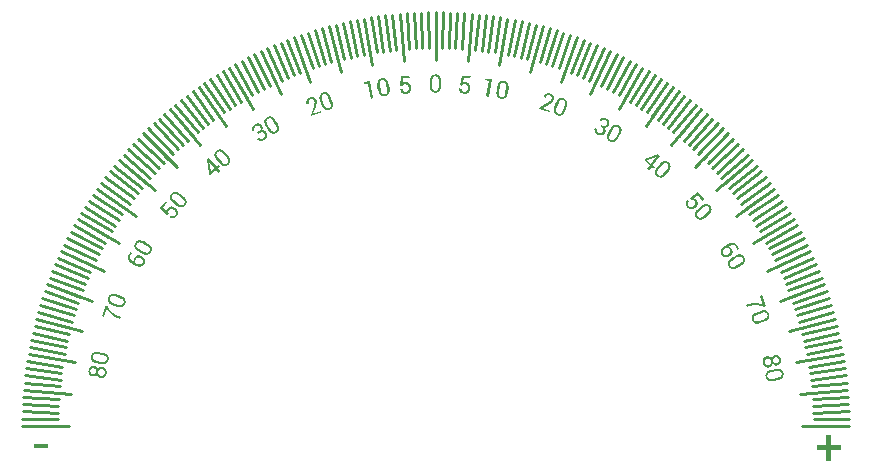
<source format=gto>
G04*
G04 #@! TF.GenerationSoftware,Altium Limited,Altium Designer,18.0.9 (584)*
G04*
G04 Layer_Color=65535*
%FSLAX25Y25*%
%MOIN*%
G70*
G01*
G75*
%ADD10C,0.01000*%
G36*
X131833Y-6426D02*
X135080D01*
Y-7883D01*
X131833D01*
Y-11615D01*
X130234D01*
Y-7883D01*
X126959D01*
Y-6426D01*
X130234D01*
Y-2990D01*
X131833D01*
Y-6426D01*
D02*
G37*
G36*
X-129070Y-7441D02*
X-133868D01*
Y-6185D01*
X-129070D01*
Y-7441D01*
D02*
G37*
G36*
X-112876Y24693D02*
X-112699Y24684D01*
X-112519Y24660D01*
X-110804Y24385D01*
X-110799Y24385D01*
X-110794Y24384D01*
X-110780Y24382D01*
X-110762Y24379D01*
X-110738Y24375D01*
X-110711Y24366D01*
X-110641Y24350D01*
X-110557Y24331D01*
X-110465Y24302D01*
X-110359Y24271D01*
X-110245Y24233D01*
X-110127Y24186D01*
X-110006Y24132D01*
X-109881Y24069D01*
X-109757Y24001D01*
X-109639Y23924D01*
X-109523Y23833D01*
X-109413Y23739D01*
X-109315Y23631D01*
X-109311Y23626D01*
X-109295Y23604D01*
X-109271Y23571D01*
X-109240Y23523D01*
X-109206Y23469D01*
X-109164Y23400D01*
X-109124Y23316D01*
X-109085Y23228D01*
X-109048Y23126D01*
X-109013Y23019D01*
X-108979Y22898D01*
X-108956Y22769D01*
X-108939Y22636D01*
X-108933Y22490D01*
X-108938Y22342D01*
X-108958Y22186D01*
X-108964Y22148D01*
X-108976Y22107D01*
X-108990Y22046D01*
X-109011Y21977D01*
X-109034Y21894D01*
X-109067Y21803D01*
X-109107Y21708D01*
X-109157Y21605D01*
X-109212Y21503D01*
X-109277Y21398D01*
X-109351Y21294D01*
X-109431Y21191D01*
X-109529Y21091D01*
X-109634Y21002D01*
X-109749Y20919D01*
X-109754Y20915D01*
X-109781Y20900D01*
X-109818Y20882D01*
X-109870Y20857D01*
X-109932Y20828D01*
X-110010Y20797D01*
X-110102Y20764D01*
X-110203Y20732D01*
X-110319Y20702D01*
X-110444Y20674D01*
X-110578Y20652D01*
X-110725Y20637D01*
X-110880Y20628D01*
X-111044Y20630D01*
X-111221Y20639D01*
X-111400Y20663D01*
X-113116Y20938D01*
X-113120Y20939D01*
X-113125Y20939D01*
X-113139Y20942D01*
X-113158Y20945D01*
X-113181Y20948D01*
X-113209Y20958D01*
X-113279Y20974D01*
X-113363Y20992D01*
X-113454Y21021D01*
X-113560Y21052D01*
X-113675Y21090D01*
X-113792Y21138D01*
X-113914Y21191D01*
X-114039Y21254D01*
X-114163Y21323D01*
X-114281Y21399D01*
X-114396Y21490D01*
X-114506Y21585D01*
X-114605Y21692D01*
X-114609Y21698D01*
X-114625Y21720D01*
X-114648Y21752D01*
X-114679Y21801D01*
X-114718Y21860D01*
X-114755Y21928D01*
X-114795Y22007D01*
X-114838Y22101D01*
X-114880Y22199D01*
X-114916Y22311D01*
X-114945Y22426D01*
X-114973Y22556D01*
X-114989Y22694D01*
X-114996Y22835D01*
X-114991Y22983D01*
X-114971Y23139D01*
X-114965Y23177D01*
X-114953Y23218D01*
X-114939Y23279D01*
X-114918Y23348D01*
X-114891Y23430D01*
X-114861Y23522D01*
X-114822Y23617D01*
X-114772Y23720D01*
X-114717Y23822D01*
X-114652Y23927D01*
X-114577Y24031D01*
X-114494Y24133D01*
X-114396Y24233D01*
X-114290Y24322D01*
X-114171Y24404D01*
X-114165Y24408D01*
X-114139Y24423D01*
X-114102Y24441D01*
X-114050Y24467D01*
X-113987Y24495D01*
X-113910Y24526D01*
X-113818Y24560D01*
X-113716Y24592D01*
X-113601Y24621D01*
X-113476Y24650D01*
X-113342Y24672D01*
X-113195Y24687D01*
X-113039Y24695D01*
X-112876Y24693D01*
D02*
G37*
G36*
X-113995Y20023D02*
X-113853Y20005D01*
X-113848Y20004D01*
X-113834Y20002D01*
X-113806Y19998D01*
X-113779Y19988D01*
X-113737Y19977D01*
X-113691Y19965D01*
X-113641Y19947D01*
X-113586Y19929D01*
X-113463Y19880D01*
X-113335Y19811D01*
X-113269Y19772D01*
X-113209Y19724D01*
X-113144Y19675D01*
X-113086Y19617D01*
X-113082Y19612D01*
X-113074Y19601D01*
X-113058Y19584D01*
X-113037Y19561D01*
X-113013Y19533D01*
X-112985Y19495D01*
X-112954Y19451D01*
X-112923Y19403D01*
X-112888Y19349D01*
X-112854Y19291D01*
X-112787Y19164D01*
X-112725Y19015D01*
X-112678Y18853D01*
X-112678Y18857D01*
X-112665Y18875D01*
X-112652Y18897D01*
X-112632Y18932D01*
X-112606Y18971D01*
X-112575Y19015D01*
X-112538Y19067D01*
X-112496Y19118D01*
X-112400Y19232D01*
X-112285Y19349D01*
X-112218Y19410D01*
X-112147Y19462D01*
X-112075Y19518D01*
X-111996Y19563D01*
X-111990Y19567D01*
X-111975Y19574D01*
X-111954Y19585D01*
X-111922Y19599D01*
X-111881Y19617D01*
X-111835Y19634D01*
X-111783Y19654D01*
X-111723Y19673D01*
X-111657Y19692D01*
X-111587Y19710D01*
X-111508Y19721D01*
X-111429Y19732D01*
X-111346Y19738D01*
X-111259Y19739D01*
X-111168Y19734D01*
X-111078Y19725D01*
X-111069Y19723D01*
X-111045Y19719D01*
X-111004Y19708D01*
X-110948Y19694D01*
X-110883Y19679D01*
X-110805Y19652D01*
X-110723Y19624D01*
X-110633Y19586D01*
X-110538Y19542D01*
X-110440Y19492D01*
X-110344Y19433D01*
X-110249Y19365D01*
X-110155Y19287D01*
X-110068Y19201D01*
X-109986Y19106D01*
X-109917Y18999D01*
X-109913Y18993D01*
X-109902Y18972D01*
X-109883Y18940D01*
X-109866Y18894D01*
X-109837Y18836D01*
X-109814Y18770D01*
X-109783Y18688D01*
X-109759Y18602D01*
X-109731Y18501D01*
X-109705Y18396D01*
X-109689Y18282D01*
X-109676Y18155D01*
X-109668Y18023D01*
X-109666Y17888D01*
X-109674Y17745D01*
X-109694Y17594D01*
X-109699Y17556D01*
X-109712Y17510D01*
X-109721Y17454D01*
X-109742Y17380D01*
X-109765Y17297D01*
X-109794Y17205D01*
X-109830Y17105D01*
X-109871Y17000D01*
X-109917Y16892D01*
X-109968Y16780D01*
X-110030Y16669D01*
X-110100Y16560D01*
X-110175Y16451D01*
X-110263Y16354D01*
X-110356Y16258D01*
X-110361Y16254D01*
X-110378Y16238D01*
X-110411Y16214D01*
X-110449Y16187D01*
X-110503Y16152D01*
X-110566Y16119D01*
X-110640Y16077D01*
X-110718Y16042D01*
X-110811Y16004D01*
X-110913Y15967D01*
X-111024Y15941D01*
X-111138Y15916D01*
X-111266Y15903D01*
X-111402Y15896D01*
X-111541Y15899D01*
X-111688Y15917D01*
X-111693Y15918D01*
X-111711Y15921D01*
X-111735Y15925D01*
X-111772Y15936D01*
X-111813Y15947D01*
X-111860Y15959D01*
X-111914Y15978D01*
X-111978Y16002D01*
X-112103Y16061D01*
X-112175Y16097D01*
X-112241Y16136D01*
X-112310Y16186D01*
X-112379Y16240D01*
X-112446Y16299D01*
X-112508Y16362D01*
X-112512Y16368D01*
X-112525Y16379D01*
X-112541Y16401D01*
X-112560Y16428D01*
X-112589Y16462D01*
X-112620Y16506D01*
X-112651Y16558D01*
X-112685Y16612D01*
X-112723Y16676D01*
X-112760Y16749D01*
X-112796Y16823D01*
X-112826Y16905D01*
X-112861Y16992D01*
X-112889Y17084D01*
X-112913Y17179D01*
X-112935Y17279D01*
X-112936Y17274D01*
X-112948Y17262D01*
X-112961Y17240D01*
X-112980Y17209D01*
X-113005Y17175D01*
X-113031Y17135D01*
X-113066Y17093D01*
X-113103Y17045D01*
X-113192Y16939D01*
X-113300Y16836D01*
X-113422Y16740D01*
X-113561Y16651D01*
X-113567Y16647D01*
X-113577Y16644D01*
X-113603Y16634D01*
X-113629Y16619D01*
X-113665Y16605D01*
X-113710Y16593D01*
X-113756Y16577D01*
X-113812Y16561D01*
X-113873Y16542D01*
X-113942Y16529D01*
X-114011Y16521D01*
X-114085Y16513D01*
X-114245Y16505D01*
X-114326Y16513D01*
X-114411Y16522D01*
X-114420Y16524D01*
X-114444Y16528D01*
X-114486Y16539D01*
X-114536Y16552D01*
X-114597Y16567D01*
X-114670Y16593D01*
X-114752Y16620D01*
X-114834Y16653D01*
X-114923Y16696D01*
X-115013Y16739D01*
X-115104Y16797D01*
X-115196Y16860D01*
X-115281Y16932D01*
X-115364Y17012D01*
X-115437Y17101D01*
X-115503Y17199D01*
X-115507Y17204D01*
X-115518Y17225D01*
X-115532Y17256D01*
X-115554Y17298D01*
X-115575Y17355D01*
X-115603Y17417D01*
X-115625Y17493D01*
X-115654Y17580D01*
X-115678Y17670D01*
X-115700Y17775D01*
X-115716Y17884D01*
X-115726Y18006D01*
X-115735Y18128D01*
X-115733Y18262D01*
X-115725Y18401D01*
X-115706Y18547D01*
X-115701Y18580D01*
X-115690Y18617D01*
X-115682Y18669D01*
X-115662Y18733D01*
X-115641Y18807D01*
X-115619Y18885D01*
X-115585Y18971D01*
X-115551Y19067D01*
X-115507Y19161D01*
X-115458Y19255D01*
X-115399Y19351D01*
X-115336Y19447D01*
X-115268Y19542D01*
X-115187Y19626D01*
X-115101Y19708D01*
X-115096Y19712D01*
X-115079Y19724D01*
X-115051Y19749D01*
X-115014Y19772D01*
X-114965Y19802D01*
X-114907Y19836D01*
X-114839Y19869D01*
X-114761Y19905D01*
X-114679Y19935D01*
X-114583Y19963D01*
X-114482Y19990D01*
X-114368Y20010D01*
X-114250Y20025D01*
X-114124Y20029D01*
X-113995Y20023D01*
D02*
G37*
G36*
X-107330Y43996D02*
X-107182Y43986D01*
X-107027Y43967D01*
X-106867Y43937D01*
X-106694Y43897D01*
X-106521Y43843D01*
X-104880Y43274D01*
X-104875Y43272D01*
X-104871Y43271D01*
X-104857Y43266D01*
X-104839Y43260D01*
X-104817Y43252D01*
X-104791Y43238D01*
X-104726Y43210D01*
X-104646Y43178D01*
X-104561Y43133D01*
X-104462Y43084D01*
X-104356Y43027D01*
X-104248Y42959D01*
X-104138Y42886D01*
X-104026Y42802D01*
X-103915Y42713D01*
X-103813Y42617D01*
X-103715Y42508D01*
X-103622Y42395D01*
X-103544Y42272D01*
X-103541Y42266D01*
X-103529Y42242D01*
X-103512Y42206D01*
X-103490Y42153D01*
X-103465Y42094D01*
X-103436Y42018D01*
X-103411Y41929D01*
X-103388Y41836D01*
X-103370Y41728D01*
X-103353Y41617D01*
X-103341Y41492D01*
X-103341Y41361D01*
X-103347Y41227D01*
X-103367Y41083D01*
X-103397Y40937D01*
X-103444Y40787D01*
X-103456Y40751D01*
X-103475Y40712D01*
X-103500Y40655D01*
X-103532Y40591D01*
X-103569Y40513D01*
X-103618Y40429D01*
X-103673Y40343D01*
X-103741Y40250D01*
X-103813Y40159D01*
X-103895Y40067D01*
X-103986Y39977D01*
X-104082Y39890D01*
X-104196Y39808D01*
X-104316Y39739D01*
X-104443Y39677D01*
X-104449Y39674D01*
X-104478Y39664D01*
X-104517Y39652D01*
X-104573Y39636D01*
X-104639Y39619D01*
X-104721Y39602D01*
X-104817Y39585D01*
X-104923Y39571D01*
X-105042Y39562D01*
X-105170Y39556D01*
X-105305Y39558D01*
X-105453Y39568D01*
X-105607Y39587D01*
X-105768Y39617D01*
X-105941Y39657D01*
X-106113Y39712D01*
X-107755Y40280D01*
X-107760Y40282D01*
X-107764Y40283D01*
X-107778Y40288D01*
X-107796Y40294D01*
X-107818Y40302D01*
X-107843Y40316D01*
X-107909Y40344D01*
X-107989Y40376D01*
X-108074Y40421D01*
X-108173Y40470D01*
X-108279Y40527D01*
X-108387Y40595D01*
X-108497Y40668D01*
X-108609Y40752D01*
X-108720Y40841D01*
X-108822Y40937D01*
X-108920Y41046D01*
X-109012Y41159D01*
X-109091Y41282D01*
X-109094Y41288D01*
X-109106Y41312D01*
X-109123Y41348D01*
X-109145Y41401D01*
X-109173Y41466D01*
X-109198Y41540D01*
X-109224Y41625D01*
X-109250Y41725D01*
X-109274Y41829D01*
X-109289Y41945D01*
X-109299Y42064D01*
X-109303Y42196D01*
X-109295Y42335D01*
X-109277Y42474D01*
X-109247Y42620D01*
X-109200Y42770D01*
X-109187Y42806D01*
X-109169Y42845D01*
X-109144Y42902D01*
X-109112Y42966D01*
X-109070Y43043D01*
X-109026Y43128D01*
X-108970Y43215D01*
X-108903Y43307D01*
X-108831Y43398D01*
X-108749Y43490D01*
X-108658Y43580D01*
X-108557Y43666D01*
X-108443Y43747D01*
X-108324Y43817D01*
X-108192Y43877D01*
X-108186Y43880D01*
X-108157Y43890D01*
X-108118Y43902D01*
X-108062Y43918D01*
X-107996Y43935D01*
X-107914Y43952D01*
X-107818Y43969D01*
X-107712Y43983D01*
X-107593Y43992D01*
X-107465Y43998D01*
X-107330Y43996D01*
D02*
G37*
G36*
X-109405Y39980D02*
X-109403Y39974D01*
X-109397Y39962D01*
X-109383Y39942D01*
X-109367Y39916D01*
X-109345Y39878D01*
X-109318Y39839D01*
X-109286Y39788D01*
X-109253Y39736D01*
X-109213Y39677D01*
X-109175Y39613D01*
X-109129Y39542D01*
X-109079Y39469D01*
X-108972Y39311D01*
X-108854Y39144D01*
X-108729Y38965D01*
X-108591Y38781D01*
X-108448Y38601D01*
X-108299Y38418D01*
X-108149Y38240D01*
X-107990Y38074D01*
X-107834Y37915D01*
X-107676Y37774D01*
X-107671Y37773D01*
X-107668Y37767D01*
X-107656Y37758D01*
X-107637Y37741D01*
X-107616Y37728D01*
X-107594Y37706D01*
X-107561Y37684D01*
X-107525Y37657D01*
X-107489Y37629D01*
X-107445Y37598D01*
X-107348Y37530D01*
X-107238Y37452D01*
X-107110Y37372D01*
X-106969Y37283D01*
X-106816Y37189D01*
X-106647Y37095D01*
X-106467Y37003D01*
X-106277Y36912D01*
X-106072Y36821D01*
X-105860Y36733D01*
X-105642Y36652D01*
X-105034Y36441D01*
X-105296Y35686D01*
X-105903Y35896D01*
X-105908Y35898D01*
X-105917Y35901D01*
X-105935Y35907D01*
X-105962Y35916D01*
X-105989Y35926D01*
X-106028Y35944D01*
X-106068Y35958D01*
X-106116Y35980D01*
X-106166Y35997D01*
X-106222Y36022D01*
X-106284Y36048D01*
X-106348Y36080D01*
X-106492Y36145D01*
X-106643Y36218D01*
X-106809Y36305D01*
X-106980Y36395D01*
X-107155Y36501D01*
X-107333Y36613D01*
X-107512Y36735D01*
X-107688Y36867D01*
X-107861Y37007D01*
X-108026Y37155D01*
X-108031Y37157D01*
X-108038Y37164D01*
X-108048Y37178D01*
X-108063Y37193D01*
X-108086Y37216D01*
X-108108Y37239D01*
X-108138Y37269D01*
X-108172Y37301D01*
X-108209Y37339D01*
X-108249Y37383D01*
X-108337Y37479D01*
X-108438Y37595D01*
X-108549Y37724D01*
X-108671Y37867D01*
X-108803Y38024D01*
X-108935Y38195D01*
X-109079Y38376D01*
X-109221Y38576D01*
X-109367Y38783D01*
X-109518Y39001D01*
X-109664Y39233D01*
X-110692Y36265D01*
X-111290Y36472D01*
X-110004Y40187D01*
X-109405Y39980D01*
D02*
G37*
G36*
X-98623Y61882D02*
X-98517Y61877D01*
X-98398Y61866D01*
X-98271Y61849D01*
X-98138Y61824D01*
X-97995Y61788D01*
X-97845Y61743D01*
X-97692Y61685D01*
X-97529Y61616D01*
X-97369Y61532D01*
X-95851Y60687D01*
X-95846Y60685D01*
X-95842Y60683D01*
X-95830Y60676D01*
X-95813Y60667D01*
X-95792Y60655D01*
X-95770Y60637D01*
X-95710Y60598D01*
X-95637Y60552D01*
X-95561Y60493D01*
X-95472Y60428D01*
X-95377Y60353D01*
X-95283Y60268D01*
X-95187Y60176D01*
X-95091Y60074D01*
X-94998Y59968D01*
X-94914Y59855D01*
X-94836Y59730D01*
X-94765Y59604D01*
X-94709Y59469D01*
X-94707Y59463D01*
X-94700Y59437D01*
X-94689Y59398D01*
X-94677Y59342D01*
X-94662Y59280D01*
X-94647Y59200D01*
X-94638Y59108D01*
X-94631Y59012D01*
X-94632Y58903D01*
X-94635Y58790D01*
X-94645Y58665D01*
X-94667Y58536D01*
X-94697Y58405D01*
X-94741Y58267D01*
X-94796Y58128D01*
X-94868Y57989D01*
X-94887Y57955D01*
X-94912Y57920D01*
X-94946Y57869D01*
X-94989Y57811D01*
X-95039Y57741D01*
X-95102Y57667D01*
X-95172Y57591D01*
X-95254Y57512D01*
X-95341Y57434D01*
X-95438Y57358D01*
X-95543Y57286D01*
X-95653Y57216D01*
X-95779Y57156D01*
X-95909Y57108D01*
X-96045Y57069D01*
X-96051Y57067D01*
X-96082Y57062D01*
X-96122Y57058D01*
X-96180Y57052D01*
X-96248Y57046D01*
X-96332Y57044D01*
X-96430Y57044D01*
X-96536Y57048D01*
X-96655Y57060D01*
X-96782Y57076D01*
X-96915Y57101D01*
X-97058Y57138D01*
X-97208Y57183D01*
X-97361Y57240D01*
X-97524Y57309D01*
X-97684Y57393D01*
X-99202Y58238D01*
X-99206Y58240D01*
X-99211Y58243D01*
X-99223Y58250D01*
X-99240Y58259D01*
X-99260Y58271D01*
X-99283Y58289D01*
X-99343Y58328D01*
X-99416Y58373D01*
X-99492Y58432D01*
X-99581Y58498D01*
X-99675Y58572D01*
X-99770Y58657D01*
X-99866Y58749D01*
X-99961Y58851D01*
X-100055Y58958D01*
X-100139Y59070D01*
X-100217Y59195D01*
X-100288Y59322D01*
X-100344Y59456D01*
X-100346Y59463D01*
X-100353Y59489D01*
X-100364Y59528D01*
X-100376Y59584D01*
X-100392Y59653D01*
X-100404Y59730D01*
X-100415Y59818D01*
X-100423Y59920D01*
X-100429Y60027D01*
X-100424Y60144D01*
X-100412Y60263D01*
X-100394Y60394D01*
X-100362Y60529D01*
X-100320Y60664D01*
X-100265Y60802D01*
X-100193Y60941D01*
X-100174Y60975D01*
X-100149Y61010D01*
X-100115Y61062D01*
X-100072Y61119D01*
X-100018Y61187D01*
X-99959Y61263D01*
X-99890Y61339D01*
X-99807Y61419D01*
X-99721Y61496D01*
X-99624Y61572D01*
X-99518Y61644D01*
X-99404Y61712D01*
X-99278Y61772D01*
X-99148Y61820D01*
X-99008Y61856D01*
X-99001Y61858D01*
X-98971Y61863D01*
X-98931Y61868D01*
X-98873Y61874D01*
X-98804Y61879D01*
X-98721Y61882D01*
X-98623Y61882D01*
D02*
G37*
G36*
X-101063Y57607D02*
X-101065Y57603D01*
X-101072Y57601D01*
X-101083Y57591D01*
X-101098Y57583D01*
X-101138Y57550D01*
X-101189Y57508D01*
X-101244Y57457D01*
X-101308Y57400D01*
X-101377Y57335D01*
X-101444Y57263D01*
X-101447Y57259D01*
X-101453Y57257D01*
X-101460Y57245D01*
X-101476Y57227D01*
X-101492Y57208D01*
X-101510Y57186D01*
X-101557Y57130D01*
X-101607Y57060D01*
X-101666Y56973D01*
X-101726Y56875D01*
X-101790Y56770D01*
X-101802Y56749D01*
X-101811Y56722D01*
X-101826Y56686D01*
X-101845Y56642D01*
X-101864Y56587D01*
X-101882Y56526D01*
X-101898Y56459D01*
X-101905Y56387D01*
X-101917Y56306D01*
X-101921Y56221D01*
X-101914Y56136D01*
X-101901Y56042D01*
X-101884Y55945D01*
X-101857Y55848D01*
X-101814Y55748D01*
X-101812Y55741D01*
X-101800Y55724D01*
X-101789Y55696D01*
X-101765Y55660D01*
X-101737Y55612D01*
X-101701Y55560D01*
X-101663Y55500D01*
X-101610Y55438D01*
X-101552Y55368D01*
X-101489Y55295D01*
X-101420Y55223D01*
X-101338Y55145D01*
X-101247Y55073D01*
X-101153Y54998D01*
X-101045Y54927D01*
X-100931Y54858D01*
X-100531Y54636D01*
X-100533Y54643D01*
X-100535Y54649D01*
X-100541Y54669D01*
X-100548Y54695D01*
X-100553Y54725D01*
X-100560Y54761D01*
X-100575Y54851D01*
X-100588Y54956D01*
X-100597Y55076D01*
X-100598Y55202D01*
X-100588Y55338D01*
X-100585Y55342D01*
X-100585Y55352D01*
X-100584Y55374D01*
X-100578Y55403D01*
X-100573Y55433D01*
X-100567Y55473D01*
X-100554Y55515D01*
X-100544Y55564D01*
X-100515Y55673D01*
X-100472Y55791D01*
X-100421Y55921D01*
X-100356Y56048D01*
X-100340Y56077D01*
X-100315Y56112D01*
X-100285Y56155D01*
X-100251Y56207D01*
X-100201Y56267D01*
X-100150Y56330D01*
X-100089Y56400D01*
X-100018Y56470D01*
X-99940Y56541D01*
X-99854Y56607D01*
X-99760Y56669D01*
X-99661Y56729D01*
X-99557Y56779D01*
X-99440Y56823D01*
X-99319Y56854D01*
X-99312Y56856D01*
X-99289Y56859D01*
X-99252Y56866D01*
X-99201Y56870D01*
X-99143Y56876D01*
X-99071Y56879D01*
X-98985Y56875D01*
X-98894Y56874D01*
X-98794Y56867D01*
X-98684Y56849D01*
X-98570Y56829D01*
X-98450Y56801D01*
X-98324Y56763D01*
X-98191Y56717D01*
X-98060Y56660D01*
X-97924Y56590D01*
X-97920Y56588D01*
X-97916Y56585D01*
X-97903Y56578D01*
X-97891Y56571D01*
X-97852Y56544D01*
X-97796Y56507D01*
X-97732Y56466D01*
X-97664Y56412D01*
X-97583Y56351D01*
X-97497Y56281D01*
X-97411Y56201D01*
X-97327Y56116D01*
X-97238Y56023D01*
X-97157Y55923D01*
X-97081Y55815D01*
X-97009Y55699D01*
X-96946Y55577D01*
X-96899Y55447D01*
X-96897Y55441D01*
X-96890Y55415D01*
X-96883Y55378D01*
X-96868Y55326D01*
X-96860Y55262D01*
X-96849Y55185D01*
X-96839Y55104D01*
X-96839Y55006D01*
X-96838Y54901D01*
X-96845Y54791D01*
X-96856Y54672D01*
X-96881Y54549D01*
X-96910Y54418D01*
X-96957Y54286D01*
X-97012Y54148D01*
X-97082Y54013D01*
X-97100Y53979D01*
X-97125Y53944D01*
X-97157Y53897D01*
X-97200Y53839D01*
X-97252Y53775D01*
X-97312Y53705D01*
X-97382Y53630D01*
X-97462Y53554D01*
X-97555Y53475D01*
X-97652Y53399D01*
X-97762Y53329D01*
X-97880Y53264D01*
X-98006Y53203D01*
X-98145Y53150D01*
X-98291Y53112D01*
X-98302Y53112D01*
X-98328Y53105D01*
X-98375Y53098D01*
X-98433Y53092D01*
X-98508Y53085D01*
X-98597Y53080D01*
X-98700Y53083D01*
X-98817Y53088D01*
X-98942Y53098D01*
X-99077Y53119D01*
X-99221Y53144D01*
X-99375Y53181D01*
X-99537Y53233D01*
X-99700Y53291D01*
X-99876Y53367D01*
X-100049Y53458D01*
X-101238Y54120D01*
X-101242Y54122D01*
X-101251Y54127D01*
X-101263Y54134D01*
X-101280Y54143D01*
X-101298Y54159D01*
X-101323Y54173D01*
X-101383Y54212D01*
X-101458Y54264D01*
X-101542Y54327D01*
X-101635Y54395D01*
X-101730Y54480D01*
X-101832Y54570D01*
X-101938Y54673D01*
X-102040Y54784D01*
X-102137Y54903D01*
X-102231Y55038D01*
X-102315Y55171D01*
X-102391Y55317D01*
X-102457Y55474D01*
X-102463Y55483D01*
X-102468Y55513D01*
X-102481Y55558D01*
X-102497Y55616D01*
X-102515Y55691D01*
X-102531Y55782D01*
X-102545Y55883D01*
X-102560Y55994D01*
X-102565Y56111D01*
X-102566Y56237D01*
X-102558Y56369D01*
X-102541Y56507D01*
X-102512Y56648D01*
X-102469Y56793D01*
X-102411Y56936D01*
X-102343Y57077D01*
X-102299Y57156D01*
X-102277Y57187D01*
X-102256Y57225D01*
X-102228Y57264D01*
X-102169Y57351D01*
X-102105Y57446D01*
X-102029Y57545D01*
X-101945Y57646D01*
X-101943Y57650D01*
X-101934Y57656D01*
X-101925Y57673D01*
X-101905Y57689D01*
X-101887Y57711D01*
X-101862Y57736D01*
X-101806Y57797D01*
X-101742Y57865D01*
X-101670Y57934D01*
X-101593Y57995D01*
X-101516Y58055D01*
X-101063Y57607D01*
D02*
G37*
G36*
X-86764Y78061D02*
X-86724Y78059D01*
X-86666Y78055D01*
X-86597Y78048D01*
X-86515Y78036D01*
X-86418Y78019D01*
X-86314Y77996D01*
X-86199Y77964D01*
X-86077Y77926D01*
X-85950Y77878D01*
X-85816Y77818D01*
X-85676Y77748D01*
X-85536Y77664D01*
X-85387Y77568D01*
X-85244Y77457D01*
X-83895Y76362D01*
X-83892Y76359D01*
X-83888Y76356D01*
X-83877Y76347D01*
X-83862Y76335D01*
X-83844Y76320D01*
X-83824Y76298D01*
X-83772Y76249D01*
X-83709Y76191D01*
X-83644Y76120D01*
X-83568Y76040D01*
X-83487Y75950D01*
X-83409Y75850D01*
X-83331Y75743D01*
X-83254Y75626D01*
X-83181Y75505D01*
X-83117Y75380D01*
X-83062Y75243D01*
X-83014Y75106D01*
X-82983Y74964D01*
X-82982Y74957D01*
X-82979Y74930D01*
X-82975Y74890D01*
X-82973Y74833D01*
X-82969Y74769D01*
X-82968Y74688D01*
X-82975Y74596D01*
X-82986Y74500D01*
X-83005Y74393D01*
X-83027Y74282D01*
X-83059Y74161D01*
X-83104Y74038D01*
X-83155Y73914D01*
X-83223Y73785D01*
X-83301Y73659D01*
X-83397Y73534D01*
X-83421Y73504D01*
X-83451Y73474D01*
X-83494Y73429D01*
X-83547Y73379D01*
X-83608Y73319D01*
X-83683Y73257D01*
X-83764Y73194D01*
X-83859Y73131D01*
X-83958Y73070D01*
X-84067Y73011D01*
X-84183Y72958D01*
X-84303Y72909D01*
X-84438Y72871D01*
X-84574Y72847D01*
X-84715Y72832D01*
X-84722Y72832D01*
X-84752Y72832D01*
X-84793Y72834D01*
X-84851Y72838D01*
X-84919Y72845D01*
X-85002Y72857D01*
X-85098Y72874D01*
X-85202Y72897D01*
X-85317Y72929D01*
X-85439Y72967D01*
X-85566Y73015D01*
X-85701Y73075D01*
X-85840Y73146D01*
X-85981Y73229D01*
X-86129Y73326D01*
X-86273Y73436D01*
X-87621Y74532D01*
X-87625Y74535D01*
X-87629Y74538D01*
X-87640Y74547D01*
X-87654Y74559D01*
X-87673Y74574D01*
X-87692Y74595D01*
X-87744Y74644D01*
X-87808Y74702D01*
X-87873Y74773D01*
X-87949Y74853D01*
X-88029Y74943D01*
X-88107Y75043D01*
X-88186Y75150D01*
X-88262Y75267D01*
X-88336Y75388D01*
X-88399Y75514D01*
X-88454Y75650D01*
X-88502Y75787D01*
X-88534Y75930D01*
X-88534Y75936D01*
X-88537Y75963D01*
X-88541Y76003D01*
X-88544Y76060D01*
X-88548Y76131D01*
X-88546Y76209D01*
X-88541Y76298D01*
X-88532Y76400D01*
X-88519Y76506D01*
X-88494Y76621D01*
X-88461Y76736D01*
X-88420Y76862D01*
X-88366Y76989D01*
X-88301Y77114D01*
X-88223Y77241D01*
X-88127Y77366D01*
X-88103Y77395D01*
X-88073Y77425D01*
X-88030Y77471D01*
X-87977Y77520D01*
X-87912Y77577D01*
X-87841Y77642D01*
X-87760Y77705D01*
X-87665Y77769D01*
X-87566Y77830D01*
X-87457Y77888D01*
X-87341Y77941D01*
X-87217Y77988D01*
X-87082Y78025D01*
X-86946Y78049D01*
X-86802Y78061D01*
X-86795Y78062D01*
X-86764Y78061D01*
D02*
G37*
G36*
X-89404Y74527D02*
X-90848Y72750D01*
X-89645Y71527D01*
X-89643Y71538D01*
X-89643Y71568D01*
X-89641Y71616D01*
X-89630Y71675D01*
X-89621Y71747D01*
X-89605Y71826D01*
X-89587Y71909D01*
X-89562Y72000D01*
X-89559Y72003D01*
X-89560Y72010D01*
X-89555Y72024D01*
X-89546Y72042D01*
X-89527Y72088D01*
X-89503Y72148D01*
X-89463Y72220D01*
X-89417Y72299D01*
X-89368Y72382D01*
X-89303Y72470D01*
X-89279Y72499D01*
X-89248Y72530D01*
X-89212Y72574D01*
X-89163Y72620D01*
X-89104Y72676D01*
X-89036Y72738D01*
X-88958Y72796D01*
X-88876Y72859D01*
X-88784Y72919D01*
X-88682Y72977D01*
X-88575Y73026D01*
X-88462Y73074D01*
X-88344Y73107D01*
X-88218Y73133D01*
X-88090Y73147D01*
X-88084Y73147D01*
X-88060Y73146D01*
X-88023Y73147D01*
X-87972Y73142D01*
X-87907Y73138D01*
X-87831Y73126D01*
X-87745Y73111D01*
X-87652Y73090D01*
X-87551Y73064D01*
X-87439Y73028D01*
X-87322Y72982D01*
X-87202Y72934D01*
X-87077Y72869D01*
X-86948Y72794D01*
X-86817Y72706D01*
X-86684Y72605D01*
X-86681Y72602D01*
X-86677Y72599D01*
X-86666Y72590D01*
X-86655Y72581D01*
X-86621Y72547D01*
X-86576Y72505D01*
X-86520Y72453D01*
X-86459Y72391D01*
X-86394Y72320D01*
X-86325Y72233D01*
X-86255Y72145D01*
X-86187Y72047D01*
X-86119Y71943D01*
X-86056Y71831D01*
X-85997Y71715D01*
X-85947Y71588D01*
X-85907Y71464D01*
X-85879Y71331D01*
X-85879Y71325D01*
X-85876Y71298D01*
X-85873Y71264D01*
X-85870Y71207D01*
X-85870Y71146D01*
X-85873Y71068D01*
X-85881Y70983D01*
X-85895Y70890D01*
X-85911Y70787D01*
X-85940Y70675D01*
X-85975Y70557D01*
X-86024Y70437D01*
X-86081Y70306D01*
X-86153Y70180D01*
X-86237Y70046D01*
X-86339Y69914D01*
X-86360Y69888D01*
X-86387Y69861D01*
X-86420Y69820D01*
X-86470Y69775D01*
X-86525Y69722D01*
X-86584Y69665D01*
X-86655Y69607D01*
X-86733Y69541D01*
X-86818Y69481D01*
X-86910Y69421D01*
X-87006Y69364D01*
X-87109Y69313D01*
X-87216Y69265D01*
X-87330Y69222D01*
X-87445Y69193D01*
X-87452Y69193D01*
X-87472Y69191D01*
X-87508Y69183D01*
X-87552Y69182D01*
X-87609Y69180D01*
X-87677Y69180D01*
X-87752Y69185D01*
X-87838Y69193D01*
X-87928Y69211D01*
X-88028Y69231D01*
X-88129Y69265D01*
X-88231Y69305D01*
X-88345Y69354D01*
X-88457Y69420D01*
X-88569Y69494D01*
X-88684Y69586D01*
X-88699Y69605D01*
X-88243Y70167D01*
X-88239Y70164D01*
X-88228Y70155D01*
X-88206Y70137D01*
X-88177Y70119D01*
X-88144Y70099D01*
X-88104Y70073D01*
X-88058Y70047D01*
X-88007Y70019D01*
X-87894Y69969D01*
X-87827Y69946D01*
X-87761Y69929D01*
X-87692Y69916D01*
X-87624Y69909D01*
X-87553Y69906D01*
X-87482Y69910D01*
X-87475Y69911D01*
X-87466Y69915D01*
X-87445Y69918D01*
X-87416Y69924D01*
X-87383Y69934D01*
X-87343Y69945D01*
X-87301Y69959D01*
X-87256Y69978D01*
X-87204Y70003D01*
X-87152Y70029D01*
X-87095Y70062D01*
X-87041Y70098D01*
X-86925Y70188D01*
X-86874Y70244D01*
X-86819Y70304D01*
X-86804Y70322D01*
X-86792Y70344D01*
X-86769Y70373D01*
X-86748Y70406D01*
X-86722Y70452D01*
X-86697Y70499D01*
X-86672Y70552D01*
X-86648Y70612D01*
X-86624Y70679D01*
X-86604Y70749D01*
X-86595Y70821D01*
X-86582Y70897D01*
X-86580Y70975D01*
X-86589Y71055D01*
X-86601Y71138D01*
X-86601Y71145D01*
X-86606Y71162D01*
X-86615Y71181D01*
X-86625Y71214D01*
X-86640Y71256D01*
X-86658Y71302D01*
X-86684Y71353D01*
X-86710Y71411D01*
X-86747Y71472D01*
X-86791Y71538D01*
X-86839Y71608D01*
X-86890Y71680D01*
X-86952Y71755D01*
X-87024Y71826D01*
X-87099Y71899D01*
X-87184Y71975D01*
X-87188Y71978D01*
X-87203Y71990D01*
X-87225Y72008D01*
X-87261Y72031D01*
X-87301Y72057D01*
X-87349Y72090D01*
X-87402Y72121D01*
X-87460Y72156D01*
X-87592Y72220D01*
X-87666Y72250D01*
X-87743Y72276D01*
X-87823Y72298D01*
X-87904Y72320D01*
X-87989Y72328D01*
X-88071Y72333D01*
X-88077Y72333D01*
X-88091Y72331D01*
X-88115Y72332D01*
X-88148Y72329D01*
X-88185Y72321D01*
X-88228Y72314D01*
X-88281Y72301D01*
X-88336Y72285D01*
X-88395Y72266D01*
X-88457Y72242D01*
X-88521Y72209D01*
X-88582Y72172D01*
X-88648Y72128D01*
X-88714Y72077D01*
X-88779Y72013D01*
X-88839Y71946D01*
X-88888Y71887D01*
X-88908Y71854D01*
X-88934Y71814D01*
X-88990Y71731D01*
X-89051Y71633D01*
X-89098Y71530D01*
X-89141Y71424D01*
X-89152Y71372D01*
X-89161Y71324D01*
X-89163Y71313D01*
X-89160Y71280D01*
X-89158Y71229D01*
X-89151Y71162D01*
X-89133Y71087D01*
X-89111Y71001D01*
X-89073Y70903D01*
X-89019Y70804D01*
X-89488Y70332D01*
X-91828Y72676D01*
X-89958Y74977D01*
X-89404Y74527D01*
D02*
G37*
G36*
X-71683Y92160D02*
X-71676Y92159D01*
X-71646Y92154D01*
X-71607Y92144D01*
X-71550Y92130D01*
X-71484Y92112D01*
X-71405Y92086D01*
X-71313Y92053D01*
X-71214Y92012D01*
X-71107Y91960D01*
X-70993Y91901D01*
X-70876Y91832D01*
X-70754Y91749D01*
X-70629Y91656D01*
X-70505Y91549D01*
X-70376Y91429D01*
X-70254Y91295D01*
X-69116Y89982D01*
X-69113Y89978D01*
X-69110Y89974D01*
X-69100Y89964D01*
X-69088Y89949D01*
X-69072Y89931D01*
X-69057Y89907D01*
X-69014Y89850D01*
X-68962Y89782D01*
X-68910Y89700D01*
X-68849Y89608D01*
X-68786Y89506D01*
X-68726Y89394D01*
X-68667Y89275D01*
X-68612Y89146D01*
X-68561Y89014D01*
X-68520Y88879D01*
X-68490Y88736D01*
X-68467Y88592D01*
X-68460Y88446D01*
X-68461Y88440D01*
X-68463Y88413D01*
X-68465Y88373D01*
X-68473Y88316D01*
X-68481Y88252D01*
X-68493Y88172D01*
X-68516Y88083D01*
X-68543Y87990D01*
X-68581Y87888D01*
X-68622Y87783D01*
X-68674Y87669D01*
X-68740Y87555D01*
X-68812Y87442D01*
X-68901Y87327D01*
X-69000Y87216D01*
X-69116Y87110D01*
X-69145Y87085D01*
X-69180Y87061D01*
X-69230Y87024D01*
X-69290Y86984D01*
X-69361Y86935D01*
X-69446Y86887D01*
X-69537Y86840D01*
X-69642Y86793D01*
X-69749Y86751D01*
X-69867Y86712D01*
X-69990Y86680D01*
X-70117Y86652D01*
X-70257Y86638D01*
X-70395Y86638D01*
X-70536Y86648D01*
X-70543Y86649D01*
X-70573Y86654D01*
X-70613Y86664D01*
X-70669Y86678D01*
X-70735Y86696D01*
X-70814Y86722D01*
X-70906Y86756D01*
X-71005Y86797D01*
X-71112Y86848D01*
X-71226Y86907D01*
X-71343Y86976D01*
X-71465Y87059D01*
X-71590Y87152D01*
X-71714Y87259D01*
X-71843Y87380D01*
X-71965Y87513D01*
X-73103Y88827D01*
X-73106Y88830D01*
X-73109Y88834D01*
X-73119Y88845D01*
X-73131Y88859D01*
X-73147Y88877D01*
X-73162Y88902D01*
X-73205Y88959D01*
X-73257Y89027D01*
X-73309Y89108D01*
X-73370Y89200D01*
X-73433Y89302D01*
X-73493Y89415D01*
X-73552Y89534D01*
X-73607Y89662D01*
X-73658Y89794D01*
X-73699Y89929D01*
X-73729Y90073D01*
X-73753Y90216D01*
X-73759Y90362D01*
X-73759Y90368D01*
X-73757Y90395D01*
X-73754Y90436D01*
X-73746Y90492D01*
X-73738Y90563D01*
X-73722Y90639D01*
X-73703Y90725D01*
X-73675Y90825D01*
X-73644Y90927D01*
X-73599Y91035D01*
X-73548Y91143D01*
X-73485Y91260D01*
X-73410Y91376D01*
X-73324Y91488D01*
X-73225Y91599D01*
X-73109Y91705D01*
X-73080Y91730D01*
X-73045Y91755D01*
X-72995Y91792D01*
X-72935Y91831D01*
X-72861Y91877D01*
X-72780Y91928D01*
X-72688Y91976D01*
X-72584Y92022D01*
X-72476Y92065D01*
X-72359Y92104D01*
X-72235Y92135D01*
X-72105Y92160D01*
X-71966Y92173D01*
X-71827Y92174D01*
X-71683Y92160D01*
D02*
G37*
G36*
X-73044Y86447D02*
X-72429Y86980D01*
X-72021Y86508D01*
X-72636Y85975D01*
X-71741Y84943D01*
X-72346Y84419D01*
X-73240Y85452D01*
X-75162Y83788D01*
X-75455Y84126D01*
X-76259Y88864D01*
X-75618Y89419D01*
X-73044Y86447D01*
D02*
G37*
G36*
X-55014Y103182D02*
X-54877Y103158D01*
X-54738Y103120D01*
X-54731Y103118D01*
X-54703Y103107D01*
X-54665Y103091D01*
X-54612Y103067D01*
X-54550Y103038D01*
X-54477Y102998D01*
X-54392Y102949D01*
X-54302Y102892D01*
X-54205Y102823D01*
X-54103Y102745D01*
X-54000Y102657D01*
X-53894Y102554D01*
X-53787Y102440D01*
X-53684Y102313D01*
X-53577Y102172D01*
X-53480Y102019D01*
X-52588Y100529D01*
X-52585Y100524D01*
X-52583Y100520D01*
X-52576Y100508D01*
X-52566Y100492D01*
X-52554Y100471D01*
X-52543Y100444D01*
X-52510Y100381D01*
X-52471Y100305D01*
X-52434Y100216D01*
X-52390Y100114D01*
X-52345Y100003D01*
X-52306Y99882D01*
X-52269Y99754D01*
X-52237Y99618D01*
X-52210Y99479D01*
X-52192Y99339D01*
X-52188Y99193D01*
X-52189Y99047D01*
X-52209Y98903D01*
X-52210Y98896D01*
X-52217Y98870D01*
X-52227Y98831D01*
X-52244Y98776D01*
X-52263Y98715D01*
X-52289Y98638D01*
X-52327Y98554D01*
X-52370Y98468D01*
X-52425Y98374D01*
X-52483Y98278D01*
X-52555Y98174D01*
X-52639Y98074D01*
X-52729Y97975D01*
X-52837Y97877D01*
X-52954Y97785D01*
X-53087Y97701D01*
X-53119Y97681D01*
X-53158Y97663D01*
X-53214Y97635D01*
X-53280Y97607D01*
X-53359Y97571D01*
X-53450Y97538D01*
X-53548Y97508D01*
X-53659Y97480D01*
X-53772Y97456D01*
X-53895Y97439D01*
X-54022Y97429D01*
X-54152Y97423D01*
X-54292Y97434D01*
X-54428Y97458D01*
X-54565Y97492D01*
X-54572Y97494D01*
X-54600Y97505D01*
X-54638Y97521D01*
X-54691Y97545D01*
X-54753Y97574D01*
X-54826Y97613D01*
X-54911Y97663D01*
X-55001Y97720D01*
X-55098Y97789D01*
X-55200Y97867D01*
X-55303Y97955D01*
X-55409Y98058D01*
X-55515Y98172D01*
X-55619Y98298D01*
X-55726Y98440D01*
X-55823Y98593D01*
X-56715Y100083D01*
X-56717Y100087D01*
X-56720Y100092D01*
X-56727Y100104D01*
X-56737Y100120D01*
X-56749Y100141D01*
X-56760Y100167D01*
X-56792Y100231D01*
X-56832Y100307D01*
X-56869Y100396D01*
X-56913Y100497D01*
X-56958Y100609D01*
X-56997Y100730D01*
X-57034Y100858D01*
X-57066Y100994D01*
X-57093Y101133D01*
X-57110Y101272D01*
X-57115Y101419D01*
X-57113Y101565D01*
X-57094Y101709D01*
X-57093Y101716D01*
X-57086Y101742D01*
X-57076Y101781D01*
X-57059Y101836D01*
X-57039Y101903D01*
X-57010Y101976D01*
X-56976Y102058D01*
X-56931Y102150D01*
X-56883Y102246D01*
X-56820Y102345D01*
X-56751Y102442D01*
X-56669Y102546D01*
X-56574Y102647D01*
X-56470Y102743D01*
X-56353Y102835D01*
X-56221Y102919D01*
X-56188Y102939D01*
X-56149Y102957D01*
X-56094Y102985D01*
X-56028Y103013D01*
X-55947Y103045D01*
X-55858Y103082D01*
X-55760Y103112D01*
X-55649Y103140D01*
X-55535Y103164D01*
X-55413Y103182D01*
X-55285Y103191D01*
X-55153Y103193D01*
X-55014Y103182D01*
D02*
G37*
G36*
X-59006Y100853D02*
X-58890Y100834D01*
X-58883Y100833D01*
X-58864Y100828D01*
X-58831Y100820D01*
X-58785Y100808D01*
X-58732Y100784D01*
X-58673Y100759D01*
X-58604Y100728D01*
X-58526Y100691D01*
X-58448Y100644D01*
X-58363Y100584D01*
X-58279Y100518D01*
X-58190Y100443D01*
X-58104Y100356D01*
X-58018Y100258D01*
X-57934Y100147D01*
X-57855Y100023D01*
X-57852Y100019D01*
X-57845Y100006D01*
X-57835Y99990D01*
X-57822Y99959D01*
X-57805Y99930D01*
X-57787Y99891D01*
X-57771Y99845D01*
X-57752Y99796D01*
X-57711Y99681D01*
X-57678Y99551D01*
X-57661Y99412D01*
X-57655Y99337D01*
X-57654Y99261D01*
X-57656Y99254D01*
X-57655Y99243D01*
X-57657Y99220D01*
X-57657Y99192D01*
X-57663Y99155D01*
X-57670Y99112D01*
X-57691Y99017D01*
X-57720Y98899D01*
X-57764Y98768D01*
X-57826Y98631D01*
X-57905Y98494D01*
X-57901Y98497D01*
X-57884Y98496D01*
X-57859Y98500D01*
X-57827Y98502D01*
X-57784Y98506D01*
X-57736Y98507D01*
X-57618Y98506D01*
X-57485Y98496D01*
X-57338Y98473D01*
X-57188Y98436D01*
X-57115Y98407D01*
X-57040Y98374D01*
X-57034Y98373D01*
X-57025Y98367D01*
X-57000Y98354D01*
X-56973Y98337D01*
X-56944Y98315D01*
X-56901Y98291D01*
X-56861Y98260D01*
X-56811Y98223D01*
X-56765Y98184D01*
X-56708Y98135D01*
X-56655Y98083D01*
X-56604Y98025D01*
X-56546Y97966D01*
X-56491Y97893D01*
X-56441Y97818D01*
X-56388Y97738D01*
X-56383Y97730D01*
X-56371Y97710D01*
X-56353Y97671D01*
X-56327Y97619D01*
X-56297Y97560D01*
X-56268Y97483D01*
X-56236Y97402D01*
X-56204Y97311D01*
X-56177Y97210D01*
X-56152Y97103D01*
X-56135Y96991D01*
X-56126Y96874D01*
X-56121Y96755D01*
X-56125Y96631D01*
X-56145Y96508D01*
X-56176Y96384D01*
X-56178Y96377D01*
X-56187Y96355D01*
X-56199Y96320D01*
X-56221Y96274D01*
X-56245Y96221D01*
X-56279Y96156D01*
X-56318Y96083D01*
X-56365Y96004D01*
X-56425Y95919D01*
X-56489Y95831D01*
X-56563Y95742D01*
X-56648Y95652D01*
X-56740Y95564D01*
X-56846Y95473D01*
X-56957Y95390D01*
X-57085Y95307D01*
X-57114Y95290D01*
X-57149Y95275D01*
X-57198Y95245D01*
X-57260Y95219D01*
X-57330Y95188D01*
X-57411Y95157D01*
X-57503Y95124D01*
X-57600Y95093D01*
X-57705Y95064D01*
X-57816Y95036D01*
X-57936Y95014D01*
X-58061Y95001D01*
X-58188Y94991D01*
X-58323Y94994D01*
X-58456Y95003D01*
X-58463Y95004D01*
X-58486Y95007D01*
X-58526Y95017D01*
X-58575Y95026D01*
X-58634Y95041D01*
X-58704Y95065D01*
X-58781Y95091D01*
X-58863Y95126D01*
X-58949Y95168D01*
X-59038Y95215D01*
X-59130Y95276D01*
X-59214Y95342D01*
X-59306Y95421D01*
X-59387Y95511D01*
X-59465Y95614D01*
X-59538Y95726D01*
X-59542Y95751D01*
X-58888Y96142D01*
X-58886Y96138D01*
X-58878Y96126D01*
X-58866Y96105D01*
X-58848Y96083D01*
X-58824Y96053D01*
X-58798Y96019D01*
X-58765Y95983D01*
X-58726Y95945D01*
X-58635Y95867D01*
X-58583Y95826D01*
X-58526Y95787D01*
X-58462Y95754D01*
X-58393Y95723D01*
X-58323Y95698D01*
X-58249Y95676D01*
X-58242Y95674D01*
X-58229Y95671D01*
X-58206Y95669D01*
X-58175Y95665D01*
X-58137Y95665D01*
X-58094Y95658D01*
X-58041Y95662D01*
X-57985Y95662D01*
X-57921Y95667D01*
X-57856Y95678D01*
X-57784Y95688D01*
X-57713Y95708D01*
X-57638Y95731D01*
X-57561Y95760D01*
X-57483Y95796D01*
X-57403Y95838D01*
X-57362Y95863D01*
X-57336Y95884D01*
X-57306Y95908D01*
X-57267Y95936D01*
X-57227Y95971D01*
X-57186Y96013D01*
X-57096Y96105D01*
X-57054Y96164D01*
X-57016Y96220D01*
X-56980Y96280D01*
X-56946Y96345D01*
X-56917Y96417D01*
X-56899Y96489D01*
X-56898Y96496D01*
X-56894Y96509D01*
X-56896Y96530D01*
X-56892Y96560D01*
X-56886Y96597D01*
X-56885Y96642D01*
X-56887Y96691D01*
X-56887Y96746D01*
X-56893Y96803D01*
X-56905Y96869D01*
X-56918Y96938D01*
X-56932Y97008D01*
X-56955Y97083D01*
X-56988Y97157D01*
X-57024Y97236D01*
X-57067Y97316D01*
X-57069Y97320D01*
X-57079Y97336D01*
X-57094Y97360D01*
X-57117Y97391D01*
X-57146Y97429D01*
X-57177Y97472D01*
X-57214Y97516D01*
X-57257Y97568D01*
X-57349Y97668D01*
X-57461Y97762D01*
X-57520Y97804D01*
X-57587Y97842D01*
X-57651Y97875D01*
X-57719Y97896D01*
X-57726Y97897D01*
X-57739Y97901D01*
X-57756Y97902D01*
X-57782Y97908D01*
X-57816Y97910D01*
X-57857Y97913D01*
X-57908Y97916D01*
X-57957Y97914D01*
X-58019Y97905D01*
X-58082Y97900D01*
X-58152Y97887D01*
X-58223Y97866D01*
X-58302Y97841D01*
X-58383Y97809D01*
X-58467Y97764D01*
X-58555Y97717D01*
X-59119Y97380D01*
X-59439Y97915D01*
X-58830Y98279D01*
X-58804Y98300D01*
X-58766Y98329D01*
X-58728Y98357D01*
X-58683Y98395D01*
X-58639Y98432D01*
X-58546Y98527D01*
X-58464Y98631D01*
X-58430Y98685D01*
X-58400Y98747D01*
X-58375Y98807D01*
X-58363Y98870D01*
X-58361Y98876D01*
X-58362Y98887D01*
X-58361Y98904D01*
X-58359Y98928D01*
X-58357Y98962D01*
X-58358Y99000D01*
X-58361Y99043D01*
X-58365Y99096D01*
X-58373Y99146D01*
X-58386Y99205D01*
X-58402Y99268D01*
X-58420Y99335D01*
X-58444Y99404D01*
X-58475Y99474D01*
X-58511Y99552D01*
X-58555Y99626D01*
X-58557Y99630D01*
X-58564Y99642D01*
X-58577Y99663D01*
X-58598Y99689D01*
X-58622Y99719D01*
X-58648Y99753D01*
X-58676Y99792D01*
X-58711Y99832D01*
X-58794Y99915D01*
X-58892Y99995D01*
X-58948Y100034D01*
X-59006Y100066D01*
X-59068Y100095D01*
X-59132Y100118D01*
X-59139Y100119D01*
X-59148Y100125D01*
X-59165Y100126D01*
X-59191Y100133D01*
X-59225Y100134D01*
X-59262Y100140D01*
X-59309Y100145D01*
X-59354Y100146D01*
X-59407Y100142D01*
X-59471Y100137D01*
X-59532Y100128D01*
X-59595Y100113D01*
X-59666Y100092D01*
X-59739Y100066D01*
X-59811Y100028D01*
X-59886Y99988D01*
X-59923Y99966D01*
X-59949Y99945D01*
X-59984Y99919D01*
X-60018Y99893D01*
X-60058Y99858D01*
X-60102Y99820D01*
X-60189Y99724D01*
X-60232Y99676D01*
X-60275Y99617D01*
X-60311Y99557D01*
X-60348Y99490D01*
X-60379Y99421D01*
X-60401Y99347D01*
X-60403Y99340D01*
X-60406Y99327D01*
X-60411Y99308D01*
X-60416Y99278D01*
X-60421Y99241D01*
X-60425Y99200D01*
X-60430Y99153D01*
X-60428Y99104D01*
X-60426Y99044D01*
X-60423Y98985D01*
X-60400Y98854D01*
X-60382Y98787D01*
X-60358Y98718D01*
X-60327Y98648D01*
X-60290Y98576D01*
X-60947Y98183D01*
X-60968Y98198D01*
X-60973Y98206D01*
X-60982Y98223D01*
X-61002Y98255D01*
X-61020Y98295D01*
X-61048Y98350D01*
X-61074Y98412D01*
X-61098Y98481D01*
X-61123Y98560D01*
X-61145Y98652D01*
X-61167Y98745D01*
X-61179Y98848D01*
X-61187Y98954D01*
X-61187Y99065D01*
X-61175Y99184D01*
X-61154Y99307D01*
X-61123Y99431D01*
X-61121Y99438D01*
X-61112Y99460D01*
X-61100Y99495D01*
X-61080Y99545D01*
X-61053Y99601D01*
X-61022Y99669D01*
X-60978Y99745D01*
X-60931Y99823D01*
X-60875Y99907D01*
X-60807Y99997D01*
X-60735Y100090D01*
X-60650Y100180D01*
X-60557Y100275D01*
X-60455Y100363D01*
X-60336Y100451D01*
X-60212Y100531D01*
X-60179Y100551D01*
X-60140Y100569D01*
X-60091Y100598D01*
X-60029Y100624D01*
X-59954Y100657D01*
X-59872Y100696D01*
X-59780Y100728D01*
X-59682Y100759D01*
X-59580Y100793D01*
X-59467Y100816D01*
X-59357Y100837D01*
X-59239Y100853D01*
X-59124Y100855D01*
X-59006Y100853D01*
D02*
G37*
G36*
X-36725Y111209D02*
X-36598Y111196D01*
X-36467Y111175D01*
X-36331Y111140D01*
X-36201Y111093D01*
X-36071Y111031D01*
X-36065Y111028D01*
X-36038Y111013D01*
X-36004Y110990D01*
X-35956Y110957D01*
X-35900Y110918D01*
X-35835Y110866D01*
X-35760Y110803D01*
X-35681Y110731D01*
X-35598Y110646D01*
X-35511Y110552D01*
X-35425Y110447D01*
X-35338Y110327D01*
X-35253Y110197D01*
X-35173Y110054D01*
X-35092Y109896D01*
X-35023Y109729D01*
X-34403Y108106D01*
X-34402Y108101D01*
X-34400Y108097D01*
X-34395Y108084D01*
X-34388Y108066D01*
X-34380Y108044D01*
X-34374Y108015D01*
X-34353Y107947D01*
X-34327Y107865D01*
X-34306Y107771D01*
X-34280Y107664D01*
X-34256Y107546D01*
X-34238Y107420D01*
X-34224Y107288D01*
X-34216Y107148D01*
X-34213Y107007D01*
X-34220Y106866D01*
X-34241Y106721D01*
X-34268Y106578D01*
X-34312Y106439D01*
X-34315Y106433D01*
X-34326Y106408D01*
X-34342Y106371D01*
X-34369Y106321D01*
X-34398Y106263D01*
X-34437Y106193D01*
X-34490Y106116D01*
X-34547Y106039D01*
X-34617Y105956D01*
X-34692Y105871D01*
X-34780Y105781D01*
X-34880Y105697D01*
X-34986Y105616D01*
X-35110Y105538D01*
X-35241Y105468D01*
X-35386Y105407D01*
X-35421Y105394D01*
X-35463Y105383D01*
X-35522Y105365D01*
X-35593Y105349D01*
X-35676Y105327D01*
X-35772Y105311D01*
X-35874Y105298D01*
X-35988Y105290D01*
X-36104Y105286D01*
X-36227Y105290D01*
X-36354Y105302D01*
X-36483Y105319D01*
X-36619Y105354D01*
X-36749Y105401D01*
X-36878Y105459D01*
X-36884Y105462D01*
X-36910Y105477D01*
X-36944Y105500D01*
X-36993Y105533D01*
X-37049Y105572D01*
X-37114Y105624D01*
X-37189Y105687D01*
X-37268Y105759D01*
X-37351Y105844D01*
X-37438Y105938D01*
X-37524Y106043D01*
X-37610Y106163D01*
X-37696Y106293D01*
X-37776Y106436D01*
X-37856Y106594D01*
X-37925Y106761D01*
X-38545Y108384D01*
X-38547Y108389D01*
X-38549Y108393D01*
X-38554Y108406D01*
X-38560Y108424D01*
X-38569Y108446D01*
X-38575Y108475D01*
X-38596Y108543D01*
X-38622Y108625D01*
X-38642Y108719D01*
X-38668Y108826D01*
X-38693Y108944D01*
X-38710Y109070D01*
X-38725Y109202D01*
X-38732Y109342D01*
X-38736Y109483D01*
X-38728Y109624D01*
X-38707Y109769D01*
X-38680Y109912D01*
X-38636Y110051D01*
X-38634Y110057D01*
X-38623Y110082D01*
X-38606Y110119D01*
X-38580Y110169D01*
X-38548Y110233D01*
X-38507Y110299D01*
X-38459Y110374D01*
X-38399Y110458D01*
X-38335Y110543D01*
X-38256Y110629D01*
X-38171Y110713D01*
X-38072Y110801D01*
X-37961Y110885D01*
X-37843Y110961D01*
X-37711Y111031D01*
X-37566Y111091D01*
X-37531Y111105D01*
X-37489Y111116D01*
X-37430Y111134D01*
X-37359Y111150D01*
X-37274Y111167D01*
X-37180Y111188D01*
X-37078Y111201D01*
X-36964Y111209D01*
X-36848Y111213D01*
X-36725Y111209D01*
D02*
G37*
G36*
X-41004Y109580D02*
X-40888Y109568D01*
X-40778Y109549D01*
X-40664Y109516D01*
X-40552Y109477D01*
X-40546Y109475D01*
X-40528Y109466D01*
X-40497Y109453D01*
X-40457Y109427D01*
X-40410Y109399D01*
X-40356Y109364D01*
X-40294Y109321D01*
X-40230Y109274D01*
X-40161Y109214D01*
X-40091Y109149D01*
X-40023Y109078D01*
X-39956Y108997D01*
X-39890Y108905D01*
X-39827Y108807D01*
X-39772Y108700D01*
X-39721Y108582D01*
X-39720Y108578D01*
X-39715Y108564D01*
X-39704Y108538D01*
X-39697Y108505D01*
X-39686Y108463D01*
X-39674Y108417D01*
X-39658Y108362D01*
X-39649Y108299D01*
X-39638Y108232D01*
X-39626Y108160D01*
X-39616Y108001D01*
X-39614Y107915D01*
X-39615Y107823D01*
X-39621Y107734D01*
X-39635Y107637D01*
X-39638Y107630D01*
X-39642Y107614D01*
X-39645Y107582D01*
X-39651Y107544D01*
X-39662Y107494D01*
X-39675Y107433D01*
X-39688Y107362D01*
X-39707Y107278D01*
X-39729Y107188D01*
X-39752Y107088D01*
X-39782Y106979D01*
X-39808Y106862D01*
X-39847Y106736D01*
X-39882Y106600D01*
X-39924Y106456D01*
X-39968Y106307D01*
X-40740Y104137D01*
X-40724Y104123D01*
X-38207Y105084D01*
X-37985Y104501D01*
X-41418Y103191D01*
X-41613Y103702D01*
X-40670Y106436D01*
X-40667Y106443D01*
X-40658Y106472D01*
X-40646Y106507D01*
X-40630Y106559D01*
X-40613Y106621D01*
X-40589Y106692D01*
X-40568Y106771D01*
X-40539Y106853D01*
X-40491Y107035D01*
X-40446Y107225D01*
X-40426Y107319D01*
X-40409Y107407D01*
X-40394Y107489D01*
X-40384Y107570D01*
X-40386Y107574D01*
X-40381Y107586D01*
X-40378Y107608D01*
X-40380Y107638D01*
X-40378Y107674D01*
X-40378Y107715D01*
X-40380Y107760D01*
X-40380Y107811D01*
X-40388Y107925D01*
X-40403Y108046D01*
X-40433Y108178D01*
X-40472Y108306D01*
X-40473Y108310D01*
X-40479Y108324D01*
X-40485Y108341D01*
X-40500Y108366D01*
X-40518Y108400D01*
X-40536Y108434D01*
X-40583Y108518D01*
X-40647Y108606D01*
X-40728Y108697D01*
X-40775Y108740D01*
X-40825Y108777D01*
X-40879Y108812D01*
X-40938Y108846D01*
X-40944Y108849D01*
X-40950Y108852D01*
X-40969Y108860D01*
X-40993Y108871D01*
X-41022Y108880D01*
X-41056Y108888D01*
X-41100Y108896D01*
X-41146Y108909D01*
X-41194Y108916D01*
X-41252Y108920D01*
X-41307Y108919D01*
X-41372Y108915D01*
X-41504Y108900D01*
X-41577Y108877D01*
X-41649Y108855D01*
X-41698Y108836D01*
X-41728Y108820D01*
X-41766Y108800D01*
X-41812Y108772D01*
X-41862Y108743D01*
X-41912Y108714D01*
X-42016Y108628D01*
X-42070Y108582D01*
X-42121Y108527D01*
X-42171Y108472D01*
X-42212Y108405D01*
X-42253Y108339D01*
X-42281Y108267D01*
X-42284Y108261D01*
X-42285Y108250D01*
X-42291Y108227D01*
X-42301Y108198D01*
X-42307Y108160D01*
X-42317Y108121D01*
X-42327Y108066D01*
X-42332Y108013D01*
X-42334Y107951D01*
X-42340Y107888D01*
X-42339Y107817D01*
X-42331Y107744D01*
X-42322Y107666D01*
X-42301Y107587D01*
X-42282Y107508D01*
X-42254Y107421D01*
X-42974Y107146D01*
X-42992Y107165D01*
X-42995Y107174D01*
X-43003Y107196D01*
X-43017Y107232D01*
X-43031Y107282D01*
X-43049Y107342D01*
X-43065Y107412D01*
X-43081Y107493D01*
X-43095Y107584D01*
X-43101Y107679D01*
X-43110Y107782D01*
X-43112Y107894D01*
X-43103Y108004D01*
X-43087Y108122D01*
X-43062Y108244D01*
X-43027Y108364D01*
X-42976Y108486D01*
X-42973Y108492D01*
X-42962Y108516D01*
X-42944Y108549D01*
X-42920Y108593D01*
X-42885Y108648D01*
X-42843Y108710D01*
X-42791Y108775D01*
X-42728Y108850D01*
X-42661Y108927D01*
X-42578Y109004D01*
X-42487Y109085D01*
X-42389Y109163D01*
X-42276Y109242D01*
X-42156Y109313D01*
X-42020Y109386D01*
X-41875Y109446D01*
X-41844Y109458D01*
X-41802Y109469D01*
X-41749Y109489D01*
X-41684Y109504D01*
X-41609Y109522D01*
X-41524Y109539D01*
X-41432Y109554D01*
X-41331Y109567D01*
X-41227Y109576D01*
X-41117Y109583D01*
X-41004Y109580D01*
D02*
G37*
G36*
X-17453Y115903D02*
X-17339Y115891D01*
X-17224Y115874D01*
X-17103Y115849D01*
X-16980Y115814D01*
X-16856Y115771D01*
X-16728Y115713D01*
X-16608Y115644D01*
X-16490Y115560D01*
X-16485Y115556D01*
X-16461Y115536D01*
X-16432Y115508D01*
X-16390Y115468D01*
X-16342Y115419D01*
X-16286Y115357D01*
X-16223Y115282D01*
X-16159Y115197D01*
X-16091Y115099D01*
X-16022Y114991D01*
X-15956Y114873D01*
X-15891Y114740D01*
X-15830Y114596D01*
X-15776Y114442D01*
X-15724Y114273D01*
X-15685Y114096D01*
X-15356Y112390D01*
X-15355Y112385D01*
X-15354Y112381D01*
X-15352Y112366D01*
X-15348Y112348D01*
X-15344Y112325D01*
X-15343Y112295D01*
X-15334Y112224D01*
X-15323Y112139D01*
X-15318Y112043D01*
X-15312Y111933D01*
X-15308Y111813D01*
X-15313Y111686D01*
X-15321Y111553D01*
X-15338Y111414D01*
X-15360Y111274D01*
X-15391Y111137D01*
X-15437Y110998D01*
X-15488Y110862D01*
X-15556Y110732D01*
X-15559Y110727D01*
X-15574Y110705D01*
X-15597Y110671D01*
X-15632Y110626D01*
X-15671Y110575D01*
X-15721Y110511D01*
X-15786Y110446D01*
X-15856Y110379D01*
X-15940Y110310D01*
X-16028Y110239D01*
X-16130Y110166D01*
X-16243Y110101D01*
X-16363Y110039D01*
X-16497Y109984D01*
X-16639Y109937D01*
X-16792Y109903D01*
X-16829Y109896D01*
X-16872Y109892D01*
X-16934Y109885D01*
X-17006Y109881D01*
X-17092Y109874D01*
X-17189Y109875D01*
X-17292Y109880D01*
X-17405Y109891D01*
X-17520Y109908D01*
X-17641Y109933D01*
X-17764Y109968D01*
X-17888Y110007D01*
X-18016Y110065D01*
X-18136Y110134D01*
X-18253Y110213D01*
X-18258Y110217D01*
X-18281Y110237D01*
X-18311Y110265D01*
X-18353Y110305D01*
X-18401Y110354D01*
X-18457Y110416D01*
X-18519Y110491D01*
X-18584Y110576D01*
X-18652Y110674D01*
X-18721Y110782D01*
X-18787Y110900D01*
X-18852Y111033D01*
X-18913Y111177D01*
X-18967Y111331D01*
X-19019Y111500D01*
X-19058Y111677D01*
X-19387Y113383D01*
X-19387Y113388D01*
X-19388Y113392D01*
X-19391Y113407D01*
X-19395Y113425D01*
X-19399Y113449D01*
X-19400Y113478D01*
X-19409Y113549D01*
X-19420Y113634D01*
X-19424Y113730D01*
X-19431Y113840D01*
X-19435Y113960D01*
X-19430Y114087D01*
X-19422Y114220D01*
X-19405Y114359D01*
X-19383Y114499D01*
X-19352Y114636D01*
X-19306Y114775D01*
X-19254Y114911D01*
X-19187Y115041D01*
X-19183Y115046D01*
X-19168Y115068D01*
X-19146Y115102D01*
X-19111Y115147D01*
X-19068Y115204D01*
X-19017Y115262D01*
X-18956Y115327D01*
X-18883Y115400D01*
X-18805Y115473D01*
X-18712Y115544D01*
X-18614Y115612D01*
X-18501Y115682D01*
X-18377Y115744D01*
X-18247Y115798D01*
X-18106Y115845D01*
X-17953Y115879D01*
X-17915Y115887D01*
X-17872Y115890D01*
X-17811Y115897D01*
X-17739Y115901D01*
X-17652Y115903D01*
X-17556Y115907D01*
X-17453Y115903D01*
D02*
G37*
G36*
X-20883Y109198D02*
X-21673Y109045D01*
X-22652Y114131D01*
X-23917Y113878D01*
X-24033Y114481D01*
X-22019Y115096D01*
X-20883Y109198D01*
D02*
G37*
G36*
X9Y117179D02*
X71Y117174D01*
X142Y117165D01*
X228Y117150D01*
X323Y117136D01*
X423Y117112D01*
X533Y117079D01*
X642Y117041D01*
X756Y116993D01*
X871Y116936D01*
X985Y116869D01*
X1099Y116788D01*
X1204Y116698D01*
X1304Y116593D01*
X1309Y116588D01*
X1328Y116565D01*
X1351Y116531D01*
X1385Y116484D01*
X1423Y116427D01*
X1466Y116355D01*
X1513Y116270D01*
X1561Y116174D01*
X1609Y116065D01*
X1656Y115946D01*
X1699Y115817D01*
X1737Y115675D01*
X1770Y115522D01*
X1794Y115360D01*
X1813Y115184D01*
X1818Y115003D01*
Y113266D01*
Y113261D01*
Y113257D01*
Y113242D01*
Y113223D01*
Y113199D01*
D01*
Y113199D01*
X1813Y113171D01*
X1808Y113099D01*
X1804Y113014D01*
X1789Y112919D01*
X1775Y112809D01*
X1756Y112690D01*
X1727Y112566D01*
X1694Y112438D01*
X1651Y112304D01*
X1604Y112171D01*
X1547Y112043D01*
X1475Y111914D01*
X1399Y111790D01*
X1309Y111676D01*
X1304Y111671D01*
X1285Y111652D01*
X1256Y111624D01*
X1213Y111586D01*
X1166Y111543D01*
X1104Y111491D01*
X1028Y111438D01*
X947Y111386D01*
X852Y111334D01*
X752Y111281D01*
X637Y111229D01*
X514Y111186D01*
X385Y111148D01*
X242Y111119D01*
X95Y111100D01*
X-62Y111095D01*
X-100D01*
X-143Y111100D01*
X-205Y111105D01*
X-277Y111115D01*
X-362Y111124D01*
X-457Y111143D01*
X-557Y111167D01*
X-667Y111200D01*
X-776Y111238D01*
X-891Y111286D01*
X-1005Y111343D01*
X-1119Y111405D01*
X-1233Y111486D01*
X-1338Y111576D01*
X-1438Y111676D01*
X-1443Y111681D01*
X-1462Y111705D01*
X-1486Y111738D01*
X-1519Y111786D01*
X-1557Y111843D01*
X-1600Y111914D01*
X-1647Y112000D01*
X-1695Y112095D01*
X-1743Y112205D01*
X-1790Y112324D01*
X-1833Y112452D01*
X-1871Y112595D01*
X-1904Y112747D01*
X-1928Y112909D01*
X-1947Y113085D01*
X-1952Y113266D01*
Y115003D01*
Y115008D01*
Y115013D01*
Y115027D01*
Y115046D01*
Y115070D01*
D01*
Y115070D01*
X-1947Y115099D01*
X-1942Y115170D01*
X-1938Y115256D01*
D01*
Y115256D01*
X-1924Y115351D01*
X-1909Y115460D01*
X-1890Y115579D01*
X-1862Y115703D01*
X-1828Y115832D01*
X-1785Y115965D01*
X-1738Y116098D01*
X-1681Y116227D01*
X-1609Y116355D01*
X-1533Y116479D01*
X-1443Y116593D01*
X-1438Y116598D01*
X-1419Y116617D01*
X-1390Y116646D01*
X-1347Y116684D01*
X-1295Y116731D01*
X-1233Y116779D01*
X-1162Y116831D01*
X-1076Y116888D01*
X-986Y116946D01*
X-881Y116998D01*
X-771Y117045D01*
X-648Y117093D01*
X-514Y117131D01*
X-377Y117160D01*
X-229Y117179D01*
X-72Y117183D01*
X-34D01*
X9Y117179D01*
D02*
G37*
G36*
X11652Y116526D02*
X11589Y115814D01*
X9308Y116014D01*
X8970Y114333D01*
X8980Y114337D01*
X9006Y114354D01*
X9046Y114379D01*
X9101Y114403D01*
X9166Y114435D01*
X9240Y114467D01*
X9319Y114498D01*
X9408Y114529D01*
X9413Y114528D01*
X9418Y114533D01*
X9432Y114536D01*
X9452Y114539D01*
X9500Y114549D01*
X9564Y114563D01*
X9646Y114570D01*
X9737Y114576D01*
X9833Y114582D01*
X9943Y114578D01*
X9980Y114574D01*
X10023Y114566D01*
X10080Y114561D01*
X10145Y114546D01*
X10225Y114529D01*
X10314Y114507D01*
X10407Y114475D01*
X10504Y114443D01*
X10606Y114400D01*
X10711Y114348D01*
X10811Y114287D01*
X10915Y114220D01*
X11008Y114140D01*
X11101Y114051D01*
X11183Y113953D01*
X11187Y113948D01*
X11200Y113928D01*
X11221Y113897D01*
X11246Y113852D01*
X11279Y113797D01*
X11311Y113727D01*
X11347Y113647D01*
X11382Y113558D01*
X11417Y113460D01*
X11450Y113347D01*
X11478Y113225D01*
X11505Y113098D01*
X11521Y112958D01*
X11532Y112809D01*
X11532Y112652D01*
X11523Y112485D01*
X11522Y112480D01*
X11522Y112476D01*
X11521Y112461D01*
X11519Y112447D01*
X11511Y112400D01*
X11500Y112339D01*
X11489Y112264D01*
X11472Y112179D01*
X11450Y112085D01*
X11416Y111978D01*
X11383Y111871D01*
X11340Y111760D01*
X11292Y111645D01*
X11234Y111531D01*
X11171Y111417D01*
X11094Y111304D01*
X11014Y111201D01*
X10919Y111105D01*
X10914Y111100D01*
X10893Y111083D01*
X10868Y111061D01*
X10822Y111027D01*
X10771Y110993D01*
X10705Y110951D01*
X10630Y110910D01*
X10545Y110870D01*
X10451Y110825D01*
X10342Y110787D01*
X10224Y110750D01*
X10097Y110722D01*
X9957Y110696D01*
X9812Y110685D01*
X9654Y110680D01*
X9488Y110690D01*
X9455Y110693D01*
X9417Y110701D01*
X9365Y110705D01*
X9299Y110721D01*
X9224Y110737D01*
X9144Y110753D01*
X9056Y110780D01*
X8958Y110808D01*
X8861Y110845D01*
X8760Y110887D01*
X8659Y110934D01*
X8558Y110991D01*
X8459Y111052D01*
X8360Y111123D01*
X8271Y111202D01*
X8267Y111207D01*
X8254Y111223D01*
X8228Y111249D01*
X8202Y111285D01*
X8168Y111331D01*
X8130Y111387D01*
X8092Y111452D01*
X8051Y111527D01*
X8016Y111612D01*
X7976Y111706D01*
X7947Y111809D01*
X7923Y111916D01*
X7900Y112038D01*
X7892Y112167D01*
X7890Y112301D01*
X7902Y112448D01*
X7909Y112472D01*
X8630Y112408D01*
X8630Y112404D01*
X8628Y112390D01*
X8626Y112361D01*
X8628Y112328D01*
X8629Y112289D01*
X8630Y112241D01*
X8635Y112188D01*
X8639Y112131D01*
X8662Y112009D01*
X8680Y111941D01*
X8703Y111876D01*
X8731Y111812D01*
X8764Y111752D01*
X8801Y111691D01*
X8844Y111635D01*
X8849Y111630D01*
X8858Y111624D01*
X8871Y111609D01*
X8893Y111588D01*
X8919Y111566D01*
X8951Y111539D01*
X8986Y111512D01*
X9027Y111485D01*
X9077Y111457D01*
X9127Y111428D01*
X9187Y111399D01*
X9247Y111375D01*
X9386Y111329D01*
X9461Y111318D01*
X9542Y111306D01*
X9565Y111304D01*
X9589Y111307D01*
X9628Y111303D01*
X9666Y111305D01*
X9719Y111310D01*
X9772Y111315D01*
X9830Y111324D01*
X9893Y111338D01*
X9962Y111355D01*
X10031Y111378D01*
X10096Y111411D01*
X10165Y111443D01*
X10231Y111485D01*
X10293Y111537D01*
X10355Y111593D01*
X10360Y111598D01*
X10371Y111611D01*
X10382Y111629D01*
X10404Y111656D01*
X10431Y111692D01*
X10458Y111732D01*
X10486Y111783D01*
X10520Y111837D01*
X10549Y111901D01*
X10580Y111975D01*
X10610Y112054D01*
X10642Y112137D01*
X10669Y112230D01*
X10687Y112329D01*
X10706Y112432D01*
X10721Y112546D01*
X10721Y112550D01*
X10723Y112569D01*
X10725Y112598D01*
X10724Y112641D01*
X10723Y112689D01*
X10724Y112746D01*
X10720Y112809D01*
X10716Y112876D01*
X10695Y113021D01*
X10678Y113099D01*
X10656Y113177D01*
X10630Y113256D01*
X10603Y113335D01*
X10562Y113410D01*
X10520Y113481D01*
X10516Y113486D01*
X10507Y113496D01*
X10495Y113516D01*
X10473Y113542D01*
X10447Y113568D01*
X10416Y113600D01*
X10376Y113637D01*
X10332Y113674D01*
X10283Y113712D01*
X10228Y113750D01*
X10165Y113784D01*
X10100Y113814D01*
X10026Y113844D01*
X9948Y113870D01*
X9858Y113887D01*
X9769Y113900D01*
X9693Y113907D01*
X9654Y113905D01*
X9607Y113905D01*
X9506Y113904D01*
X9391Y113900D01*
X9280Y113881D01*
X9168Y113857D01*
X9118Y113838D01*
X9073Y113818D01*
X9064Y113814D01*
X9038Y113792D01*
X8997Y113762D01*
X8945Y113719D01*
X8892Y113661D01*
X8834Y113595D01*
X8774Y113509D01*
X8722Y113409D01*
X8069Y113533D01*
X8697Y116784D01*
X11652Y116526D01*
D02*
G37*
G36*
X18674Y115686D02*
X17724Y109755D01*
X16930Y109882D01*
X17749Y114996D01*
X16474Y115190D01*
X16571Y115796D01*
X18674Y115686D01*
D02*
G37*
G36*
X22607Y115051D02*
X22763Y115031D01*
X22801Y115025D01*
X22842Y115014D01*
X22903Y114999D01*
X22972Y114979D01*
X23054Y114951D01*
X23146Y114922D01*
X23241Y114882D01*
X23344Y114832D01*
X23446Y114777D01*
X23551Y114712D01*
X23655Y114638D01*
X23757Y114554D01*
X23857Y114456D01*
X23946Y114350D01*
X24028Y114231D01*
X24032Y114225D01*
X24047Y114199D01*
X24065Y114162D01*
X24091Y114110D01*
X24119Y114047D01*
X24150Y113970D01*
X24184Y113878D01*
X24216Y113777D01*
X24245Y113661D01*
X24274Y113536D01*
X24296Y113402D01*
X24311Y113255D01*
X24319Y113100D01*
X24317Y112936D01*
X24308Y112759D01*
X24284Y112580D01*
X24010Y110864D01*
X24009Y110859D01*
X24008Y110855D01*
X24006Y110841D01*
X24003Y110822D01*
X23999Y110798D01*
X23990Y110771D01*
X23974Y110701D01*
X23956Y110617D01*
X23926Y110526D01*
X23895Y110420D01*
X23857Y110305D01*
X23810Y110187D01*
X23756Y110066D01*
X23693Y109941D01*
X23625Y109817D01*
X23548Y109699D01*
X23457Y109583D01*
X23362Y109473D01*
X23255Y109375D01*
X23250Y109371D01*
X23228Y109355D01*
X23195Y109331D01*
X23147Y109301D01*
X23093Y109266D01*
X23024Y109224D01*
X22940Y109184D01*
X22852Y109145D01*
X22750Y109109D01*
X22643Y109073D01*
X22522Y109039D01*
X22393Y109016D01*
X22260Y108999D01*
X22114Y108993D01*
X21966Y108998D01*
X21810Y109018D01*
X21772Y109024D01*
X21731Y109036D01*
X21670Y109050D01*
X21601Y109071D01*
X21518Y109094D01*
X21427Y109128D01*
X21332Y109167D01*
X21229Y109217D01*
X21127Y109272D01*
X21022Y109337D01*
X20918Y109412D01*
X20815Y109491D01*
X20715Y109589D01*
X20626Y109695D01*
X20543Y109809D01*
X20539Y109815D01*
X20524Y109841D01*
X20506Y109878D01*
X20481Y109930D01*
X20452Y109993D01*
X20421Y110070D01*
X20388Y110162D01*
X20356Y110264D01*
X20326Y110379D01*
X20298Y110504D01*
X20276Y110638D01*
X20261Y110785D01*
X20252Y110941D01*
X20254Y111104D01*
X20263Y111281D01*
X20287Y111460D01*
X20562Y113176D01*
X20563Y113181D01*
X20563Y113185D01*
X20566Y113199D01*
X20569Y113218D01*
X20572Y113242D01*
X20582Y113269D01*
X20598Y113339D01*
X20616Y113423D01*
X20645Y113514D01*
X20676Y113620D01*
X20714Y113735D01*
X20762Y113853D01*
X20815Y113974D01*
X20878Y114099D01*
X20946Y114223D01*
X21023Y114341D01*
X21114Y114456D01*
X21209Y114567D01*
X21316Y114665D01*
X21322Y114669D01*
X21343Y114685D01*
X21376Y114709D01*
X21425Y114739D01*
X21484Y114778D01*
X21552Y114815D01*
X21631Y114856D01*
X21725Y114899D01*
X21823Y114941D01*
X21935Y114976D01*
X22050Y115006D01*
X22180Y115033D01*
X22318Y115050D01*
X22459Y115056D01*
X22607Y115051D01*
D02*
G37*
G36*
X37697Y110871D02*
X37834Y110859D01*
X37972Y110836D01*
X38122Y110804D01*
X38272Y110758D01*
X38304Y110747D01*
X38343Y110728D01*
X38397Y110709D01*
X38456Y110679D01*
X38525Y110645D01*
X38602Y110603D01*
X38681Y110556D01*
X38767Y110500D01*
X38853Y110441D01*
X38941Y110375D01*
X39026Y110300D01*
X39107Y110216D01*
X39179Y110131D01*
X39245Y110033D01*
X39306Y109931D01*
X39309Y109925D01*
X39318Y109907D01*
X39332Y109877D01*
X39347Y109831D01*
X39364Y109780D01*
X39383Y109718D01*
X39403Y109645D01*
X39422Y109569D01*
X39436Y109478D01*
X39448Y109383D01*
X39455Y109285D01*
X39454Y109180D01*
X39445Y109067D01*
X39430Y108951D01*
X39404Y108834D01*
X39367Y108711D01*
X39365Y108707D01*
X39361Y108693D01*
X39351Y108666D01*
X39336Y108636D01*
X39317Y108597D01*
X39297Y108554D01*
X39274Y108501D01*
X39240Y108448D01*
X39205Y108389D01*
X39168Y108326D01*
X39073Y108198D01*
X39020Y108131D01*
X38960Y108061D01*
X38898Y107997D01*
X38825Y107932D01*
X38819Y107929D01*
X38805Y107918D01*
X38782Y107896D01*
X38754Y107871D01*
X38712Y107840D01*
X38664Y107801D01*
X38608Y107755D01*
X38539Y107703D01*
X38465Y107648D01*
X38383Y107586D01*
X38290Y107522D01*
X38195Y107450D01*
X38084Y107377D01*
X37970Y107296D01*
X37846Y107213D01*
X37715Y107127D01*
X35730Y105961D01*
X35732Y105940D01*
X38278Y105058D01*
X38074Y104469D01*
X34602Y105671D01*
X34781Y106189D01*
X37261Y107677D01*
X37267Y107680D01*
X37293Y107696D01*
X37325Y107716D01*
X37370Y107745D01*
X37423Y107782D01*
X37487Y107821D01*
X37554Y107868D01*
X37630Y107912D01*
X37783Y108020D01*
X37939Y108138D01*
X38015Y108197D01*
X38085Y108253D01*
X38149Y108307D01*
X38208Y108362D01*
X38210Y108366D01*
X38222Y108372D01*
X38237Y108387D01*
X38256Y108411D01*
X38280Y108438D01*
X38306Y108469D01*
X38333Y108505D01*
X38367Y108544D01*
X38434Y108636D01*
X38500Y108739D01*
X38562Y108859D01*
X38614Y108982D01*
X38616Y108986D01*
X38621Y109000D01*
X38627Y109018D01*
X38632Y109046D01*
X38640Y109084D01*
X38648Y109121D01*
X38665Y109216D01*
X38673Y109324D01*
X38669Y109446D01*
X38661Y109510D01*
X38647Y109570D01*
X38628Y109632D01*
X38605Y109695D01*
X38602Y109701D01*
X38599Y109707D01*
X38590Y109726D01*
X38578Y109750D01*
X38562Y109776D01*
X38541Y109803D01*
X38513Y109838D01*
X38486Y109877D01*
X38454Y109914D01*
X38412Y109953D01*
X38369Y109989D01*
X38316Y110027D01*
X38206Y110100D01*
X38135Y110130D01*
X38065Y110159D01*
X38015Y110176D01*
X37982Y110183D01*
X37940Y110192D01*
X37888Y110201D01*
X37831Y110210D01*
X37774Y110220D01*
X37638Y110221D01*
X37567Y110221D01*
X37494Y110211D01*
X37420Y110201D01*
X37346Y110177D01*
X37272Y110152D01*
X37203Y110115D01*
X37197Y110112D01*
X37190Y110105D01*
X37170Y110091D01*
X37144Y110075D01*
X37115Y110050D01*
X37082Y110026D01*
X37039Y109991D01*
X37001Y109953D01*
X36960Y109907D01*
X36915Y109862D01*
X36870Y109807D01*
X36829Y109746D01*
X36786Y109680D01*
X36751Y109607D01*
X36715Y109534D01*
X36681Y109450D01*
X35952Y109702D01*
X35951Y109728D01*
X35954Y109737D01*
X35962Y109759D01*
X35974Y109795D01*
X35996Y109843D01*
X36021Y109900D01*
X36053Y109964D01*
X36093Y110036D01*
X36141Y110115D01*
X36197Y110192D01*
X36257Y110277D01*
X36327Y110363D01*
X36405Y110442D01*
X36493Y110522D01*
X36590Y110599D01*
X36695Y110669D01*
X36812Y110729D01*
X36818Y110732D01*
X36842Y110744D01*
X36877Y110757D01*
X36924Y110776D01*
X36985Y110795D01*
X37058Y110815D01*
X37139Y110832D01*
X37236Y110849D01*
X37337Y110865D01*
X37450Y110871D01*
X37572Y110874D01*
X37697Y110871D01*
D02*
G37*
G36*
X42195Y109344D02*
X42335Y109325D01*
X42481Y109295D01*
X42631Y109248D01*
X42667Y109236D01*
X42706Y109217D01*
X42763Y109193D01*
X42827Y109160D01*
X42903Y109119D01*
X42988Y109074D01*
X43075Y109019D01*
X43168Y108951D01*
X43259Y108880D01*
X43351Y108797D01*
X43440Y108706D01*
X43526Y108606D01*
X43608Y108492D01*
X43677Y108372D01*
X43738Y108240D01*
X43740Y108234D01*
X43751Y108206D01*
X43762Y108166D01*
X43778Y108110D01*
X43795Y108044D01*
X43813Y107963D01*
X43830Y107866D01*
X43843Y107760D01*
X43852Y107641D01*
X43859Y107513D01*
X43857Y107378D01*
X43846Y107230D01*
X43828Y107076D01*
X43797Y106915D01*
X43758Y106742D01*
X43703Y106570D01*
X43134Y104928D01*
X43133Y104924D01*
X43131Y104919D01*
X43127Y104906D01*
X43121Y104888D01*
X43113Y104865D01*
X43099Y104840D01*
X43071Y104774D01*
X43038Y104694D01*
X42994Y104609D01*
X42944Y104510D01*
X42888Y104404D01*
X42820Y104296D01*
X42747Y104186D01*
X42663Y104074D01*
X42574Y103964D01*
X42478Y103861D01*
X42368Y103763D01*
X42256Y103671D01*
X42133Y103592D01*
X42127Y103589D01*
X42103Y103578D01*
X42066Y103560D01*
X42013Y103538D01*
X41954Y103513D01*
X41879Y103484D01*
X41790Y103459D01*
X41696Y103436D01*
X41589Y103418D01*
X41478Y103401D01*
X41352Y103389D01*
X41221Y103389D01*
X41087Y103395D01*
X40943Y103415D01*
X40798Y103445D01*
X40648Y103492D01*
X40612Y103505D01*
X40573Y103523D01*
X40516Y103548D01*
X40451Y103580D01*
X40374Y103617D01*
X40290Y103666D01*
X40203Y103722D01*
X40111Y103789D01*
X40020Y103861D01*
X39927Y103943D01*
X39838Y104034D01*
X39750Y104130D01*
X39669Y104244D01*
X39599Y104364D01*
X39538Y104491D01*
X39535Y104497D01*
X39524Y104526D01*
X39513Y104565D01*
X39497Y104621D01*
X39480Y104688D01*
X39463Y104769D01*
X39446Y104866D01*
X39432Y104971D01*
X39423Y105090D01*
X39417Y105218D01*
X39418Y105353D01*
X39429Y105501D01*
X39447Y105656D01*
X39478Y105816D01*
X39517Y105989D01*
X39572Y106162D01*
X40141Y107803D01*
X40142Y107808D01*
X40144Y107812D01*
X40148Y107826D01*
X40155Y107844D01*
X40163Y107866D01*
X40176Y107892D01*
X40204Y107958D01*
X40237Y108037D01*
X40281Y108122D01*
X40331Y108221D01*
X40388Y108327D01*
X40455Y108435D01*
X40529Y108545D01*
X40613Y108658D01*
X40701Y108768D01*
X40797Y108871D01*
X40907Y108969D01*
X41019Y109061D01*
X41142Y109139D01*
X41148Y109142D01*
X41172Y109154D01*
X41209Y109171D01*
X41262Y109193D01*
X41327Y109221D01*
X41401Y109246D01*
X41485Y109272D01*
X41585Y109298D01*
X41689Y109322D01*
X41805Y109338D01*
X41924Y109347D01*
X42057Y109351D01*
X42195Y109344D01*
D02*
G37*
G36*
X55984Y102679D02*
X56084Y102673D01*
X56196Y102659D01*
X56313Y102644D01*
X56433Y102615D01*
X56562Y102581D01*
X56690Y102537D01*
X56826Y102478D01*
X56957Y102410D01*
X56990Y102392D01*
X57025Y102367D01*
X57075Y102339D01*
X57129Y102298D01*
X57195Y102251D01*
X57269Y102198D01*
X57343Y102136D01*
X57419Y102066D01*
X57499Y101994D01*
X57576Y101908D01*
X57649Y101824D01*
X57722Y101729D01*
X57781Y101630D01*
X57838Y101528D01*
X57880Y101417D01*
X57882Y101411D01*
X57888Y101391D01*
X57897Y101359D01*
X57910Y101313D01*
X57916Y101256D01*
X57924Y101191D01*
X57931Y101117D01*
X57938Y101031D01*
X57936Y100939D01*
X57927Y100835D01*
X57912Y100730D01*
X57892Y100615D01*
X57859Y100497D01*
X57817Y100374D01*
X57762Y100246D01*
X57695Y100115D01*
X57692Y100111D01*
X57686Y100098D01*
X57676Y100082D01*
X57656Y100055D01*
X57640Y100026D01*
X57615Y99990D01*
X57583Y99954D01*
X57549Y99912D01*
X57471Y99820D01*
X57375Y99726D01*
X57263Y99642D01*
X57201Y99600D01*
X57135Y99560D01*
X57129Y99558D01*
X57120Y99552D01*
X57098Y99542D01*
X57074Y99529D01*
X57040Y99515D01*
X56998Y99500D01*
X56906Y99470D01*
X56789Y99437D01*
X56653Y99409D01*
X56504Y99394D01*
X56346Y99395D01*
X56350Y99392D01*
X56358Y99377D01*
X56374Y99357D01*
X56392Y99331D01*
X56416Y99296D01*
X56442Y99254D01*
X56499Y99151D01*
X56558Y99032D01*
X56612Y98893D01*
X56654Y98744D01*
X56665Y98667D01*
X56675Y98585D01*
X56676Y98579D01*
X56676Y98568D01*
X56677Y98541D01*
X56675Y98509D01*
X56672Y98472D01*
X56672Y98423D01*
X56665Y98373D01*
X56658Y98311D01*
X56647Y98252D01*
X56633Y98178D01*
X56615Y98106D01*
X56590Y98033D01*
X56568Y97953D01*
X56532Y97869D01*
X56492Y97788D01*
X56450Y97702D01*
X56445Y97694D01*
X56434Y97673D01*
X56409Y97638D01*
X56377Y97591D01*
X56340Y97535D01*
X56289Y97471D01*
X56234Y97403D01*
X56172Y97329D01*
X56098Y97256D01*
X56018Y97180D01*
X55929Y97110D01*
X55833Y97044D01*
X55732Y96980D01*
X55623Y96921D01*
X55506Y96877D01*
X55383Y96842D01*
X55376Y96840D01*
X55353Y96837D01*
X55316Y96830D01*
X55265Y96826D01*
X55207Y96820D01*
X55134Y96817D01*
X55051Y96814D01*
X54960Y96816D01*
X54856Y96825D01*
X54748Y96836D01*
X54633Y96856D01*
X54513Y96885D01*
X54391Y96920D01*
X54259Y96966D01*
X54131Y97021D01*
X53996Y97091D01*
X53967Y97107D01*
X53936Y97130D01*
X53886Y97158D01*
X53832Y97198D01*
X53771Y97244D01*
X53703Y97298D01*
X53629Y97361D01*
X53553Y97430D01*
X53475Y97506D01*
X53396Y97588D01*
X53317Y97681D01*
X53242Y97783D01*
X53171Y97888D01*
X53105Y98006D01*
X53047Y98126D01*
X53045Y98132D01*
X53035Y98154D01*
X53024Y98193D01*
X53007Y98241D01*
X52991Y98299D01*
X52977Y98372D01*
X52961Y98451D01*
X52950Y98539D01*
X52944Y98635D01*
X52939Y98736D01*
X52947Y98846D01*
X52962Y98952D01*
X52984Y99070D01*
X53021Y99186D01*
X53071Y99305D01*
X53132Y99424D01*
X53152Y99440D01*
X53817Y99070D01*
X53815Y99066D01*
X53808Y99053D01*
X53796Y99032D01*
X53787Y99005D01*
X53772Y98970D01*
X53756Y98930D01*
X53741Y98883D01*
X53728Y98831D01*
X53706Y98712D01*
X53696Y98647D01*
X53691Y98579D01*
X53694Y98506D01*
X53702Y98431D01*
X53715Y98358D01*
X53733Y98283D01*
X53735Y98277D01*
X53739Y98264D01*
X53749Y98242D01*
X53760Y98214D01*
X53780Y98181D01*
X53795Y98140D01*
X53825Y98096D01*
X53853Y98048D01*
X53889Y97995D01*
X53931Y97944D01*
X53976Y97887D01*
X54029Y97835D01*
X54086Y97781D01*
X54150Y97730D01*
X54220Y97680D01*
X54297Y97632D01*
X54339Y97608D01*
X54370Y97596D01*
X54406Y97582D01*
X54449Y97563D01*
X54500Y97546D01*
X54557Y97531D01*
X54681Y97500D01*
X54753Y97492D01*
X54821Y97487D01*
X54891Y97486D01*
X54964Y97489D01*
X55041Y97501D01*
X55112Y97521D01*
X55119Y97523D01*
X55132Y97526D01*
X55149Y97538D01*
X55178Y97550D01*
X55212Y97563D01*
X55252Y97585D01*
X55293Y97611D01*
X55341Y97639D01*
X55388Y97673D01*
X55439Y97715D01*
X55492Y97762D01*
X55545Y97809D01*
X55599Y97866D01*
X55646Y97932D01*
X55696Y98002D01*
X55744Y98079D01*
X55747Y98083D01*
X55756Y98100D01*
X55770Y98125D01*
X55784Y98160D01*
X55803Y98204D01*
X55825Y98252D01*
X55844Y98307D01*
X55868Y98370D01*
X55908Y98500D01*
X55933Y98644D01*
X55941Y98716D01*
X55940Y98793D01*
X55937Y98865D01*
X55921Y98934D01*
X55919Y98940D01*
X55915Y98953D01*
X55907Y98969D01*
X55900Y98995D01*
X55884Y99025D01*
X55867Y99062D01*
X55843Y99108D01*
X55817Y99150D01*
X55779Y99198D01*
X55743Y99251D01*
X55696Y99304D01*
X55643Y99355D01*
X55582Y99411D01*
X55514Y99466D01*
X55433Y99516D01*
X55348Y99569D01*
X54774Y99888D01*
X55077Y100433D01*
X55697Y100088D01*
X55728Y100076D01*
X55772Y100057D01*
X55816Y100038D01*
X55871Y100019D01*
X55925Y99999D01*
X56054Y99966D01*
X56185Y99947D01*
X56249Y99944D01*
X56317Y99950D01*
X56382Y99958D01*
X56442Y99979D01*
X56449Y99980D01*
X56458Y99986D01*
X56473Y99994D01*
X56494Y100004D01*
X56525Y100020D01*
X56558Y100039D01*
X56593Y100063D01*
X56637Y100093D01*
X56677Y100126D01*
X56721Y100166D01*
X56768Y100211D01*
X56817Y100260D01*
X56864Y100316D01*
X56910Y100378D01*
X56959Y100448D01*
X57001Y100523D01*
X57003Y100527D01*
X57010Y100539D01*
X57022Y100560D01*
X57034Y100592D01*
X57048Y100627D01*
X57065Y100667D01*
X57084Y100711D01*
X57101Y100761D01*
X57132Y100875D01*
X57152Y101000D01*
X57157Y101068D01*
X57156Y101134D01*
X57151Y101202D01*
X57139Y101269D01*
X57137Y101275D01*
X57137Y101286D01*
X57129Y101301D01*
X57122Y101327D01*
X57106Y101358D01*
X57093Y101392D01*
X57073Y101436D01*
X57052Y101475D01*
X57022Y101519D01*
X56986Y101572D01*
X56947Y101620D01*
X56903Y101667D01*
X56849Y101718D01*
X56790Y101768D01*
X56722Y101811D01*
X56649Y101857D01*
X56612Y101878D01*
X56580Y101890D01*
X56540Y101907D01*
X56501Y101924D01*
X56450Y101941D01*
X56396Y101960D01*
X56269Y101987D01*
X56206Y102000D01*
X56134Y102008D01*
X56063Y102009D01*
X55987Y102008D01*
X55912Y102001D01*
X55836Y101983D01*
X55830Y101981D01*
X55817Y101977D01*
X55797Y101972D01*
X55769Y101960D01*
X55734Y101947D01*
X55698Y101929D01*
X55654Y101910D01*
X55612Y101884D01*
X55562Y101852D01*
X55512Y101820D01*
X55410Y101735D01*
X55361Y101686D01*
X55314Y101631D01*
X55268Y101569D01*
X55225Y101500D01*
X54555Y101873D01*
X54558Y101899D01*
X54563Y101907D01*
X54572Y101924D01*
X54591Y101957D01*
X54616Y101992D01*
X54650Y102044D01*
X54691Y102097D01*
X54738Y102153D01*
X54794Y102214D01*
X54863Y102279D01*
X54932Y102345D01*
X55015Y102407D01*
X55103Y102467D01*
X55200Y102522D01*
X55308Y102571D01*
X55425Y102615D01*
X55548Y102650D01*
X55555Y102652D01*
X55578Y102655D01*
X55615Y102662D01*
X55668Y102670D01*
X55730Y102673D01*
X55805Y102681D01*
X55893Y102681D01*
X55984Y102679D01*
D02*
G37*
G36*
X60223Y100380D02*
X60342Y100368D01*
X60473Y100350D01*
X60608Y100318D01*
X60743Y100276D01*
X60881Y100221D01*
X61020Y100149D01*
X61054Y100130D01*
X61089Y100105D01*
X61141Y100071D01*
X61198Y100028D01*
X61266Y99974D01*
X61342Y99915D01*
X61418Y99846D01*
X61498Y99763D01*
X61575Y99677D01*
X61651Y99580D01*
X61724Y99474D01*
X61791Y99360D01*
X61851Y99234D01*
X61899Y99104D01*
X61935Y98964D01*
X61937Y98958D01*
X61942Y98927D01*
X61947Y98887D01*
X61953Y98829D01*
X61958Y98760D01*
X61961Y98677D01*
X61961Y98579D01*
X61956Y98473D01*
X61945Y98354D01*
X61928Y98227D01*
X61903Y98094D01*
X61867Y97951D01*
X61822Y97801D01*
X61764Y97648D01*
X61695Y97485D01*
X61611Y97325D01*
X60766Y95807D01*
X60764Y95802D01*
X60762Y95798D01*
X60755Y95786D01*
X60746Y95769D01*
X60734Y95749D01*
X60716Y95726D01*
X60677Y95666D01*
X60631Y95593D01*
X60572Y95517D01*
X60507Y95428D01*
X60432Y95333D01*
X60347Y95239D01*
X60255Y95143D01*
X60153Y95048D01*
X60047Y94954D01*
X59934Y94870D01*
X59809Y94792D01*
X59683Y94721D01*
X59548Y94665D01*
X59542Y94663D01*
X59516Y94656D01*
X59477Y94645D01*
X59421Y94633D01*
X59359Y94618D01*
X59279Y94603D01*
X59187Y94594D01*
X59091Y94587D01*
X58982Y94588D01*
X58869Y94591D01*
X58744Y94601D01*
X58615Y94623D01*
X58484Y94653D01*
X58346Y94697D01*
X58207Y94752D01*
X58068Y94824D01*
X58035Y94843D01*
X57999Y94868D01*
X57948Y94902D01*
X57890Y94945D01*
X57820Y94995D01*
X57746Y95058D01*
X57670Y95128D01*
X57591Y95210D01*
X57513Y95297D01*
X57437Y95394D01*
X57365Y95499D01*
X57295Y95609D01*
X57235Y95735D01*
X57187Y95865D01*
X57148Y96001D01*
X57146Y96007D01*
X57141Y96038D01*
X57137Y96078D01*
X57131Y96136D01*
X57125Y96204D01*
X57123Y96288D01*
X57123Y96386D01*
X57127Y96492D01*
X57139Y96611D01*
X57155Y96738D01*
X57180Y96871D01*
X57217Y97014D01*
X57262Y97164D01*
X57319Y97317D01*
X57389Y97480D01*
X57472Y97640D01*
X58317Y99158D01*
X58319Y99162D01*
X58322Y99167D01*
X58329Y99179D01*
X58338Y99196D01*
X58350Y99216D01*
X58368Y99239D01*
X58407Y99299D01*
X58452Y99372D01*
X58511Y99448D01*
X58577Y99537D01*
X58651Y99631D01*
X58736Y99726D01*
X58828Y99822D01*
X58930Y99917D01*
X59037Y100011D01*
X59149Y100095D01*
X59274Y100173D01*
X59401Y100244D01*
X59535Y100300D01*
X59542Y100302D01*
X59568Y100309D01*
X59607Y100320D01*
X59663Y100332D01*
X59732Y100348D01*
X59809Y100360D01*
X59897Y100371D01*
X59999Y100379D01*
X60106Y100385D01*
X60223Y100380D01*
D02*
G37*
G36*
X74929Y89997D02*
X72449Y86946D01*
X73081Y86432D01*
X72688Y85948D01*
X72056Y86462D01*
X71195Y85402D01*
X70574Y85906D01*
X71436Y86966D01*
X69463Y88569D01*
X69745Y88916D01*
X74272Y90531D01*
X74929Y89997D01*
D02*
G37*
G36*
X76460Y88342D02*
X76549Y88337D01*
X76651Y88327D01*
X76758Y88315D01*
X76872Y88289D01*
X76987Y88257D01*
X77113Y88216D01*
X77240Y88162D01*
X77365Y88097D01*
X77492Y88018D01*
X77617Y87923D01*
X77646Y87899D01*
X77677Y87868D01*
X77722Y87826D01*
X77771Y87773D01*
X77829Y87708D01*
X77894Y87637D01*
X77956Y87555D01*
X78020Y87461D01*
X78081Y87362D01*
X78140Y87253D01*
X78192Y87137D01*
X78239Y87013D01*
X78276Y86878D01*
X78301Y86742D01*
X78312Y86597D01*
X78313Y86591D01*
X78313Y86560D01*
X78310Y86519D01*
X78306Y86462D01*
X78299Y86393D01*
X78288Y86311D01*
X78271Y86214D01*
X78247Y86110D01*
X78215Y85995D01*
X78177Y85873D01*
X78130Y85746D01*
X78069Y85611D01*
X77999Y85472D01*
X77915Y85331D01*
X77819Y85183D01*
X77709Y85039D01*
X76613Y83691D01*
X76610Y83687D01*
X76607Y83684D01*
X76598Y83673D01*
X76586Y83658D01*
X76571Y83639D01*
X76549Y83620D01*
X76500Y83568D01*
X76443Y83504D01*
X76372Y83439D01*
X76291Y83363D01*
X76201Y83283D01*
X76101Y83205D01*
X75994Y83126D01*
X75877Y83050D01*
X75756Y82977D01*
X75631Y82913D01*
X75494Y82858D01*
X75357Y82810D01*
X75215Y82779D01*
X75208Y82778D01*
X75181Y82775D01*
X75141Y82771D01*
X75084Y82768D01*
X75020Y82765D01*
X74939Y82764D01*
X74847Y82771D01*
X74751Y82781D01*
X74644Y82801D01*
X74533Y82823D01*
X74412Y82855D01*
X74289Y82899D01*
X74165Y82951D01*
X74036Y83019D01*
X73910Y83097D01*
X73785Y83192D01*
X73755Y83217D01*
X73725Y83247D01*
X73680Y83290D01*
X73630Y83342D01*
X73570Y83404D01*
X73508Y83479D01*
X73446Y83560D01*
X73382Y83655D01*
X73321Y83754D01*
X73262Y83863D01*
X73209Y83979D01*
X73160Y84099D01*
X73122Y84234D01*
X73098Y84370D01*
X73083Y84511D01*
X73083Y84517D01*
X73083Y84548D01*
X73085Y84589D01*
X73090Y84647D01*
X73096Y84715D01*
X73108Y84798D01*
X73125Y84894D01*
X73148Y84998D01*
X73180Y85113D01*
X73218Y85235D01*
X73266Y85362D01*
X73327Y85497D01*
X73397Y85636D01*
X73480Y85777D01*
X73577Y85925D01*
X73687Y86069D01*
X74783Y87417D01*
X74786Y87421D01*
X74789Y87424D01*
X74798Y87436D01*
X74810Y87450D01*
X74825Y87469D01*
X74847Y87488D01*
X74895Y87540D01*
X74953Y87604D01*
X75024Y87669D01*
X75104Y87745D01*
X75194Y87825D01*
X75294Y87903D01*
X75401Y87982D01*
X75519Y88058D01*
X75640Y88132D01*
X75765Y88195D01*
X75901Y88250D01*
X76039Y88298D01*
X76181Y88330D01*
X76187Y88330D01*
X76214Y88333D01*
X76254Y88337D01*
X76312Y88340D01*
X76382Y88344D01*
X76460Y88342D01*
D02*
G37*
G36*
X89459Y75572D02*
X88919Y75104D01*
X87420Y76835D01*
X86008Y75863D01*
X86018Y75859D01*
X86047Y75853D01*
X86094Y75843D01*
X86150Y75822D01*
X86219Y75801D01*
X86295Y75771D01*
X86373Y75739D01*
X86458Y75699D01*
X86461Y75696D01*
X86468Y75695D01*
X86481Y75687D01*
X86497Y75676D01*
X86539Y75649D01*
X86594Y75615D01*
X86658Y75563D01*
X86728Y75504D01*
X86801Y75442D01*
X86876Y75362D01*
X86901Y75333D01*
X86926Y75298D01*
X86963Y75255D01*
X86999Y75198D01*
X87045Y75131D01*
X87094Y75053D01*
X87138Y74965D01*
X87185Y74874D01*
X87229Y74773D01*
X87268Y74662D01*
X87297Y74549D01*
X87326Y74429D01*
X87337Y74306D01*
X87341Y74178D01*
X87332Y74050D01*
X87332Y74044D01*
X87327Y74020D01*
X87321Y73984D01*
X87307Y73934D01*
X87292Y73871D01*
X87267Y73799D01*
X87237Y73716D01*
X87201Y73628D01*
X87157Y73533D01*
X87102Y73429D01*
X87037Y73322D01*
X86968Y73213D01*
X86883Y73101D01*
X86787Y72986D01*
X86677Y72872D01*
X86555Y72760D01*
X86551Y72757D01*
X86547Y72754D01*
X86537Y72744D01*
X86526Y72735D01*
X86487Y72707D01*
X86437Y72670D01*
X86376Y72624D01*
X86305Y72575D01*
X86224Y72524D01*
X86125Y72470D01*
X86027Y72416D01*
X85919Y72367D01*
X85804Y72317D01*
X85683Y72276D01*
X85559Y72237D01*
X85425Y72210D01*
X85296Y72192D01*
X85160Y72188D01*
X85154Y72189D01*
X85127Y72191D01*
X85093Y72193D01*
X85036Y72200D01*
X84977Y72211D01*
X84900Y72227D01*
X84817Y72250D01*
X84728Y72280D01*
X84629Y72314D01*
X84525Y72362D01*
X84414Y72417D01*
X84304Y72486D01*
X84185Y72565D01*
X84074Y72658D01*
X83956Y72764D01*
X83844Y72887D01*
X83822Y72912D01*
X83801Y72944D01*
X83766Y72983D01*
X83730Y73040D01*
X83687Y73104D01*
X83641Y73171D01*
X83597Y73252D01*
X83546Y73340D01*
X83502Y73434D01*
X83458Y73535D01*
X83419Y73639D01*
X83386Y73750D01*
X83357Y73863D01*
X83335Y73983D01*
X83327Y74101D01*
X83327Y74108D01*
X83329Y74128D01*
X83328Y74165D01*
X83335Y74209D01*
X83342Y74266D01*
X83354Y74332D01*
X83372Y74405D01*
X83395Y74488D01*
X83428Y74573D01*
X83465Y74668D01*
X83516Y74763D01*
X83573Y74856D01*
X83641Y74959D01*
X83726Y75058D01*
X83818Y75156D01*
X83929Y75253D01*
X83950Y75265D01*
X84424Y74718D01*
X84420Y74715D01*
X84409Y74705D01*
X84388Y74687D01*
X84366Y74661D01*
X84340Y74633D01*
X84307Y74598D01*
X84274Y74556D01*
X84237Y74512D01*
X84169Y74409D01*
X84134Y74347D01*
X84106Y74285D01*
X84081Y74219D01*
X84063Y74153D01*
X84048Y74083D01*
X84039Y74013D01*
X84039Y74006D01*
X84042Y73996D01*
X84040Y73976D01*
X84041Y73945D01*
X84045Y73911D01*
X84049Y73871D01*
X84056Y73826D01*
X84066Y73778D01*
X84083Y73723D01*
X84099Y73668D01*
X84122Y73606D01*
X84148Y73546D01*
X84216Y73417D01*
X84262Y73356D01*
X84312Y73292D01*
X84327Y73274D01*
X84346Y73259D01*
X84371Y73230D01*
X84400Y73204D01*
X84441Y73171D01*
X84483Y73138D01*
X84531Y73104D01*
X84586Y73070D01*
X84648Y73035D01*
X84713Y73003D01*
X84782Y72981D01*
X84854Y72956D01*
X84931Y72940D01*
X85012Y72935D01*
X85096Y72932D01*
X85102Y72931D01*
X85119Y72934D01*
X85140Y72939D01*
X85174Y72943D01*
X85218Y72950D01*
X85266Y72960D01*
X85322Y72976D01*
X85383Y72992D01*
X85449Y73018D01*
X85523Y73050D01*
X85599Y73085D01*
X85680Y73123D01*
X85764Y73171D01*
X85846Y73229D01*
X85931Y73290D01*
X86021Y73361D01*
X86024Y73365D01*
X86039Y73377D01*
X86060Y73396D01*
X86089Y73427D01*
X86122Y73462D01*
X86162Y73503D01*
X86203Y73551D01*
X86247Y73602D01*
X86333Y73721D01*
X86375Y73788D01*
X86414Y73860D01*
X86450Y73935D01*
X86486Y74010D01*
X86508Y74093D01*
X86528Y74172D01*
X86528Y74179D01*
X86529Y74192D01*
X86534Y74216D01*
X86537Y74249D01*
X86536Y74286D01*
X86536Y74330D01*
X86533Y74384D01*
X86527Y74442D01*
X86518Y74504D01*
X86505Y74569D01*
X86483Y74638D01*
X86458Y74704D01*
X86426Y74777D01*
X86387Y74850D01*
X86335Y74925D01*
X86280Y74997D01*
X86230Y75054D01*
X86201Y75080D01*
X86166Y75113D01*
X86094Y75182D01*
X86008Y75259D01*
X85915Y75323D01*
X85818Y75384D01*
X85769Y75404D01*
X85723Y75421D01*
X85713Y75425D01*
X85680Y75428D01*
X85629Y75434D01*
X85562Y75439D01*
X85484Y75435D01*
X85396Y75428D01*
X85293Y75408D01*
X85186Y75372D01*
X84803Y75915D01*
X87517Y77813D01*
X89459Y75572D01*
D02*
G37*
G36*
X90157Y74003D02*
X90183Y74001D01*
X90224Y73998D01*
X90280Y73991D01*
X90351Y73983D01*
X90427Y73967D01*
X90514Y73947D01*
X90613Y73920D01*
X90715Y73889D01*
X90823Y73844D01*
X90931Y73792D01*
X91048Y73730D01*
X91164Y73654D01*
X91276Y73569D01*
X91387Y73470D01*
X91493Y73354D01*
X91518Y73325D01*
X91543Y73290D01*
X91580Y73240D01*
X91619Y73180D01*
X91665Y73106D01*
X91716Y73024D01*
X91764Y72933D01*
X91810Y72828D01*
X91853Y72721D01*
X91892Y72603D01*
X91923Y72479D01*
X91948Y72350D01*
X91962Y72210D01*
X91962Y72072D01*
X91948Y71928D01*
X91948Y71921D01*
X91942Y71891D01*
X91932Y71851D01*
X91918Y71795D01*
X91900Y71729D01*
X91874Y71649D01*
X91840Y71557D01*
X91800Y71459D01*
X91748Y71351D01*
X91689Y71238D01*
X91620Y71121D01*
X91537Y70999D01*
X91444Y70874D01*
X91337Y70750D01*
X91217Y70620D01*
X91083Y70498D01*
X89770Y69361D01*
X89766Y69358D01*
X89763Y69354D01*
X89752Y69345D01*
X89737Y69333D01*
X89719Y69317D01*
X89695Y69302D01*
X89638Y69259D01*
X89570Y69206D01*
X89488Y69155D01*
X89396Y69094D01*
X89294Y69030D01*
X89182Y68971D01*
X89063Y68912D01*
X88934Y68857D01*
X88802Y68806D01*
X88667Y68765D01*
X88524Y68735D01*
X88380Y68711D01*
X88235Y68705D01*
X88228Y68705D01*
X88201Y68707D01*
X88161Y68710D01*
X88104Y68717D01*
X88040Y68725D01*
X87960Y68738D01*
X87871Y68761D01*
X87778Y68788D01*
X87676Y68826D01*
X87571Y68867D01*
X87457Y68919D01*
X87344Y68985D01*
X87231Y69057D01*
X87116Y69146D01*
X87005Y69245D01*
X86898Y69361D01*
X86873Y69389D01*
X86849Y69425D01*
X86812Y69475D01*
X86772Y69535D01*
X86723Y69606D01*
X86675Y69690D01*
X86628Y69782D01*
X86581Y69886D01*
X86538Y69994D01*
X86500Y70111D01*
X86468Y70235D01*
X86440Y70362D01*
X86426Y70501D01*
X86426Y70640D01*
X86436Y70781D01*
X86437Y70787D01*
X86442Y70817D01*
X86452Y70857D01*
X86466Y70913D01*
X86484Y70980D01*
X86510Y71059D01*
X86544Y71151D01*
X86585Y71249D01*
X86636Y71357D01*
X86695Y71471D01*
X86764Y71587D01*
X86847Y71710D01*
X86940Y71834D01*
X87047Y71958D01*
X87168Y72088D01*
X87301Y72210D01*
X88615Y73348D01*
X88618Y73351D01*
X88622Y73354D01*
X88633Y73363D01*
X88647Y73376D01*
X88665Y73391D01*
X88690Y73406D01*
X88747Y73450D01*
X88815Y73502D01*
X88896Y73554D01*
X88988Y73615D01*
X89091Y73678D01*
X89203Y73738D01*
X89322Y73796D01*
X89451Y73851D01*
X89582Y73903D01*
X89717Y73944D01*
X89861Y73974D01*
X90004Y73997D01*
X90150Y74004D01*
X90157Y74003D01*
D02*
G37*
G36*
X99102Y61015D02*
X99270Y60993D01*
X99281Y60994D01*
X99309Y60984D01*
X99355Y60972D01*
X99414Y60957D01*
X99488Y60935D01*
X99574Y60903D01*
X99668Y60866D01*
X99772Y60822D01*
X99876Y60768D01*
X99986Y60706D01*
X100096Y60633D01*
X100207Y60550D01*
X100314Y60453D01*
X100419Y60344D01*
X100513Y60223D01*
X100602Y60093D01*
X100649Y60015D01*
X100664Y59980D01*
X100686Y59944D01*
X100706Y59900D01*
X100752Y59806D01*
X100803Y59703D01*
X100850Y59587D01*
X100895Y59464D01*
X100898Y59460D01*
X100899Y59450D01*
X100908Y59433D01*
X100912Y59408D01*
X100923Y59381D01*
X100932Y59347D01*
X100957Y59268D01*
X100983Y59178D01*
X101008Y59082D01*
X101021Y58985D01*
X101035Y58888D01*
X100420Y58719D01*
X100418Y58724D01*
X100419Y58730D01*
X100416Y58745D01*
X100417Y58762D01*
X100409Y58812D01*
X100398Y58878D01*
X100381Y58951D01*
X100364Y59035D01*
X100342Y59128D01*
X100314Y59222D01*
X100311Y59226D01*
X100313Y59232D01*
X100306Y59245D01*
X100298Y59267D01*
X100289Y59290D01*
X100279Y59317D01*
X100254Y59386D01*
X100219Y59464D01*
X100173Y59559D01*
X100118Y59659D01*
X100059Y59768D01*
X100047Y59789D01*
X100028Y59811D01*
X100004Y59841D01*
X99976Y59879D01*
X99938Y59923D01*
X99894Y59969D01*
X99844Y60016D01*
X99785Y60059D01*
X99721Y60110D01*
X99650Y60155D01*
X99572Y60192D01*
X99484Y60228D01*
X99392Y60262D01*
X99294Y60286D01*
X99186Y60300D01*
X99180Y60301D01*
X99158Y60300D01*
X99128Y60304D01*
X99086Y60301D01*
X99030Y60301D01*
X98966Y60296D01*
X98896Y60293D01*
X98816Y60278D01*
X98726Y60263D01*
X98631Y60245D01*
X98535Y60220D01*
X98426Y60189D01*
X98318Y60146D01*
X98206Y60101D01*
X98091Y60044D01*
X97974Y59979D01*
X97582Y59745D01*
X97589Y59743D01*
X97595Y59741D01*
X97615Y59737D01*
X97641Y59730D01*
X97670Y59719D01*
X97705Y59707D01*
X97790Y59675D01*
X97887Y59633D01*
X97996Y59582D01*
X98105Y59520D01*
X98218Y59443D01*
X98220Y59439D01*
X98229Y59433D01*
X98247Y59421D01*
X98270Y59402D01*
X98293Y59382D01*
X98325Y59357D01*
X98355Y59325D01*
X98391Y59291D01*
X98472Y59212D01*
X98552Y59116D01*
X98639Y59007D01*
X98717Y58887D01*
X98734Y58859D01*
X98752Y58819D01*
X98775Y58772D01*
X98802Y58716D01*
X98829Y58644D01*
X98858Y58567D01*
X98888Y58479D01*
X98913Y58383D01*
X98936Y58280D01*
X98950Y58173D01*
X98957Y58060D01*
X98959Y57945D01*
X98951Y57829D01*
X98930Y57706D01*
X98896Y57586D01*
X98895Y57579D01*
X98886Y57557D01*
X98874Y57522D01*
X98852Y57476D01*
X98828Y57423D01*
X98794Y57358D01*
X98748Y57286D01*
X98701Y57208D01*
X98645Y57125D01*
X98575Y57038D01*
X98501Y56949D01*
X98416Y56860D01*
X98320Y56769D01*
X98214Y56678D01*
X98099Y56592D01*
X97970Y56510D01*
X97966Y56507D01*
X97962Y56505D01*
X97950Y56498D01*
X97938Y56490D01*
X97894Y56470D01*
X97835Y56440D01*
X97767Y56405D01*
X97686Y56373D01*
X97593Y56334D01*
X97489Y56294D01*
X97377Y56260D01*
X97262Y56230D01*
X97136Y56199D01*
X97009Y56179D01*
X96878Y56167D01*
X96741Y56163D01*
X96604Y56169D01*
X96468Y56193D01*
X96461Y56195D01*
X96435Y56201D01*
X96400Y56214D01*
X96348Y56227D01*
X96289Y56252D01*
X96216Y56281D01*
X96141Y56314D01*
X96056Y56363D01*
X95965Y56413D01*
X95872Y56475D01*
X95775Y56544D01*
X95682Y56627D01*
X95583Y56717D01*
X95491Y56824D01*
X95399Y56941D01*
X95317Y57069D01*
X95298Y57102D01*
X95280Y57141D01*
X95254Y57192D01*
X95226Y57258D01*
X95197Y57335D01*
X95166Y57423D01*
X95136Y57520D01*
X95110Y57627D01*
X95088Y57747D01*
X95071Y57870D01*
X95065Y58000D01*
X95068Y58134D01*
X95078Y58274D01*
X95101Y58421D01*
X95142Y58567D01*
X95147Y58576D01*
X95154Y58602D01*
X95172Y58646D01*
X95196Y58699D01*
X95227Y58768D01*
X95268Y58848D01*
X95321Y58935D01*
X95384Y59034D01*
X95455Y59137D01*
X95541Y59244D01*
X95635Y59356D01*
X95744Y59471D01*
X95869Y59585D01*
X96002Y59698D01*
X96155Y59812D01*
X96320Y59916D01*
X97488Y60615D01*
X97492Y60617D01*
X97501Y60622D01*
X97513Y60630D01*
X97529Y60639D01*
X97552Y60648D01*
X97577Y60662D01*
X97640Y60695D01*
X97723Y60733D01*
X97820Y60775D01*
X97925Y60821D01*
X98046Y60860D01*
X98175Y60904D01*
X98317Y60945D01*
X98464Y60977D01*
X98616Y61001D01*
X98779Y61016D01*
X98937Y61022D01*
X99102Y61015D01*
D02*
G37*
G36*
X101518Y57191D02*
X101663Y57172D01*
X101669Y57170D01*
X101695Y57164D01*
X101734Y57154D01*
X101789Y57137D01*
X101857Y57116D01*
X101929Y57088D01*
X102011Y57053D01*
X102104Y57009D01*
X102199Y56961D01*
X102298Y56898D01*
X102395Y56828D01*
X102500Y56747D01*
X102601Y56652D01*
X102696Y56548D01*
X102788Y56431D01*
X102873Y56299D01*
X102893Y56266D01*
X102910Y56227D01*
X102938Y56171D01*
X102967Y56105D01*
X102998Y56024D01*
X103035Y55935D01*
X103066Y55837D01*
X103094Y55726D01*
X103117Y55613D01*
X103135Y55490D01*
X103145Y55363D01*
X103146Y55231D01*
X103135Y55091D01*
X103112Y54955D01*
X103073Y54815D01*
X103071Y54809D01*
X103061Y54780D01*
X103044Y54743D01*
X103021Y54690D01*
X102991Y54628D01*
X102952Y54554D01*
X102903Y54469D01*
X102846Y54380D01*
X102776Y54282D01*
X102699Y54181D01*
X102610Y54078D01*
X102507Y53972D01*
X102394Y53865D01*
X102267Y53762D01*
X102126Y53655D01*
X101973Y53558D01*
X100482Y52666D01*
X100478Y52663D01*
X100474Y52661D01*
X100462Y52653D01*
X100445Y52644D01*
X100425Y52631D01*
X100398Y52621D01*
X100334Y52588D01*
X100258Y52548D01*
X100169Y52512D01*
X100068Y52468D01*
X99956Y52423D01*
X99835Y52384D01*
X99708Y52346D01*
X99572Y52315D01*
X99433Y52287D01*
X99293Y52270D01*
X99146Y52265D01*
X99001Y52267D01*
X98856Y52286D01*
X98850Y52288D01*
X98824Y52294D01*
X98785Y52304D01*
X98730Y52321D01*
X98669Y52340D01*
X98592Y52366D01*
X98508Y52405D01*
X98421Y52447D01*
X98328Y52502D01*
X98231Y52561D01*
X98128Y52632D01*
X98027Y52716D01*
X97929Y52807D01*
X97831Y52915D01*
X97739Y53032D01*
X97654Y53164D01*
X97635Y53197D01*
X97617Y53236D01*
X97589Y53291D01*
X97560Y53358D01*
X97524Y53436D01*
X97492Y53528D01*
X97461Y53626D01*
X97433Y53737D01*
X97410Y53850D01*
X97392Y53973D01*
X97382Y54100D01*
X97377Y54230D01*
X97388Y54369D01*
X97411Y54506D01*
X97446Y54643D01*
X97448Y54649D01*
X97458Y54678D01*
X97474Y54715D01*
X97498Y54768D01*
X97528Y54830D01*
X97567Y54904D01*
X97616Y54989D01*
X97673Y55078D01*
X97743Y55176D01*
X97821Y55277D01*
X97909Y55380D01*
X98012Y55486D01*
X98125Y55593D01*
X98252Y55697D01*
X98393Y55803D01*
X98546Y55900D01*
X100037Y56792D01*
X100041Y56795D01*
X100045Y56797D01*
X100057Y56805D01*
X100074Y56814D01*
X100094Y56827D01*
X100121Y56837D01*
X100185Y56870D01*
X100261Y56910D01*
X100350Y56946D01*
X100451Y56990D01*
X100563Y57035D01*
X100684Y57074D01*
X100811Y57112D01*
X100947Y57143D01*
X101086Y57171D01*
X101226Y57188D01*
X101373Y57193D01*
X101518Y57191D01*
D02*
G37*
G36*
X110100Y39924D02*
X109508Y39698D01*
X109502Y39701D01*
X109490Y39706D01*
X109467Y39713D01*
X109438Y39722D01*
X109397Y39737D01*
X109351Y39750D01*
X109293Y39768D01*
X109235Y39787D01*
X109166Y39807D01*
X109096Y39831D01*
X109015Y39856D01*
X108929Y39879D01*
X108746Y39932D01*
X108548Y39983D01*
X108338Y40041D01*
X108114Y40093D01*
X107888Y40139D01*
X107657Y40183D01*
X107428Y40223D01*
X107199Y40248D01*
X106976Y40270D01*
X106765Y40276D01*
X106761Y40274D01*
X106755Y40277D01*
X106740Y40276D01*
X106714Y40277D01*
X106690Y40273D01*
X106658Y40276D01*
X106619Y40271D01*
X106574Y40269D01*
X106529Y40267D01*
X106475Y40262D01*
X106357Y40252D01*
X106223Y40242D01*
X106073Y40220D01*
X105908Y40198D01*
X105730Y40171D01*
X105541Y40134D01*
X105343Y40090D01*
X105139Y40037D01*
X104924Y39975D01*
X104705Y39907D01*
X104485Y39828D01*
X103885Y39599D01*
X103600Y40346D01*
X104200Y40575D01*
X104205Y40577D01*
X104214Y40580D01*
X104231Y40587D01*
X104258Y40597D01*
X104285Y40608D01*
X104326Y40618D01*
X104366Y40634D01*
X104417Y40648D01*
X104466Y40667D01*
X104525Y40684D01*
X104589Y40703D01*
X104659Y40720D01*
X104811Y40763D01*
X104974Y40804D01*
X105157Y40844D01*
X105345Y40885D01*
X105547Y40916D01*
X105756Y40945D01*
X105972Y40966D01*
X106191Y40979D01*
X106414Y40982D01*
X106636Y40975D01*
X106640Y40977D01*
X106651Y40976D01*
X106667Y40972D01*
X106689Y40970D01*
X106720Y40967D01*
X106752Y40964D01*
X106795Y40960D01*
X106841Y40957D01*
X106894Y40952D01*
X106954Y40944D01*
X107082Y40927D01*
X107234Y40903D01*
X107402Y40876D01*
X107588Y40845D01*
X107789Y40810D01*
X108001Y40763D01*
X108227Y40717D01*
X108465Y40655D01*
X108709Y40590D01*
X108965Y40520D01*
X109226Y40436D01*
X108106Y43371D01*
X108697Y43597D01*
X110100Y39924D01*
D02*
G37*
G36*
X109676Y38590D02*
X109822Y38569D01*
X109965Y38542D01*
X110104Y38499D01*
X110110Y38496D01*
X110134Y38485D01*
X110171Y38468D01*
X110222Y38442D01*
X110285Y38410D01*
X110352Y38369D01*
X110426Y38321D01*
X110510Y38262D01*
X110596Y38197D01*
X110682Y38118D01*
X110766Y38033D01*
X110854Y37934D01*
X110937Y37823D01*
X111013Y37705D01*
X111084Y37574D01*
X111144Y37429D01*
X111158Y37393D01*
X111169Y37351D01*
X111186Y37292D01*
X111203Y37222D01*
X111220Y37137D01*
X111241Y37042D01*
X111254Y36941D01*
X111262Y36826D01*
X111265Y36711D01*
X111262Y36587D01*
X111249Y36460D01*
X111228Y36329D01*
X111193Y36194D01*
X111146Y36064D01*
X111083Y35933D01*
X111081Y35927D01*
X111065Y35900D01*
X111043Y35866D01*
X111010Y35818D01*
X110970Y35762D01*
X110919Y35697D01*
X110856Y35622D01*
X110784Y35543D01*
X110698Y35460D01*
X110604Y35373D01*
X110500Y35287D01*
X110380Y35201D01*
X110249Y35115D01*
X110107Y35035D01*
X109949Y34954D01*
X109782Y34885D01*
X108159Y34266D01*
X108154Y34264D01*
X108150Y34262D01*
X108136Y34257D01*
X108118Y34250D01*
X108096Y34242D01*
X108068Y34236D01*
X108000Y34215D01*
X107918Y34189D01*
X107824Y34168D01*
X107716Y34143D01*
X107598Y34118D01*
X107473Y34100D01*
X107341Y34086D01*
X107201Y34078D01*
X107059Y34075D01*
X106919Y34083D01*
X106773Y34104D01*
X106631Y34130D01*
X106492Y34174D01*
X106485Y34177D01*
X106461Y34188D01*
X106424Y34205D01*
X106373Y34231D01*
X106316Y34260D01*
X106245Y34299D01*
X106169Y34352D01*
X106091Y34409D01*
X106008Y34479D01*
X105924Y34554D01*
X105834Y34642D01*
X105750Y34742D01*
X105669Y34848D01*
X105591Y34972D01*
X105520Y35103D01*
X105460Y35248D01*
X105447Y35283D01*
X105436Y35325D01*
X105418Y35385D01*
X105401Y35455D01*
X105380Y35538D01*
X105364Y35634D01*
X105350Y35736D01*
X105342Y35850D01*
X105339Y35966D01*
X105342Y36090D01*
X105355Y36217D01*
X105372Y36345D01*
X105407Y36481D01*
X105454Y36611D01*
X105512Y36740D01*
X105515Y36746D01*
X105530Y36773D01*
X105553Y36807D01*
X105585Y36855D01*
X105625Y36911D01*
X105676Y36976D01*
X105739Y37051D01*
X105811Y37130D01*
X105897Y37213D01*
X105991Y37300D01*
X106096Y37386D01*
X106216Y37473D01*
X106346Y37558D01*
X106489Y37638D01*
X106646Y37718D01*
X106814Y37788D01*
X108437Y38407D01*
X108441Y38409D01*
X108446Y38411D01*
X108459Y38416D01*
X108477Y38423D01*
X108499Y38431D01*
X108527Y38437D01*
X108596Y38458D01*
X108677Y38484D01*
X108772Y38505D01*
X108879Y38530D01*
X108997Y38555D01*
X109123Y38572D01*
X109255Y38587D01*
X109394Y38595D01*
X109536Y38598D01*
X109676Y38590D01*
D02*
G37*
G36*
X113604Y23627D02*
X113703Y23617D01*
X113802Y23607D01*
X113908Y23584D01*
X114015Y23556D01*
X114119Y23518D01*
X114225Y23470D01*
X114324Y23412D01*
X114420Y23343D01*
X114425Y23339D01*
X114443Y23323D01*
X114467Y23299D01*
X114502Y23267D01*
X114540Y23221D01*
X114588Y23172D01*
X114635Y23108D01*
X114692Y23037D01*
X114745Y22960D01*
X114802Y22869D01*
X114854Y22772D01*
X114905Y22661D01*
X114955Y22549D01*
X114999Y22422D01*
X115039Y22289D01*
X115072Y22145D01*
X115078Y22113D01*
X115081Y22074D01*
X115091Y22023D01*
X115094Y21956D01*
X115099Y21879D01*
X115105Y21798D01*
X115103Y21705D01*
X115104Y21604D01*
X115094Y21500D01*
X115081Y21396D01*
X115058Y21285D01*
X115031Y21173D01*
X115000Y21060D01*
X114952Y20954D01*
X114900Y20847D01*
X114897Y20841D01*
X114885Y20825D01*
X114867Y20792D01*
X114840Y20758D01*
X114805Y20712D01*
X114762Y20660D01*
X114709Y20607D01*
X114648Y20546D01*
X114581Y20490D01*
X114500Y20431D01*
X114415Y20371D01*
X114315Y20312D01*
X114209Y20258D01*
X114092Y20211D01*
X113968Y20173D01*
X113829Y20141D01*
X113824Y20141D01*
X113810Y20138D01*
X113782Y20132D01*
X113753Y20132D01*
X113710Y20128D01*
X113663Y20124D01*
X113610Y20123D01*
X113552Y20122D01*
X113420Y20126D01*
X113276Y20146D01*
X113200Y20161D01*
X113127Y20186D01*
X113050Y20210D01*
X112976Y20244D01*
X112970Y20247D01*
X112959Y20255D01*
X112937Y20265D01*
X112911Y20280D01*
X112878Y20298D01*
X112839Y20324D01*
X112794Y20354D01*
X112749Y20389D01*
X112698Y20428D01*
X112646Y20471D01*
X112540Y20567D01*
X112430Y20686D01*
X112331Y20822D01*
X112332Y20818D01*
X112326Y20797D01*
X112321Y20772D01*
X112314Y20732D01*
X112304Y20686D01*
X112290Y20635D01*
X112272Y20574D01*
X112250Y20511D01*
X112200Y20371D01*
X112132Y20222D01*
X112089Y20141D01*
X112040Y20068D01*
X111992Y19991D01*
X111933Y19922D01*
X111929Y19916D01*
X111916Y19904D01*
X111900Y19886D01*
X111876Y19862D01*
X111843Y19832D01*
X111806Y19800D01*
X111764Y19763D01*
X111714Y19724D01*
X111658Y19685D01*
X111598Y19644D01*
X111528Y19606D01*
X111458Y19568D01*
X111382Y19534D01*
X111300Y19504D01*
X111213Y19478D01*
X111125Y19456D01*
X111116Y19454D01*
X111093Y19450D01*
X111050Y19446D01*
X110993Y19440D01*
X110926Y19432D01*
X110844Y19431D01*
X110757Y19429D01*
X110659Y19434D01*
X110556Y19443D01*
X110447Y19456D01*
X110336Y19478D01*
X110223Y19510D01*
X110108Y19551D01*
X109997Y19602D01*
X109888Y19664D01*
X109786Y19741D01*
X109780Y19745D01*
X109763Y19761D01*
X109734Y19784D01*
X109703Y19822D01*
X109655Y19866D01*
X109611Y19920D01*
X109554Y19987D01*
X109502Y20059D01*
X109441Y20145D01*
X109380Y20235D01*
X109327Y20336D01*
X109271Y20451D01*
X109219Y20572D01*
X109170Y20698D01*
X109129Y20836D01*
X109096Y20985D01*
X109088Y21022D01*
X109084Y21070D01*
X109073Y21126D01*
X109068Y21202D01*
X109061Y21288D01*
X109057Y21384D01*
X109056Y21491D01*
X109059Y21603D01*
X109065Y21721D01*
X109076Y21844D01*
X109095Y21969D01*
X109124Y22095D01*
X109158Y22223D01*
X109207Y22344D01*
X109261Y22466D01*
X109265Y22471D01*
X109275Y22493D01*
X109298Y22526D01*
X109324Y22565D01*
X109363Y22616D01*
X109411Y22669D01*
X109467Y22733D01*
X109528Y22794D01*
X109602Y22861D01*
X109686Y22931D01*
X109780Y22993D01*
X109880Y23055D01*
X109995Y23111D01*
X110120Y23165D01*
X110252Y23209D01*
X110396Y23242D01*
X110401Y23243D01*
X110420Y23246D01*
X110443Y23251D01*
X110481Y23254D01*
X110524Y23257D01*
X110572Y23261D01*
X110630Y23263D01*
X110698Y23261D01*
X110836Y23249D01*
X110915Y23240D01*
X110991Y23226D01*
X111073Y23203D01*
X111156Y23175D01*
X111240Y23143D01*
X111319Y23105D01*
X111325Y23101D01*
X111341Y23094D01*
X111363Y23079D01*
X111391Y23060D01*
X111429Y23039D01*
X111474Y23008D01*
X111520Y22969D01*
X111571Y22930D01*
X111629Y22883D01*
X111688Y22827D01*
X111748Y22770D01*
X111804Y22704D01*
X111866Y22633D01*
X111924Y22557D01*
X111979Y22476D01*
X112034Y22389D01*
X112033Y22394D01*
X112040Y22410D01*
X112045Y22435D01*
X112052Y22470D01*
X112064Y22511D01*
X112074Y22557D01*
X112094Y22609D01*
X112112Y22666D01*
X112159Y22796D01*
X112226Y22930D01*
X112307Y23062D01*
X112408Y23193D01*
X112411Y23199D01*
X112420Y23205D01*
X112441Y23224D01*
X112460Y23247D01*
X112489Y23272D01*
X112528Y23299D01*
X112566Y23330D01*
X112612Y23363D01*
X112663Y23402D01*
X112724Y23438D01*
X112786Y23470D01*
X112852Y23502D01*
X113000Y23564D01*
X113079Y23584D01*
X113162Y23605D01*
X113172Y23607D01*
X113195Y23611D01*
X113238Y23615D01*
X113290Y23620D01*
X113352Y23627D01*
X113429Y23627D01*
X113516Y23629D01*
X113604Y23627D01*
D02*
G37*
G36*
X114159Y19056D02*
X114292Y19048D01*
X114431Y19031D01*
X114571Y19009D01*
X114708Y18978D01*
X114847Y18932D01*
X114983Y18880D01*
X115113Y18813D01*
X115118Y18809D01*
X115140Y18794D01*
X115174Y18772D01*
X115219Y18737D01*
X115276Y18694D01*
X115334Y18643D01*
X115399Y18582D01*
X115472Y18509D01*
X115545Y18431D01*
X115616Y18338D01*
X115683Y18240D01*
X115754Y18127D01*
X115816Y18003D01*
X115870Y17873D01*
X115917Y17732D01*
X115951Y17579D01*
X115959Y17541D01*
X115962Y17498D01*
X115969Y17437D01*
X115973Y17365D01*
X115975Y17278D01*
X115979Y17182D01*
X115975Y17079D01*
X115963Y16965D01*
X115946Y16850D01*
X115921Y16729D01*
X115886Y16606D01*
X115843Y16482D01*
X115785Y16354D01*
X115716Y16234D01*
X115632Y16116D01*
X115628Y16111D01*
X115608Y16087D01*
X115580Y16058D01*
X115540Y16016D01*
X115491Y15968D01*
X115429Y15912D01*
X115354Y15849D01*
X115269Y15785D01*
X115171Y15717D01*
X115063Y15648D01*
X114945Y15582D01*
X114812Y15517D01*
X114668Y15456D01*
X114514Y15402D01*
X114345Y15350D01*
X114168Y15311D01*
X112462Y14982D01*
X112457Y14981D01*
X112453Y14980D01*
X112438Y14978D01*
X112420Y14974D01*
X112397Y14970D01*
X112367Y14969D01*
X112296Y14960D01*
X112212Y14949D01*
X112115Y14945D01*
X112005Y14938D01*
X111885Y14934D01*
X111758Y14939D01*
X111625Y14947D01*
X111486Y14964D01*
X111346Y14986D01*
X111209Y15017D01*
X111070Y15063D01*
X110934Y15114D01*
X110804Y15182D01*
X110799Y15186D01*
X110777Y15201D01*
X110743Y15223D01*
X110698Y15258D01*
X110647Y15297D01*
X110583Y15348D01*
X110518Y15413D01*
X110451Y15482D01*
X110381Y15566D01*
X110311Y15654D01*
X110238Y15756D01*
X110173Y15870D01*
X110111Y15989D01*
X110056Y16123D01*
X110009Y16265D01*
X109975Y16418D01*
X109968Y16455D01*
X109964Y16498D01*
X109957Y16560D01*
X109953Y16632D01*
X109946Y16718D01*
X109947Y16815D01*
X109951Y16918D01*
X109964Y17031D01*
X109980Y17146D01*
X110005Y17267D01*
X110040Y17390D01*
X110079Y17514D01*
X110137Y17642D01*
X110206Y17762D01*
X110285Y17879D01*
X110289Y17884D01*
X110309Y17908D01*
X110337Y17937D01*
X110377Y17979D01*
X110426Y18027D01*
X110488Y18083D01*
X110563Y18146D01*
X110648Y18210D01*
X110746Y18278D01*
X110854Y18347D01*
X110972Y18413D01*
X111105Y18478D01*
X111249Y18539D01*
X111403Y18593D01*
X111572Y18645D01*
X111749Y18684D01*
X113455Y19013D01*
X113460Y19014D01*
X113464Y19015D01*
X113479Y19017D01*
X113497Y19021D01*
X113521Y19025D01*
X113549Y19026D01*
X113620Y19035D01*
X113706Y19046D01*
X113802Y19050D01*
X113912Y19057D01*
X114032Y19061D01*
X114159Y19056D01*
D02*
G37*
G36*
X-8698Y116068D02*
X-10978Y115868D01*
X-11020Y114154D01*
X-11011Y114159D01*
X-10988Y114180D01*
X-10953Y114212D01*
X-10903Y114245D01*
X-10845Y114288D01*
X-10777Y114333D01*
X-10705Y114377D01*
X-10623Y114423D01*
X-10618Y114423D01*
X-10614Y114428D01*
X-10600Y114434D01*
X-10581Y114441D01*
X-10535Y114459D01*
X-10475Y114483D01*
X-10396Y114505D01*
X-10307Y114527D01*
X-10213Y114549D01*
X-10105Y114564D01*
X-10067Y114567D01*
X-10024Y114566D01*
X-9967Y114571D01*
X-9900Y114567D01*
X-9818Y114565D01*
X-9727Y114558D01*
X-9630Y114543D01*
X-9528Y114528D01*
X-9421Y114504D01*
X-9308Y114471D01*
X-9199Y114428D01*
X-9085Y114380D01*
X-8979Y114318D01*
X-8873Y114246D01*
X-8775Y114164D01*
X-8770Y114159D01*
X-8754Y114142D01*
X-8728Y114115D01*
X-8695Y114075D01*
X-8653Y114026D01*
X-8609Y113963D01*
X-8560Y113891D01*
X-8510Y113810D01*
X-8459Y113718D01*
X-8406Y113613D01*
X-8358Y113498D01*
X-8309Y113378D01*
X-8269Y113243D01*
X-8232Y113098D01*
X-8204Y112943D01*
X-8185Y112777D01*
X-8185Y112772D01*
X-8184Y112768D01*
X-8183Y112753D01*
X-8182Y112739D01*
X-8183Y112691D01*
X-8182Y112629D01*
X-8180Y112553D01*
X-8182Y112467D01*
X-8188Y112371D01*
X-8202Y112260D01*
X-8216Y112148D01*
X-8240Y112032D01*
X-8267Y111910D01*
X-8304Y111787D01*
X-8346Y111664D01*
X-8402Y111540D01*
X-8463Y111425D01*
X-8540Y111313D01*
X-8544Y111308D01*
X-8561Y111287D01*
X-8583Y111261D01*
X-8622Y111219D01*
X-8666Y111177D01*
X-8724Y111125D01*
X-8791Y111071D01*
X-8867Y111016D01*
X-8953Y110956D01*
X-9053Y110900D01*
X-9163Y110843D01*
X-9283Y110794D01*
X-9417Y110744D01*
X-9557Y110708D01*
X-9712Y110675D01*
X-9877Y110656D01*
X-9911Y110653D01*
X-9949Y110654D01*
X-10001Y110650D01*
X-10068Y110653D01*
X-10145Y110656D01*
X-10227Y110659D01*
X-10318Y110670D01*
X-10419Y110680D01*
X-10522Y110700D01*
X-10629Y110724D01*
X-10736Y110752D01*
X-10845Y110791D01*
X-10954Y110834D01*
X-11063Y110886D01*
X-11165Y110949D01*
X-11170Y110953D01*
X-11185Y110967D01*
X-11216Y110988D01*
X-11247Y111019D01*
X-11289Y111058D01*
X-11336Y111106D01*
X-11384Y111164D01*
X-11438Y111231D01*
X-11487Y111308D01*
X-11543Y111394D01*
X-11589Y111490D01*
X-11632Y111592D01*
X-11675Y111707D01*
X-11705Y111834D01*
X-11731Y111965D01*
X-11744Y112112D01*
X-11742Y112136D01*
X-11021Y112199D01*
X-11020Y112195D01*
X-11019Y112180D01*
X-11016Y112152D01*
X-11009Y112119D01*
X-11001Y112082D01*
X-10992Y112035D01*
X-10978Y111983D01*
X-10963Y111927D01*
X-10920Y111812D01*
X-10890Y111747D01*
X-10857Y111688D01*
X-10818Y111629D01*
X-10775Y111576D01*
X-10727Y111523D01*
X-10675Y111475D01*
X-10670Y111470D01*
X-10660Y111466D01*
X-10645Y111453D01*
X-10620Y111436D01*
X-10589Y111420D01*
X-10554Y111399D01*
X-10514Y111379D01*
X-10469Y111359D01*
X-10415Y111340D01*
X-10361Y111321D01*
X-10297Y111302D01*
X-10234Y111289D01*
X-10089Y111268D01*
X-10012Y111270D01*
X-9931Y111272D01*
X-9908Y111274D01*
X-9884Y111281D01*
X-9846Y111284D01*
X-9809Y111292D01*
X-9758Y111306D01*
X-9706Y111320D01*
X-9651Y111340D01*
X-9591Y111364D01*
X-9526Y111394D01*
X-9462Y111428D01*
X-9404Y111471D01*
X-9341Y111515D01*
X-9284Y111568D01*
X-9232Y111630D01*
X-9180Y111696D01*
X-9176Y111701D01*
X-9167Y111716D01*
X-9160Y111736D01*
X-9143Y111766D01*
X-9123Y111806D01*
X-9103Y111851D01*
X-9084Y111905D01*
X-9060Y111965D01*
X-9042Y112033D01*
X-9025Y112111D01*
X-9009Y112194D01*
X-8992Y112281D01*
X-8982Y112378D01*
X-8981Y112478D01*
X-8980Y112583D01*
X-8986Y112698D01*
X-8986Y112702D01*
X-8988Y112721D01*
X-8990Y112750D01*
X-8999Y112792D01*
X-9008Y112839D01*
X-9017Y112896D01*
X-9032Y112956D01*
X-9048Y113022D01*
X-9093Y113161D01*
X-9124Y113235D01*
X-9159Y113308D01*
X-9199Y113381D01*
X-9238Y113454D01*
X-9292Y113521D01*
X-9345Y113584D01*
X-9350Y113588D01*
X-9361Y113596D01*
X-9377Y113614D01*
X-9402Y113636D01*
X-9433Y113657D01*
X-9469Y113683D01*
X-9514Y113712D01*
X-9564Y113741D01*
X-9619Y113770D01*
X-9679Y113798D01*
X-9748Y113821D01*
X-9817Y113839D01*
X-9895Y113856D01*
X-9977Y113867D01*
X-10068Y113869D01*
X-10158Y113866D01*
X-10234Y113859D01*
X-10272Y113851D01*
X-10319Y113842D01*
X-10417Y113824D01*
X-10530Y113800D01*
X-10637Y113762D01*
X-10743Y113719D01*
X-10788Y113691D01*
X-10829Y113664D01*
X-10838Y113658D01*
X-10859Y113633D01*
X-10894Y113596D01*
X-10938Y113544D01*
X-10980Y113479D01*
X-11026Y113403D01*
X-11070Y113308D01*
X-11103Y113200D01*
X-11768Y113209D01*
X-11714Y116520D01*
X-8760Y116779D01*
X-8698Y116068D01*
D02*
G37*
%LPC*%
G36*
X-113178Y23922D02*
X-113343Y23910D01*
X-113431Y23905D01*
X-113515Y23889D01*
X-113605Y23870D01*
X-113691Y23845D01*
X-113773Y23815D01*
X-113852Y23775D01*
X-113857Y23771D01*
X-113868Y23763D01*
X-113889Y23752D01*
X-113917Y23732D01*
X-113949Y23708D01*
X-113988Y23676D01*
X-114028Y23639D01*
X-114068Y23597D01*
X-114110Y23551D01*
X-114152Y23495D01*
X-114195Y23439D01*
X-114235Y23368D01*
X-114271Y23297D01*
X-114302Y23220D01*
X-114326Y23132D01*
X-114346Y23039D01*
X-114353Y22992D01*
X-114355Y22954D01*
X-114357Y22911D01*
X-114356Y22858D01*
X-114350Y22804D01*
X-114346Y22740D01*
X-114337Y22676D01*
X-114323Y22606D01*
X-114306Y22536D01*
X-114279Y22464D01*
X-114247Y22392D01*
X-114210Y22323D01*
X-114162Y22258D01*
X-114106Y22191D01*
X-114102Y22185D01*
X-114089Y22174D01*
X-114072Y22161D01*
X-114047Y22138D01*
X-114013Y22108D01*
X-113974Y22078D01*
X-113922Y22046D01*
X-113869Y22013D01*
X-113803Y21973D01*
X-113732Y21938D01*
X-113655Y21902D01*
X-113570Y21864D01*
X-113479Y21830D01*
X-113377Y21804D01*
X-113270Y21777D01*
X-113154Y21754D01*
X-111114Y21427D01*
X-111104Y21426D01*
X-111086Y21423D01*
X-111053Y21417D01*
X-111010Y21415D01*
X-110952Y21411D01*
X-110891Y21406D01*
X-110823Y21405D01*
X-110746Y21407D01*
X-110576Y21413D01*
X-110493Y21424D01*
X-110404Y21434D01*
X-110314Y21453D01*
X-110228Y21478D01*
X-110142Y21508D01*
X-110063Y21548D01*
X-110057Y21552D01*
X-110047Y21560D01*
X-110025Y21571D01*
X-109998Y21591D01*
X-109965Y21614D01*
X-109926Y21647D01*
X-109887Y21684D01*
X-109846Y21725D01*
X-109805Y21772D01*
X-109763Y21828D01*
X-109719Y21888D01*
X-109680Y21954D01*
X-109644Y22026D01*
X-109612Y22107D01*
X-109589Y22190D01*
X-109569Y22284D01*
X-109565Y22307D01*
X-109566Y22331D01*
X-109560Y22369D01*
X-109558Y22412D01*
X-109559Y22465D01*
X-109565Y22519D01*
X-109569Y22582D01*
X-109578Y22647D01*
X-109591Y22716D01*
X-109609Y22786D01*
X-109636Y22858D01*
X-109668Y22931D01*
X-109705Y22999D01*
X-109752Y23065D01*
X-109809Y23132D01*
X-109813Y23137D01*
X-109826Y23149D01*
X-109843Y23161D01*
X-109868Y23185D01*
X-109902Y23214D01*
X-109945Y23245D01*
X-109993Y23277D01*
X-110050Y23315D01*
X-110117Y23350D01*
X-110188Y23385D01*
X-110269Y23423D01*
X-110354Y23460D01*
X-110445Y23494D01*
X-110547Y23520D01*
X-110654Y23547D01*
X-110770Y23570D01*
X-112810Y23897D01*
X-112820Y23899D01*
X-112839Y23902D01*
X-112872Y23907D01*
X-112915Y23909D01*
X-112972Y23913D01*
X-113033Y23918D01*
X-113101Y23920D01*
X-113178Y23922D01*
D02*
G37*
G36*
X-114119Y19218D02*
X-114163Y19216D01*
X-114216Y19215D01*
X-114334Y19200D01*
X-114454Y19171D01*
X-114520Y19153D01*
X-114582Y19129D01*
X-114645Y19095D01*
X-114704Y19057D01*
X-114709Y19053D01*
X-114720Y19045D01*
X-114732Y19032D01*
X-114754Y19016D01*
X-114777Y18996D01*
X-114805Y18967D01*
X-114839Y18934D01*
X-114869Y18900D01*
X-114936Y18810D01*
X-114996Y18708D01*
X-115025Y18650D01*
X-115049Y18587D01*
X-115065Y18517D01*
X-115081Y18447D01*
X-115088Y18405D01*
X-115088Y18376D01*
X-115089Y18338D01*
X-115091Y18294D01*
X-115089Y18246D01*
X-115088Y18193D01*
X-115074Y18075D01*
X-115045Y17950D01*
X-115026Y17889D01*
X-115003Y17822D01*
X-114970Y17759D01*
X-114931Y17700D01*
X-114927Y17695D01*
X-114919Y17684D01*
X-114907Y17672D01*
X-114891Y17650D01*
X-114866Y17622D01*
X-114837Y17593D01*
X-114803Y17564D01*
X-114765Y17534D01*
X-114722Y17498D01*
X-114674Y17466D01*
X-114617Y17433D01*
X-114560Y17399D01*
X-114497Y17370D01*
X-114423Y17349D01*
X-114350Y17327D01*
X-114270Y17310D01*
X-114266Y17309D01*
X-114252Y17307D01*
X-114228Y17303D01*
X-114195Y17302D01*
X-114156Y17301D01*
X-114113Y17299D01*
X-114060Y17300D01*
X-114006Y17306D01*
X-113888Y17321D01*
X-113823Y17334D01*
X-113758Y17348D01*
X-113692Y17371D01*
X-113629Y17400D01*
X-113561Y17432D01*
X-113501Y17476D01*
X-113496Y17480D01*
X-113485Y17488D01*
X-113473Y17500D01*
X-113451Y17521D01*
X-113423Y17545D01*
X-113394Y17574D01*
X-113365Y17608D01*
X-113334Y17647D01*
X-113298Y17694D01*
X-113266Y17742D01*
X-113199Y17856D01*
X-113170Y17919D01*
X-113149Y17988D01*
X-113128Y18062D01*
X-113110Y18141D01*
X-113104Y18179D01*
X-113105Y18208D01*
X-113104Y18241D01*
X-113103Y18280D01*
X-113107Y18372D01*
X-113124Y18481D01*
X-113138Y18541D01*
X-113158Y18597D01*
X-113182Y18659D01*
X-113211Y18716D01*
X-113245Y18775D01*
X-113284Y18834D01*
X-113288Y18839D01*
X-113296Y18846D01*
X-113308Y18862D01*
X-113329Y18885D01*
X-113354Y18908D01*
X-113384Y18932D01*
X-113418Y18962D01*
X-113455Y18996D01*
X-113503Y19028D01*
X-113556Y19061D01*
X-113610Y19089D01*
X-113672Y19118D01*
X-113808Y19173D01*
X-113887Y19191D01*
X-113966Y19208D01*
X-113971Y19209D01*
X-113985Y19211D01*
X-114009Y19215D01*
X-114038Y19215D01*
X-114076Y19216D01*
X-114119Y19218D01*
D02*
G37*
G36*
X-111390Y18950D02*
X-111448Y18950D01*
X-111507Y18945D01*
X-111635Y18927D01*
X-111704Y18914D01*
X-111776Y18891D01*
X-111847Y18869D01*
X-111919Y18837D01*
X-111988Y18800D01*
X-112058Y18753D01*
X-112063Y18749D01*
X-112074Y18742D01*
X-112091Y18725D01*
X-112114Y18704D01*
X-112142Y18680D01*
X-112176Y18647D01*
X-112211Y18609D01*
X-112247Y18567D01*
X-112284Y18515D01*
X-112321Y18463D01*
X-112360Y18402D01*
X-112394Y18340D01*
X-112424Y18272D01*
X-112451Y18194D01*
X-112473Y18116D01*
X-112492Y18032D01*
X-112499Y17985D01*
X-112500Y17947D01*
X-112503Y17904D01*
X-112505Y17856D01*
X-112505Y17798D01*
X-112501Y17735D01*
X-112483Y17602D01*
X-112471Y17528D01*
X-112450Y17452D01*
X-112427Y17381D01*
X-112396Y17303D01*
X-112360Y17230D01*
X-112313Y17160D01*
X-112309Y17155D01*
X-112301Y17144D01*
X-112285Y17127D01*
X-112265Y17099D01*
X-112241Y17071D01*
X-112207Y17037D01*
X-112170Y17002D01*
X-112122Y16966D01*
X-112076Y16924D01*
X-112020Y16886D01*
X-111963Y16849D01*
X-111896Y16814D01*
X-111825Y16778D01*
X-111747Y16751D01*
X-111669Y16729D01*
X-111580Y16710D01*
X-111575Y16709D01*
X-111557Y16706D01*
X-111533Y16702D01*
X-111500Y16702D01*
X-111456Y16700D01*
X-111403Y16701D01*
X-111350Y16702D01*
X-111291Y16707D01*
X-111223Y16711D01*
X-111158Y16724D01*
X-111089Y16737D01*
X-111013Y16759D01*
X-110941Y16786D01*
X-110873Y16819D01*
X-110799Y16860D01*
X-110734Y16907D01*
X-110728Y16911D01*
X-110717Y16919D01*
X-110700Y16936D01*
X-110677Y16961D01*
X-110649Y16985D01*
X-110619Y17024D01*
X-110584Y17061D01*
X-110552Y17109D01*
X-110515Y17161D01*
X-110476Y17222D01*
X-110442Y17285D01*
X-110406Y17356D01*
X-110375Y17433D01*
X-110348Y17511D01*
X-110324Y17598D01*
X-110304Y17692D01*
X-110297Y17739D01*
X-110297Y17767D01*
X-110295Y17811D01*
X-110293Y17854D01*
X-110294Y17907D01*
X-110299Y17966D01*
X-110312Y18093D01*
X-110331Y18159D01*
X-110349Y18229D01*
X-110371Y18300D01*
X-110399Y18367D01*
X-110436Y18436D01*
X-110478Y18505D01*
X-110482Y18511D01*
X-110490Y18521D01*
X-110506Y18539D01*
X-110527Y18561D01*
X-110551Y18589D01*
X-110584Y18623D01*
X-110623Y18654D01*
X-110665Y18694D01*
X-110716Y18731D01*
X-110769Y18764D01*
X-110830Y18803D01*
X-110897Y18837D01*
X-110969Y18868D01*
X-111052Y18896D01*
X-111135Y18919D01*
X-111223Y18938D01*
X-111228Y18939D01*
X-111247Y18942D01*
X-111270Y18945D01*
X-111304Y18946D01*
X-111342Y18947D01*
X-111390Y18950D01*
D02*
G37*
G36*
X-107551Y43257D02*
X-107636Y43256D01*
X-107728Y43253D01*
X-107817Y43243D01*
X-107903Y43228D01*
X-107988Y43202D01*
X-107994Y43199D01*
X-108006Y43193D01*
X-108028Y43186D01*
X-108059Y43171D01*
X-108095Y43153D01*
X-108139Y43128D01*
X-108185Y43099D01*
X-108232Y43064D01*
X-108280Y43026D01*
X-108332Y42978D01*
X-108384Y42931D01*
X-108436Y42868D01*
X-108483Y42804D01*
X-108528Y42734D01*
X-108566Y42651D01*
X-108602Y42563D01*
X-108617Y42518D01*
X-108625Y42480D01*
X-108635Y42438D01*
X-108643Y42386D01*
X-108647Y42332D01*
X-108653Y42268D01*
X-108656Y42204D01*
X-108655Y42133D01*
X-108650Y42061D01*
X-108635Y41985D01*
X-108617Y41908D01*
X-108592Y41834D01*
X-108557Y41762D01*
X-108512Y41686D01*
X-108510Y41680D01*
X-108499Y41666D01*
X-108484Y41651D01*
X-108464Y41623D01*
X-108435Y41589D01*
X-108403Y41552D01*
X-108356Y41511D01*
X-108310Y41470D01*
X-108252Y41419D01*
X-108188Y41372D01*
X-108119Y41323D01*
X-108042Y41271D01*
X-107958Y41222D01*
X-107862Y41179D01*
X-107762Y41134D01*
X-107651Y41090D01*
X-105699Y40414D01*
X-105690Y40411D01*
X-105672Y40405D01*
X-105640Y40394D01*
X-105598Y40385D01*
X-105543Y40370D01*
X-105483Y40355D01*
X-105417Y40342D01*
X-105340Y40330D01*
X-105172Y40307D01*
X-105087Y40303D01*
X-104999Y40298D01*
X-104907Y40301D01*
X-104818Y40311D01*
X-104727Y40325D01*
X-104643Y40351D01*
X-104637Y40354D01*
X-104625Y40360D01*
X-104602Y40367D01*
X-104572Y40382D01*
X-104535Y40399D01*
X-104491Y40424D01*
X-104446Y40454D01*
X-104399Y40488D01*
X-104350Y40527D01*
X-104298Y40574D01*
X-104245Y40626D01*
X-104195Y40684D01*
X-104147Y40749D01*
X-104101Y40823D01*
X-104064Y40901D01*
X-104029Y40990D01*
X-104021Y41012D01*
X-104018Y41036D01*
X-104005Y41072D01*
X-103996Y41114D01*
X-103988Y41167D01*
X-103984Y41221D01*
X-103977Y41284D01*
X-103975Y41349D01*
X-103975Y41419D01*
X-103981Y41492D01*
X-103995Y41567D01*
X-104014Y41644D01*
X-104038Y41718D01*
X-104074Y41791D01*
X-104118Y41867D01*
X-104121Y41873D01*
X-104131Y41886D01*
X-104146Y41902D01*
X-104167Y41929D01*
X-104195Y41964D01*
X-104232Y42002D01*
X-104274Y42042D01*
X-104323Y42089D01*
X-104383Y42135D01*
X-104447Y42182D01*
X-104520Y42233D01*
X-104598Y42285D01*
X-104681Y42334D01*
X-104777Y42377D01*
X-104878Y42422D01*
X-104989Y42465D01*
X-106941Y43141D01*
X-106950Y43144D01*
X-106968Y43151D01*
X-106999Y43162D01*
X-107041Y43171D01*
X-107097Y43185D01*
X-107157Y43201D01*
X-107223Y43214D01*
X-107298Y43230D01*
X-107463Y43247D01*
X-107551Y43257D01*
D02*
G37*
G36*
X-98749Y61167D02*
X-98836Y61167D01*
X-98924Y61156D01*
X-98930Y61154D01*
X-98943Y61150D01*
X-98967Y61147D01*
X-98999Y61138D01*
X-99038Y61127D01*
X-99086Y61110D01*
X-99136Y61088D01*
X-99188Y61063D01*
X-99243Y61033D01*
X-99302Y60996D01*
X-99361Y60958D01*
X-99423Y60905D01*
X-99481Y60850D01*
X-99537Y60789D01*
X-99589Y60714D01*
X-99639Y60633D01*
X-99663Y60592D01*
X-99677Y60556D01*
X-99694Y60517D01*
X-99711Y60466D01*
X-99724Y60413D01*
X-99742Y60352D01*
X-99755Y60289D01*
X-99766Y60219D01*
X-99774Y60147D01*
X-99773Y60070D01*
X-99768Y59991D01*
X-99757Y59914D01*
X-99734Y59836D01*
X-99704Y59754D01*
X-99702Y59748D01*
X-99694Y59732D01*
X-99682Y59715D01*
X-99667Y59684D01*
X-99645Y59645D01*
X-99619Y59603D01*
X-99581Y59555D01*
X-99542Y59506D01*
X-99494Y59447D01*
X-99439Y59389D01*
X-99380Y59329D01*
X-99312Y59264D01*
X-99238Y59201D01*
X-99152Y59142D01*
X-99060Y59080D01*
X-98959Y59018D01*
X-97154Y58013D01*
X-97145Y58009D01*
X-97129Y57999D01*
X-97100Y57983D01*
X-97060Y57967D01*
X-97008Y57943D01*
X-96951Y57917D01*
X-96889Y57893D01*
X-96815Y57868D01*
X-96653Y57816D01*
X-96571Y57798D01*
X-96485Y57777D01*
X-96394Y57764D01*
X-96304Y57758D01*
X-96213Y57756D01*
X-96125Y57767D01*
X-96118Y57769D01*
X-96105Y57773D01*
X-96082Y57776D01*
X-96049Y57785D01*
X-96011Y57797D01*
X-95963Y57814D01*
X-95913Y57835D01*
X-95861Y57860D01*
X-95806Y57890D01*
X-95747Y57928D01*
X-95685Y57970D01*
X-95626Y58018D01*
X-95568Y58073D01*
X-95510Y58139D01*
X-95460Y58209D01*
X-95409Y58290D01*
X-95398Y58311D01*
X-95390Y58334D01*
X-95372Y58367D01*
X-95355Y58407D01*
X-95338Y58457D01*
X-95325Y58510D01*
X-95307Y58571D01*
X-95294Y58634D01*
X-95282Y58704D01*
X-95275Y58776D01*
X-95276Y58853D01*
X-95281Y58932D01*
X-95292Y59009D01*
X-95314Y59087D01*
X-95345Y59169D01*
X-95346Y59175D01*
X-95354Y59191D01*
X-95366Y59208D01*
X-95382Y59239D01*
X-95404Y59278D01*
X-95434Y59322D01*
X-95468Y59368D01*
X-95508Y59424D01*
X-95559Y59479D01*
X-95614Y59537D01*
X-95677Y59599D01*
X-95745Y59664D01*
X-95819Y59727D01*
X-95906Y59786D01*
X-95996Y59848D01*
X-96098Y59910D01*
X-97903Y60914D01*
X-97912Y60919D01*
X-97928Y60928D01*
X-97957Y60945D01*
X-97997Y60961D01*
X-98049Y60985D01*
X-98106Y61011D01*
X-98168Y61035D01*
X-98240Y61064D01*
X-98400Y61109D01*
X-98484Y61134D01*
X-98568Y61149D01*
X-98659Y61161D01*
X-98749Y61167D01*
D02*
G37*
G36*
X-99093Y56096D02*
X-99176Y56093D01*
X-99259Y56080D01*
X-99266Y56078D01*
X-99279Y56075D01*
X-99302Y56071D01*
X-99331Y56060D01*
X-99372Y56045D01*
X-99413Y56029D01*
X-99459Y56006D01*
X-99511Y55980D01*
X-99568Y55947D01*
X-99623Y55906D01*
X-99680Y55862D01*
X-99740Y55814D01*
X-99796Y55752D01*
X-99854Y55687D01*
X-99907Y55612D01*
X-99957Y55531D01*
X-99987Y55477D01*
X-99999Y55446D01*
X-100013Y55410D01*
X-100049Y55327D01*
X-100081Y55230D01*
X-100110Y55120D01*
X-100125Y55004D01*
X-100130Y54887D01*
X-100133Y54883D01*
X-100131Y54876D01*
X-100130Y54859D01*
X-100126Y54836D01*
X-100123Y54774D01*
X-100105Y54698D01*
X-100083Y54610D01*
X-100055Y54513D01*
X-100013Y54413D01*
X-99953Y54315D01*
X-99596Y54115D01*
X-99587Y54111D01*
X-99567Y54099D01*
X-99533Y54081D01*
X-99485Y54059D01*
X-99429Y54033D01*
X-99358Y54005D01*
X-99282Y53974D01*
X-99200Y53944D01*
X-99110Y53911D01*
X-99016Y53885D01*
X-98917Y53857D01*
X-98813Y53838D01*
X-98707Y53822D01*
X-98603Y53814D01*
X-98499Y53815D01*
X-98396Y53824D01*
X-98390Y53825D01*
X-98373Y53827D01*
X-98347Y53834D01*
X-98310Y53841D01*
X-98265Y53854D01*
X-98213Y53869D01*
X-98159Y53888D01*
X-98096Y53913D01*
X-98031Y53942D01*
X-97967Y53977D01*
X-97902Y54017D01*
X-97840Y54059D01*
X-97782Y54114D01*
X-97722Y54173D01*
X-97668Y54241D01*
X-97622Y54314D01*
X-97611Y54334D01*
X-97603Y54357D01*
X-97587Y54387D01*
X-97570Y54426D01*
X-97556Y54473D01*
X-97543Y54525D01*
X-97525Y54586D01*
X-97514Y54646D01*
X-97509Y54713D01*
X-97501Y54786D01*
X-97504Y54858D01*
X-97512Y54933D01*
X-97527Y55013D01*
X-97550Y55090D01*
X-97582Y55168D01*
X-97584Y55175D01*
X-97594Y55186D01*
X-97604Y55208D01*
X-97624Y55241D01*
X-97644Y55273D01*
X-97674Y55317D01*
X-97708Y55364D01*
X-97748Y55419D01*
X-97795Y55472D01*
X-97850Y55530D01*
X-97909Y55590D01*
X-97979Y55651D01*
X-98048Y55711D01*
X-98129Y55772D01*
X-98222Y55830D01*
X-98316Y55887D01*
X-98320Y55889D01*
X-98336Y55899D01*
X-98365Y55915D01*
X-98401Y55929D01*
X-98445Y55948D01*
X-98497Y55972D01*
X-98556Y55993D01*
X-98625Y56016D01*
X-98766Y56056D01*
X-98844Y56072D01*
X-98929Y56087D01*
X-99007Y56092D01*
X-99093Y56096D01*
D02*
G37*
G36*
X-86840Y77357D02*
X-86847Y77356D01*
X-86861Y77355D01*
X-86884Y77355D01*
X-86918Y77352D01*
X-86958Y77348D01*
X-87008Y77339D01*
X-87061Y77327D01*
X-87117Y77311D01*
X-87176Y77292D01*
X-87240Y77264D01*
X-87305Y77237D01*
X-87375Y77196D01*
X-87442Y77152D01*
X-87508Y77101D01*
X-87572Y77037D01*
X-87636Y76967D01*
X-87666Y76929D01*
X-87686Y76897D01*
X-87710Y76861D01*
X-87735Y76814D01*
X-87757Y76765D01*
X-87785Y76707D01*
X-87809Y76647D01*
X-87833Y76581D01*
X-87853Y76511D01*
X-87865Y76435D01*
X-87874Y76357D01*
X-87876Y76278D01*
X-87868Y76198D01*
X-87852Y76112D01*
X-87851Y76105D01*
X-87846Y76089D01*
X-87838Y76069D01*
X-87827Y76037D01*
X-87813Y75994D01*
X-87795Y75949D01*
X-87765Y75894D01*
X-87736Y75840D01*
X-87699Y75772D01*
X-87655Y75706D01*
X-87607Y75636D01*
X-87552Y75561D01*
X-87490Y75486D01*
X-87414Y75412D01*
X-87335Y75336D01*
X-87246Y75257D01*
X-85643Y73954D01*
X-85636Y73949D01*
X-85621Y73936D01*
X-85595Y73915D01*
X-85559Y73892D01*
X-85511Y73860D01*
X-85460Y73825D01*
X-85403Y73790D01*
X-85334Y73753D01*
X-85184Y73674D01*
X-85106Y73641D01*
X-85025Y73606D01*
X-84937Y73577D01*
X-84851Y73556D01*
X-84761Y73538D01*
X-84672Y73534D01*
X-84666Y73534D01*
X-84652Y73536D01*
X-84628Y73535D01*
X-84595Y73538D01*
X-84555Y73542D01*
X-84505Y73551D01*
X-84452Y73563D01*
X-84396Y73579D01*
X-84337Y73599D01*
X-84272Y73626D01*
X-84205Y73656D01*
X-84137Y73694D01*
X-84071Y73738D01*
X-84002Y73792D01*
X-83941Y73853D01*
X-83877Y73924D01*
X-83862Y73942D01*
X-83851Y73964D01*
X-83827Y73993D01*
X-83803Y74030D01*
X-83777Y74076D01*
X-83756Y74126D01*
X-83728Y74183D01*
X-83703Y74243D01*
X-83680Y74310D01*
X-83660Y74379D01*
X-83648Y74455D01*
X-83639Y74534D01*
X-83637Y74612D01*
X-83645Y74692D01*
X-83661Y74779D01*
X-83661Y74785D01*
X-83666Y74802D01*
X-83675Y74821D01*
X-83685Y74854D01*
X-83700Y74896D01*
X-83722Y74945D01*
X-83747Y74996D01*
X-83777Y75058D01*
X-83818Y75121D01*
X-83862Y75187D01*
X-83913Y75260D01*
X-83969Y75336D01*
X-84030Y75410D01*
X-84106Y75484D01*
X-84185Y75560D01*
X-84274Y75639D01*
X-85877Y76942D01*
X-85885Y76948D01*
X-85899Y76960D01*
X-85925Y76981D01*
X-85962Y77004D01*
X-86009Y77036D01*
X-86060Y77072D01*
X-86118Y77106D01*
X-86183Y77147D01*
X-86332Y77220D01*
X-86411Y77259D01*
X-86492Y77288D01*
X-86579Y77316D01*
X-86666Y77337D01*
X-86752Y77352D01*
X-86840Y77357D01*
D02*
G37*
G36*
X-72012Y91485D02*
X-72066Y91482D01*
X-72123Y91476D01*
X-72185Y91467D01*
X-72254Y91452D01*
X-72322Y91436D01*
X-72398Y91408D01*
X-72471Y91376D01*
X-72545Y91338D01*
X-72620Y91286D01*
X-72695Y91227D01*
X-72731Y91196D01*
X-72756Y91167D01*
X-72786Y91136D01*
X-72819Y91094D01*
X-72849Y91049D01*
X-72887Y90998D01*
X-72921Y90943D01*
X-72956Y90881D01*
X-72988Y90816D01*
X-73013Y90744D01*
X-73035Y90667D01*
X-73051Y90591D01*
X-73057Y90510D01*
X-73056Y90423D01*
X-73057Y90416D01*
X-73054Y90399D01*
X-73049Y90378D01*
X-73045Y90344D01*
X-73038Y90300D01*
X-73028Y90252D01*
X-73009Y90193D01*
X-72989Y90134D01*
X-72964Y90062D01*
X-72932Y89989D01*
X-72897Y89912D01*
X-72856Y89828D01*
X-72808Y89744D01*
X-72746Y89658D01*
X-72682Y89569D01*
X-72608Y89476D01*
X-71255Y87915D01*
X-71249Y87907D01*
X-71236Y87893D01*
X-71215Y87868D01*
X-71183Y87839D01*
X-71142Y87799D01*
X-71098Y87755D01*
X-71047Y87711D01*
X-70986Y87663D01*
X-70852Y87558D01*
X-70781Y87513D01*
X-70707Y87464D01*
X-70626Y87421D01*
X-70544Y87384D01*
X-70459Y87351D01*
X-70372Y87332D01*
X-70366Y87331D01*
X-70352Y87330D01*
X-70329Y87325D01*
X-70295Y87323D01*
X-70255Y87320D01*
X-70204Y87320D01*
X-70150Y87322D01*
X-70092Y87328D01*
X-70031Y87338D01*
X-69963Y87353D01*
X-69890Y87371D01*
X-69818Y87397D01*
X-69744Y87428D01*
X-69667Y87470D01*
X-69596Y87519D01*
X-69521Y87578D01*
X-69503Y87593D01*
X-69488Y87612D01*
X-69459Y87637D01*
X-69430Y87669D01*
X-69397Y87711D01*
X-69367Y87756D01*
X-69329Y87807D01*
X-69295Y87862D01*
X-69260Y87924D01*
X-69229Y87989D01*
X-69203Y88061D01*
X-69181Y88137D01*
X-69165Y88214D01*
X-69159Y88294D01*
X-69160Y88382D01*
X-69159Y88389D01*
X-69161Y88406D01*
X-69167Y88426D01*
X-69171Y88460D01*
X-69178Y88505D01*
X-69191Y88556D01*
X-69208Y88612D01*
X-69226Y88677D01*
X-69255Y88747D01*
X-69287Y88820D01*
X-69325Y88900D01*
X-69366Y88984D01*
X-69414Y89068D01*
X-69476Y89154D01*
X-69540Y89243D01*
X-69614Y89336D01*
X-70967Y90897D01*
X-70973Y90904D01*
X-70986Y90919D01*
X-71008Y90944D01*
X-71039Y90973D01*
X-71080Y91013D01*
X-71124Y91057D01*
X-71175Y91101D01*
X-71232Y91152D01*
X-71367Y91250D01*
X-71438Y91302D01*
X-71512Y91345D01*
X-71593Y91387D01*
X-71675Y91424D01*
X-71757Y91453D01*
X-71844Y91473D01*
X-71850Y91474D01*
X-71864Y91474D01*
X-71887Y91479D01*
X-71921Y91482D01*
X-71961Y91485D01*
X-72012Y91485D01*
D02*
G37*
G36*
X-75469Y88024D02*
X-75490Y88012D01*
X-75413Y87808D01*
X-74922Y84820D01*
X-73649Y85923D01*
X-75469Y88024D01*
D02*
G37*
G36*
X-55352Y102524D02*
X-55422Y102521D01*
X-55493Y102518D01*
X-55573Y102503D01*
X-55650Y102485D01*
X-55729Y102459D01*
X-55812Y102421D01*
X-55896Y102376D01*
X-55937Y102352D01*
X-55967Y102328D01*
X-56001Y102302D01*
X-56042Y102267D01*
X-56079Y102228D01*
X-56125Y102184D01*
X-56168Y102136D01*
X-56213Y102081D01*
X-56256Y102022D01*
X-56293Y101955D01*
X-56328Y101884D01*
X-56357Y101812D01*
X-56377Y101734D01*
X-56392Y101647D01*
X-56393Y101640D01*
X-56394Y101623D01*
X-56392Y101602D01*
X-56394Y101568D01*
X-56395Y101523D01*
X-56393Y101474D01*
X-56384Y101413D01*
X-56376Y101351D01*
X-56363Y101276D01*
X-56345Y101198D01*
X-56324Y101116D01*
X-56298Y101026D01*
X-56265Y100935D01*
X-56219Y100840D01*
X-56171Y100742D01*
X-56114Y100637D01*
X-55053Y98864D01*
X-55049Y98856D01*
X-55039Y98840D01*
X-55022Y98811D01*
X-54996Y98777D01*
X-54962Y98730D01*
X-54926Y98680D01*
X-54884Y98627D01*
X-54833Y98569D01*
X-54718Y98444D01*
X-54656Y98386D01*
X-54592Y98325D01*
X-54519Y98269D01*
X-54445Y98219D01*
X-54367Y98171D01*
X-54285Y98137D01*
X-54279Y98135D01*
X-54266Y98132D01*
X-54244Y98123D01*
X-54211Y98115D01*
X-54172Y98105D01*
X-54122Y98096D01*
X-54068Y98089D01*
X-54010Y98085D01*
X-53948Y98084D01*
X-53878Y98087D01*
X-53804Y98092D01*
X-53728Y98105D01*
X-53650Y98123D01*
X-53567Y98151D01*
X-53488Y98187D01*
X-53404Y98232D01*
X-53384Y98244D01*
X-53366Y98260D01*
X-53333Y98280D01*
X-53299Y98306D01*
X-53259Y98341D01*
X-53221Y98380D01*
X-53175Y98424D01*
X-53132Y98472D01*
X-53087Y98527D01*
X-53045Y98585D01*
X-53007Y98652D01*
X-52972Y98723D01*
X-52943Y98796D01*
X-52924Y98874D01*
X-52909Y98961D01*
X-52907Y98967D01*
X-52906Y98984D01*
X-52908Y99006D01*
X-52906Y99040D01*
X-52905Y99085D01*
X-52909Y99138D01*
X-52916Y99195D01*
X-52923Y99263D01*
X-52939Y99336D01*
X-52958Y99414D01*
X-52982Y99500D01*
X-53008Y99589D01*
X-53040Y99681D01*
X-53086Y99776D01*
X-53134Y99874D01*
X-53191Y99979D01*
X-54252Y101752D01*
X-54257Y101760D01*
X-54267Y101776D01*
X-54284Y101805D01*
X-54310Y101839D01*
X-54343Y101886D01*
X-54379Y101936D01*
X-54421Y101988D01*
X-54469Y102049D01*
X-54584Y102168D01*
X-54645Y102232D01*
X-54711Y102287D01*
X-54783Y102343D01*
X-54858Y102393D01*
X-54934Y102436D01*
X-55015Y102471D01*
X-55022Y102472D01*
X-55035Y102476D01*
X-55057Y102485D01*
X-55089Y102493D01*
X-55129Y102503D01*
X-55178Y102512D01*
X-55232Y102518D01*
X-55290Y102523D01*
X-55352Y102524D01*
D02*
G37*
G36*
X-36919Y110570D02*
X-37000Y110569D01*
X-37080Y110564D01*
X-37162Y110553D01*
X-37250Y110530D01*
X-37341Y110500D01*
X-37385Y110483D01*
X-37419Y110465D01*
X-37457Y110445D01*
X-37503Y110418D01*
X-37547Y110386D01*
X-37599Y110350D01*
X-37650Y110310D01*
X-37704Y110264D01*
X-37756Y110214D01*
X-37805Y110155D01*
X-37852Y110091D01*
X-37893Y110024D01*
X-37926Y109951D01*
X-37955Y109868D01*
X-37958Y109862D01*
X-37962Y109845D01*
X-37964Y109824D01*
X-37971Y109790D01*
X-37980Y109746D01*
X-37987Y109698D01*
X-37989Y109636D01*
X-37991Y109574D01*
X-37992Y109497D01*
X-37987Y109418D01*
X-37980Y109334D01*
X-37970Y109240D01*
X-37954Y109145D01*
X-37926Y109044D01*
X-37896Y108938D01*
X-37857Y108825D01*
X-37121Y106895D01*
X-37117Y106886D01*
X-37110Y106868D01*
X-37099Y106837D01*
X-37079Y106799D01*
X-37054Y106747D01*
X-37027Y106691D01*
X-36995Y106632D01*
X-36954Y106566D01*
X-36864Y106422D01*
X-36813Y106355D01*
X-36760Y106284D01*
X-36698Y106216D01*
X-36634Y106154D01*
X-36565Y106093D01*
X-36490Y106045D01*
X-36484Y106043D01*
X-36472Y106037D01*
X-36452Y106024D01*
X-36421Y106011D01*
X-36384Y105994D01*
X-36337Y105977D01*
X-36285Y105961D01*
X-36228Y105947D01*
X-36168Y105934D01*
X-36098Y105925D01*
X-36024Y105918D01*
X-35947Y105917D01*
X-35867Y105921D01*
X-35781Y105934D01*
X-35697Y105956D01*
X-35606Y105985D01*
X-35584Y105994D01*
X-35564Y106007D01*
X-35528Y106020D01*
X-35490Y106040D01*
X-35444Y106068D01*
X-35400Y106100D01*
X-35348Y106135D01*
X-35297Y106175D01*
X-35243Y106221D01*
X-35191Y106272D01*
X-35142Y106331D01*
X-35095Y106395D01*
X-35054Y106461D01*
X-35021Y106535D01*
X-34992Y106618D01*
X-34989Y106624D01*
X-34985Y106641D01*
X-34983Y106662D01*
X-34975Y106695D01*
X-34967Y106739D01*
X-34962Y106792D01*
X-34958Y106850D01*
X-34953Y106918D01*
X-34957Y106993D01*
X-34962Y107072D01*
X-34970Y107161D01*
X-34980Y107254D01*
X-34996Y107350D01*
X-35025Y107451D01*
X-35055Y107556D01*
X-35093Y107669D01*
X-35830Y109599D01*
X-35833Y109608D01*
X-35840Y109626D01*
X-35852Y109657D01*
X-35872Y109695D01*
X-35896Y109747D01*
X-35923Y109803D01*
X-35956Y109862D01*
X-35992Y109930D01*
X-36085Y110067D01*
X-36133Y110141D01*
X-36189Y110206D01*
X-36251Y110274D01*
X-36315Y110336D01*
X-36382Y110392D01*
X-36457Y110440D01*
X-36463Y110443D01*
X-36475Y110448D01*
X-36495Y110461D01*
X-36526Y110475D01*
X-36563Y110491D01*
X-36610Y110509D01*
X-36662Y110525D01*
X-36718Y110539D01*
X-36779Y110551D01*
X-36849Y110560D01*
X-36919Y110570D01*
D02*
G37*
G36*
X-17648Y115279D02*
X-17739Y115271D01*
X-17833Y115258D01*
X-17880Y115249D01*
X-17916Y115237D01*
X-17957Y115224D01*
X-18007Y115205D01*
X-18056Y115181D01*
X-18114Y115155D01*
X-18171Y115125D01*
X-18232Y115089D01*
X-18292Y115048D01*
X-18350Y114998D01*
X-18407Y114944D01*
X-18459Y114885D01*
X-18504Y114818D01*
X-18548Y114742D01*
X-18552Y114736D01*
X-18558Y114720D01*
X-18564Y114700D01*
X-18577Y114668D01*
X-18594Y114627D01*
X-18609Y114580D01*
X-18621Y114519D01*
X-18634Y114459D01*
X-18649Y114383D01*
X-18657Y114304D01*
X-18665Y114220D01*
X-18672Y114127D01*
X-18673Y114030D01*
X-18662Y113925D01*
X-18651Y113816D01*
X-18633Y113698D01*
X-18242Y111669D01*
X-18240Y111660D01*
X-18237Y111641D01*
X-18230Y111609D01*
X-18218Y111567D01*
X-18202Y111512D01*
X-18186Y111452D01*
X-18164Y111389D01*
X-18135Y111317D01*
X-18071Y111159D01*
X-18033Y111084D01*
X-17993Y111005D01*
X-17944Y110927D01*
X-17891Y110855D01*
X-17834Y110783D01*
X-17769Y110723D01*
X-17764Y110719D01*
X-17752Y110712D01*
X-17735Y110696D01*
X-17707Y110677D01*
X-17673Y110654D01*
X-17630Y110629D01*
X-17581Y110604D01*
X-17528Y110580D01*
X-17471Y110558D01*
X-17404Y110537D01*
X-17332Y110516D01*
X-17256Y110502D01*
X-17177Y110493D01*
X-17089Y110490D01*
X-17003Y110497D01*
X-16909Y110511D01*
X-16886Y110515D01*
X-16863Y110524D01*
X-16826Y110531D01*
X-16785Y110544D01*
X-16735Y110564D01*
X-16686Y110587D01*
X-16628Y110613D01*
X-16571Y110644D01*
X-16510Y110679D01*
X-16450Y110720D01*
X-16392Y110770D01*
X-16334Y110825D01*
X-16283Y110883D01*
X-16238Y110950D01*
X-16194Y111026D01*
X-16190Y111032D01*
X-16183Y111048D01*
X-16178Y111068D01*
X-16164Y111100D01*
X-16148Y111142D01*
X-16134Y111193D01*
X-16120Y111249D01*
X-16104Y111315D01*
X-16094Y111390D01*
X-16085Y111469D01*
X-16078Y111558D01*
X-16072Y111651D01*
X-16071Y111748D01*
X-16082Y111853D01*
X-16093Y111962D01*
X-16111Y112080D01*
X-16501Y114108D01*
X-16503Y114118D01*
X-16507Y114136D01*
X-16513Y114169D01*
X-16526Y114210D01*
X-16541Y114266D01*
X-16558Y114325D01*
X-16580Y114389D01*
X-16603Y114462D01*
X-16671Y114614D01*
X-16706Y114694D01*
X-16750Y114768D01*
X-16799Y114846D01*
X-16851Y114918D01*
X-16908Y114985D01*
X-16973Y115045D01*
X-16978Y115049D01*
X-16989Y115057D01*
X-17007Y115073D01*
X-17035Y115091D01*
X-17068Y115114D01*
X-17112Y115140D01*
X-17161Y115164D01*
X-17213Y115188D01*
X-17271Y115211D01*
X-17338Y115232D01*
X-17405Y115253D01*
X-17485Y115266D01*
X-17565Y115275D01*
X-17648Y115279D01*
D02*
G37*
G36*
X-72Y116550D02*
X-119D01*
X-158Y116546D01*
X-200Y116541D01*
X-253Y116531D01*
X-305Y116517D01*
X-367Y116503D01*
X-429Y116484D01*
X-495Y116460D01*
X-562Y116431D01*
X-629Y116393D01*
X-695Y116350D01*
X-757Y116303D01*
X-814Y116246D01*
X-872Y116179D01*
X-876Y116174D01*
X-886Y116160D01*
X-895Y116141D01*
X-914Y116112D01*
X-938Y116074D01*
X-962Y116032D01*
X-986Y115974D01*
X-1010Y115917D01*
X-1038Y115846D01*
X-1062Y115770D01*
X-1086Y115689D01*
X-1110Y115598D01*
X-1128Y115503D01*
X-1138Y115399D01*
X-1148Y115289D01*
X-1152Y115170D01*
Y113104D01*
Y113095D01*
Y113076D01*
Y113042D01*
X-1148Y112999D01*
X-1143Y112942D01*
X-1138Y112881D01*
X-1128Y112814D01*
X-1114Y112738D01*
X-1081Y112571D01*
X-1057Y112490D01*
X-1033Y112405D01*
X-1000Y112319D01*
X-962Y112238D01*
X-919Y112157D01*
X-867Y112086D01*
X-862Y112081D01*
X-852Y112071D01*
X-838Y112052D01*
X-814Y112028D01*
X-786Y112000D01*
X-748Y111967D01*
X-705Y111933D01*
X-657Y111900D01*
X-605Y111867D01*
X-543Y111833D01*
X-476Y111800D01*
X-405Y111771D01*
X-329Y111748D01*
X-243Y111729D01*
X-158Y111719D01*
X-62Y111714D01*
X-38D01*
X-15Y111719D01*
X23D01*
X66Y111724D01*
X119Y111733D01*
X171Y111748D01*
X233Y111762D01*
X295Y111781D01*
X361Y111805D01*
X428Y111833D01*
X495Y111871D01*
X561Y111914D01*
X623Y111962D01*
X680Y112019D01*
X737Y112086D01*
X742Y112090D01*
X752Y112105D01*
X761Y112124D01*
X780Y112152D01*
X804Y112190D01*
X828Y112238D01*
X852Y112290D01*
X880Y112352D01*
X904Y112424D01*
X928Y112500D01*
X952Y112585D01*
X975Y112676D01*
X994Y112771D01*
X1004Y112876D01*
X1013Y112985D01*
X1015Y113014D01*
X1018Y113104D01*
Y115170D01*
Y115180D01*
Y115199D01*
Y115232D01*
X1013Y115275D01*
X1009Y115332D01*
X1004Y115394D01*
X994Y115460D01*
X985Y115537D01*
X947Y115698D01*
X928Y115784D01*
X899Y115865D01*
X866Y115951D01*
X828Y116032D01*
X785Y116108D01*
X733Y116179D01*
X728Y116184D01*
X718Y116193D01*
X704Y116212D01*
X680Y116236D01*
X652Y116265D01*
X614Y116298D01*
X571Y116332D01*
X523Y116365D01*
X471Y116398D01*
X409Y116431D01*
X347Y116465D01*
X271Y116493D01*
X195Y116517D01*
X114Y116536D01*
X23Y116546D01*
X-72Y116550D01*
D02*
G37*
G36*
X22535Y114417D02*
X22481Y114416D01*
X22427Y114410D01*
X22364Y114406D01*
X22300Y114397D01*
X22230Y114384D01*
X22160Y114366D01*
X22088Y114339D01*
X22016Y114307D01*
X21947Y114270D01*
X21882Y114223D01*
X21815Y114166D01*
X21809Y114162D01*
X21798Y114149D01*
X21785Y114132D01*
X21762Y114107D01*
X21732Y114073D01*
X21702Y114034D01*
X21669Y113982D01*
X21637Y113929D01*
X21598Y113863D01*
X21562Y113792D01*
X21526Y113716D01*
X21488Y113630D01*
X21454Y113539D01*
X21428Y113437D01*
X21401Y113331D01*
X21378Y113214D01*
X21051Y111174D01*
X21050Y111165D01*
X21047Y111146D01*
X21041Y111113D01*
X21039Y111070D01*
X21035Y111013D01*
X21030Y110951D01*
X21029Y110884D01*
X21031Y110806D01*
X21037Y110636D01*
X21048Y110553D01*
X21058Y110464D01*
X21077Y110374D01*
X21102Y110289D01*
X21132Y110202D01*
X21172Y110123D01*
X21176Y110118D01*
X21184Y110107D01*
X21195Y110086D01*
X21215Y110058D01*
X21238Y110026D01*
X21271Y109987D01*
X21308Y109947D01*
X21349Y109907D01*
X21396Y109865D01*
X21452Y109823D01*
X21512Y109779D01*
X21578Y109740D01*
X21650Y109704D01*
X21731Y109672D01*
X21814Y109649D01*
X21908Y109629D01*
X21931Y109625D01*
X21955Y109626D01*
X21993Y109620D01*
X22036Y109618D01*
X22089Y109619D01*
X22143Y109625D01*
X22207Y109629D01*
X22271Y109639D01*
X22340Y109652D01*
X22411Y109669D01*
X22482Y109696D01*
X22555Y109728D01*
X22624Y109765D01*
X22689Y109813D01*
X22756Y109869D01*
X22761Y109873D01*
X22773Y109886D01*
X22785Y109903D01*
X22809Y109928D01*
X22838Y109962D01*
X22869Y110005D01*
X22901Y110053D01*
X22939Y110110D01*
X22974Y110177D01*
X23009Y110248D01*
X23046Y110329D01*
X23084Y110415D01*
X23118Y110505D01*
X23144Y110607D01*
X23171Y110714D01*
X23194Y110831D01*
X23521Y112871D01*
X23523Y112880D01*
X23526Y112899D01*
X23531Y112932D01*
X23533Y112975D01*
X23537Y113032D01*
X23542Y113094D01*
X23543Y113161D01*
X23546Y113238D01*
X23534Y113404D01*
X23529Y113491D01*
X23514Y113576D01*
X23494Y113665D01*
X23469Y113751D01*
X23439Y113833D01*
X23399Y113912D01*
X23395Y113918D01*
X23387Y113928D01*
X23376Y113950D01*
X23356Y113977D01*
X23332Y114010D01*
X23300Y114049D01*
X23263Y114088D01*
X23221Y114129D01*
X23175Y114170D01*
X23119Y114213D01*
X23063Y114255D01*
X22992Y114295D01*
X22921Y114331D01*
X22844Y114363D01*
X22756Y114386D01*
X22663Y114406D01*
X22616Y114414D01*
X22578Y114415D01*
X22535Y114417D01*
D02*
G37*
G36*
X42064Y108704D02*
X41994Y108703D01*
X41921Y108698D01*
X41846Y108684D01*
X41769Y108665D01*
X41695Y108640D01*
X41622Y108605D01*
X41546Y108561D01*
X41540Y108558D01*
X41527Y108547D01*
X41511Y108533D01*
X41484Y108512D01*
X41449Y108484D01*
X41413Y108451D01*
X41372Y108405D01*
X41330Y108359D01*
X41280Y108300D01*
X41232Y108236D01*
X41184Y108168D01*
X41131Y108090D01*
X41082Y108006D01*
X41039Y107910D01*
X40994Y107810D01*
X40951Y107699D01*
X40275Y105747D01*
X40272Y105738D01*
X40266Y105720D01*
X40255Y105689D01*
X40245Y105647D01*
X40231Y105591D01*
X40215Y105531D01*
X40202Y105465D01*
X40191Y105388D01*
X40168Y105220D01*
X40164Y105136D01*
X40158Y105047D01*
X40162Y104955D01*
X40171Y104866D01*
X40185Y104776D01*
X40211Y104691D01*
X40214Y104685D01*
X40220Y104673D01*
X40227Y104650D01*
X40242Y104620D01*
X40260Y104584D01*
X40285Y104540D01*
X40314Y104494D01*
X40349Y104447D01*
X40387Y104399D01*
X40435Y104347D01*
X40487Y104293D01*
X40545Y104243D01*
X40609Y104196D01*
X40684Y104150D01*
X40762Y104113D01*
X40850Y104077D01*
X40873Y104069D01*
X40897Y104066D01*
X40933Y104053D01*
X40975Y104044D01*
X41027Y104036D01*
X41081Y104032D01*
X41144Y104025D01*
X41209Y104023D01*
X41280Y104024D01*
X41352Y104029D01*
X41428Y104043D01*
X41505Y104062D01*
X41579Y104087D01*
X41651Y104122D01*
X41727Y104166D01*
X41733Y104169D01*
X41747Y104179D01*
X41762Y104194D01*
X41789Y104215D01*
X41824Y104243D01*
X41862Y104280D01*
X41902Y104322D01*
X41949Y104371D01*
X41995Y104431D01*
X42043Y104495D01*
X42093Y104568D01*
X42145Y104646D01*
X42194Y104730D01*
X42238Y104826D01*
X42283Y104926D01*
X42326Y105037D01*
X43002Y106989D01*
X43005Y106998D01*
X43011Y107016D01*
X43022Y107047D01*
X43032Y107089D01*
X43046Y107145D01*
X43062Y107205D01*
X43074Y107271D01*
X43090Y107346D01*
X43107Y107511D01*
X43117Y107599D01*
X43117Y107685D01*
X43113Y107776D01*
X43104Y107865D01*
X43088Y107951D01*
X43062Y108036D01*
X43059Y108042D01*
X43053Y108054D01*
X43046Y108077D01*
X43031Y108107D01*
X43014Y108143D01*
X42989Y108187D01*
X42959Y108233D01*
X42925Y108280D01*
X42886Y108328D01*
X42839Y108380D01*
X42791Y108432D01*
X42729Y108484D01*
X42665Y108531D01*
X42594Y108576D01*
X42512Y108614D01*
X42423Y108650D01*
X42379Y108666D01*
X42341Y108674D01*
X42299Y108683D01*
X42246Y108691D01*
X42192Y108695D01*
X42129Y108702D01*
X42064Y108704D01*
D02*
G37*
G36*
X60226Y99730D02*
X60149Y99729D01*
X60070Y99724D01*
X59993Y99713D01*
X59916Y99691D01*
X59833Y99660D01*
X59827Y99658D01*
X59811Y99650D01*
X59794Y99638D01*
X59763Y99623D01*
X59724Y99601D01*
X59682Y99575D01*
X59634Y99537D01*
X59585Y99498D01*
X59526Y99450D01*
X59468Y99395D01*
X59408Y99336D01*
X59343Y99268D01*
X59280Y99194D01*
X59221Y99108D01*
X59159Y99016D01*
X59097Y98915D01*
X58092Y97110D01*
X58088Y97101D01*
X58078Y97085D01*
X58062Y97056D01*
X58046Y97016D01*
X58022Y96964D01*
X57996Y96907D01*
X57972Y96845D01*
X57947Y96771D01*
X57895Y96609D01*
X57877Y96527D01*
X57856Y96441D01*
X57843Y96350D01*
X57837Y96260D01*
X57835Y96169D01*
X57846Y96081D01*
X57848Y96074D01*
X57852Y96061D01*
X57855Y96038D01*
X57864Y96005D01*
X57876Y95967D01*
X57893Y95919D01*
X57914Y95869D01*
X57939Y95817D01*
X57969Y95762D01*
X58007Y95703D01*
X58049Y95641D01*
X58097Y95582D01*
X58152Y95524D01*
X58218Y95466D01*
X58288Y95416D01*
X58369Y95365D01*
X58390Y95354D01*
X58413Y95346D01*
X58446Y95328D01*
X58486Y95311D01*
X58536Y95294D01*
X58589Y95281D01*
X58650Y95263D01*
X58713Y95250D01*
X58783Y95238D01*
X58855Y95231D01*
X58932Y95232D01*
X59011Y95237D01*
X59088Y95248D01*
X59166Y95270D01*
X59248Y95301D01*
X59254Y95302D01*
X59270Y95310D01*
X59287Y95322D01*
X59318Y95338D01*
X59357Y95360D01*
X59401Y95390D01*
X59447Y95424D01*
X59503Y95464D01*
X59558Y95515D01*
X59616Y95570D01*
X59678Y95633D01*
X59743Y95701D01*
X59806Y95775D01*
X59865Y95862D01*
X59927Y95952D01*
X59989Y96054D01*
X60994Y97859D01*
X60998Y97868D01*
X61007Y97884D01*
X61024Y97913D01*
X61040Y97953D01*
X61064Y98005D01*
X61090Y98062D01*
X61114Y98124D01*
X61143Y98196D01*
X61188Y98356D01*
X61213Y98440D01*
X61228Y98524D01*
X61240Y98615D01*
X61246Y98705D01*
X61246Y98792D01*
X61235Y98880D01*
X61233Y98886D01*
X61229Y98899D01*
X61226Y98923D01*
X61217Y98955D01*
X61206Y98994D01*
X61189Y99042D01*
X61167Y99092D01*
X61142Y99144D01*
X61112Y99199D01*
X61075Y99258D01*
X61037Y99317D01*
X60984Y99379D01*
X60929Y99437D01*
X60868Y99493D01*
X60793Y99545D01*
X60712Y99595D01*
X60671Y99619D01*
X60635Y99633D01*
X60596Y99650D01*
X60545Y99667D01*
X60492Y99680D01*
X60431Y99698D01*
X60368Y99711D01*
X60298Y99722D01*
X60226Y99730D01*
D02*
G37*
G36*
X73567Y89626D02*
X73378Y89515D01*
X70521Y88513D01*
X71829Y87450D01*
X73582Y89607D01*
X73567Y89626D01*
D02*
G37*
G36*
X76530Y87672D02*
X76449Y87664D01*
X76363Y87648D01*
X76356Y87647D01*
X76340Y87642D01*
X76320Y87634D01*
X76288Y87623D01*
X76245Y87609D01*
X76200Y87590D01*
X76145Y87561D01*
X76091Y87532D01*
X76024Y87494D01*
X75957Y87450D01*
X75888Y87403D01*
X75812Y87347D01*
X75737Y87286D01*
X75664Y87210D01*
X75587Y87131D01*
X75509Y87042D01*
X74206Y85439D01*
X74200Y85431D01*
X74188Y85417D01*
X74167Y85391D01*
X74143Y85355D01*
X74111Y85307D01*
X74076Y85256D01*
X74041Y85198D01*
X74004Y85130D01*
X73925Y84980D01*
X73892Y84902D01*
X73857Y84821D01*
X73829Y84733D01*
X73807Y84646D01*
X73789Y84557D01*
X73785Y84468D01*
X73786Y84461D01*
X73787Y84448D01*
X73786Y84424D01*
X73790Y84391D01*
X73794Y84351D01*
X73802Y84301D01*
X73814Y84248D01*
X73830Y84192D01*
X73850Y84133D01*
X73877Y84068D01*
X73908Y84000D01*
X73945Y83933D01*
X73989Y83867D01*
X74044Y83798D01*
X74104Y83736D01*
X74175Y83673D01*
X74194Y83658D01*
X74215Y83646D01*
X74244Y83622D01*
X74281Y83599D01*
X74327Y83573D01*
X74377Y83551D01*
X74434Y83523D01*
X74494Y83499D01*
X74561Y83476D01*
X74630Y83456D01*
X74706Y83443D01*
X74785Y83435D01*
X74863Y83433D01*
X74943Y83441D01*
X75030Y83456D01*
X75037Y83457D01*
X75053Y83462D01*
X75072Y83471D01*
X75105Y83481D01*
X75147Y83496D01*
X75196Y83518D01*
X75248Y83543D01*
X75309Y83573D01*
X75372Y83614D01*
X75439Y83658D01*
X75511Y83709D01*
X75587Y83764D01*
X75661Y83826D01*
X75735Y83902D01*
X75811Y83981D01*
X75890Y84070D01*
X77193Y85673D01*
X77199Y85680D01*
X77211Y85695D01*
X77232Y85721D01*
X77255Y85757D01*
X77288Y85805D01*
X77323Y85856D01*
X77358Y85913D01*
X77398Y85979D01*
X77471Y86128D01*
X77510Y86207D01*
X77539Y86287D01*
X77567Y86375D01*
X77589Y86462D01*
X77603Y86548D01*
X77608Y86636D01*
X77607Y86643D01*
X77606Y86656D01*
X77607Y86680D01*
X77603Y86714D01*
X77599Y86754D01*
X77591Y86804D01*
X77578Y86857D01*
X77562Y86913D01*
X77543Y86971D01*
X77516Y87036D01*
X77489Y87101D01*
X77448Y87171D01*
X77403Y87238D01*
X77353Y87304D01*
X77289Y87368D01*
X77218Y87432D01*
X77181Y87462D01*
X77148Y87482D01*
X77112Y87505D01*
X77065Y87531D01*
X77016Y87553D01*
X76959Y87581D01*
X76899Y87605D01*
X76832Y87629D01*
X76762Y87649D01*
X76686Y87661D01*
X76608Y87670D01*
X76530Y87672D01*
D02*
G37*
G36*
X90204Y73301D02*
X90187Y73299D01*
X90166Y73294D01*
X90132Y73290D01*
X90088Y73283D01*
X90040Y73273D01*
X89981Y73253D01*
X89922Y73234D01*
X89850Y73209D01*
X89777Y73177D01*
X89700Y73142D01*
X89616Y73101D01*
X89532Y73053D01*
X89446Y72991D01*
X89357Y72927D01*
X89264Y72852D01*
X87703Y71500D01*
X87695Y71494D01*
X87681Y71481D01*
X87656Y71459D01*
X87627Y71428D01*
X87587Y71387D01*
X87543Y71342D01*
X87499Y71292D01*
X87451Y71231D01*
X87347Y71097D01*
X87301Y71026D01*
X87252Y70952D01*
X87209Y70870D01*
X87173Y70789D01*
X87139Y70703D01*
X87120Y70617D01*
X87119Y70610D01*
X87118Y70597D01*
X87113Y70574D01*
X87111Y70540D01*
X87108Y70500D01*
X87108Y70449D01*
X87111Y70395D01*
X87116Y70337D01*
X87126Y70276D01*
X87141Y70207D01*
X87159Y70135D01*
X87185Y70062D01*
X87217Y69989D01*
X87258Y69912D01*
X87307Y69841D01*
X87366Y69766D01*
X87381Y69748D01*
X87401Y69733D01*
X87426Y69704D01*
X87457Y69675D01*
X87499Y69642D01*
X87544Y69611D01*
X87595Y69574D01*
X87650Y69540D01*
X87712Y69505D01*
X87777Y69473D01*
X87849Y69448D01*
X87925Y69425D01*
X88002Y69410D01*
X88082Y69404D01*
X88170Y69405D01*
X88177Y69404D01*
X88194Y69406D01*
X88214Y69411D01*
X88248Y69416D01*
X88293Y69423D01*
X88344Y69436D01*
X88399Y69452D01*
X88465Y69471D01*
X88534Y69500D01*
X88608Y69532D01*
X88688Y69570D01*
X88772Y69611D01*
X88856Y69659D01*
X88942Y69720D01*
X89031Y69785D01*
X89124Y69859D01*
X90685Y71212D01*
X90693Y71218D01*
X90707Y71230D01*
X90732Y71252D01*
X90761Y71284D01*
X90801Y71325D01*
X90845Y71369D01*
X90889Y71420D01*
X90940Y71477D01*
X91038Y71612D01*
X91090Y71682D01*
X91133Y71757D01*
X91176Y71838D01*
X91212Y71920D01*
X91241Y72002D01*
X91261Y72088D01*
X91262Y72095D01*
X91263Y72109D01*
X91268Y72132D01*
X91270Y72165D01*
X91273Y72206D01*
X91273Y72256D01*
X91270Y72310D01*
X91264Y72368D01*
X91255Y72430D01*
X91240Y72498D01*
X91224Y72567D01*
X91196Y72643D01*
X91164Y72716D01*
X91126Y72790D01*
X91074Y72864D01*
X91015Y72939D01*
X90984Y72975D01*
X90955Y73001D01*
X90924Y73030D01*
X90882Y73064D01*
X90837Y73094D01*
X90786Y73131D01*
X90731Y73166D01*
X90669Y73200D01*
X90604Y73232D01*
X90532Y73257D01*
X90456Y73280D01*
X90379Y73295D01*
X90299Y73301D01*
X90211Y73301D01*
X90204Y73301D01*
D02*
G37*
G36*
X97129Y59407D02*
X97014Y59405D01*
X96663Y59195D01*
X96655Y59190D01*
X96635Y59178D01*
X96602Y59158D01*
X96559Y59127D01*
X96509Y59091D01*
X96448Y59044D01*
X96384Y58994D01*
X96318Y58938D01*
X96243Y58877D01*
X96174Y58807D01*
X96100Y58736D01*
X96032Y58656D01*
X95965Y58572D01*
X95906Y58486D01*
X95855Y58395D01*
X95811Y58302D01*
X95809Y58295D01*
X95802Y58280D01*
X95795Y58254D01*
X95783Y58218D01*
X95771Y58173D01*
X95758Y58121D01*
X95748Y58064D01*
X95738Y57997D01*
X95730Y57926D01*
X95729Y57854D01*
X95731Y57777D01*
X95737Y57703D01*
X95755Y57625D01*
X95776Y57543D01*
X95808Y57463D01*
X95848Y57387D01*
X95860Y57366D01*
X95877Y57348D01*
X95894Y57320D01*
X95920Y57285D01*
X95952Y57249D01*
X95992Y57212D01*
X96036Y57166D01*
X96081Y57127D01*
X96138Y57088D01*
X96196Y57046D01*
X96261Y57012D01*
X96329Y56981D01*
X96406Y56955D01*
X96484Y56935D01*
X96568Y56925D01*
X96575Y56923D01*
X96590Y56926D01*
X96613Y56924D01*
X96652Y56924D01*
X96690Y56925D01*
X96743Y56929D01*
X96800Y56936D01*
X96868Y56943D01*
X96937Y56957D01*
X97015Y56976D01*
X97097Y56997D01*
X97184Y57027D01*
X97271Y57057D01*
X97364Y57096D01*
X97461Y57148D01*
X97557Y57200D01*
X97561Y57203D01*
X97578Y57212D01*
X97606Y57230D01*
X97636Y57253D01*
X97675Y57282D01*
X97721Y57315D01*
X97770Y57355D01*
X97824Y57404D01*
X97929Y57506D01*
X97982Y57565D01*
X98037Y57631D01*
X98081Y57697D01*
X98127Y57768D01*
X98166Y57842D01*
X98197Y57921D01*
X98198Y57928D01*
X98201Y57941D01*
X98210Y57963D01*
X98215Y57993D01*
X98222Y58036D01*
X98229Y58079D01*
X98232Y58131D01*
X98236Y58189D01*
X98235Y58255D01*
X98228Y58323D01*
X98218Y58395D01*
X98206Y58470D01*
X98181Y58550D01*
X98153Y58633D01*
X98115Y58715D01*
X98070Y58800D01*
X98038Y58853D01*
X98017Y58879D01*
X97993Y58909D01*
X97939Y58982D01*
X97871Y59058D01*
X97790Y59137D01*
X97698Y59209D01*
X97599Y59272D01*
X97596Y59276D01*
X97590Y59278D01*
X97574Y59285D01*
X97552Y59294D01*
X97497Y59322D01*
X97422Y59344D01*
X97335Y59369D01*
X97237Y59394D01*
X97129Y59407D01*
D02*
G37*
G36*
X101477Y56473D02*
X101427Y56471D01*
X101366Y56462D01*
X101305Y56453D01*
X101229Y56441D01*
X101152Y56422D01*
X101070Y56401D01*
X100980Y56375D01*
X100889Y56343D01*
X100794Y56297D01*
X100695Y56249D01*
X100591Y56192D01*
X98818Y55131D01*
X98810Y55126D01*
X98793Y55116D01*
X98765Y55099D01*
X98730Y55073D01*
X98684Y55040D01*
X98633Y55004D01*
X98581Y54962D01*
X98523Y54910D01*
X98397Y54796D01*
X98340Y54734D01*
X98279Y54670D01*
X98222Y54597D01*
X98172Y54523D01*
X98125Y54444D01*
X98090Y54363D01*
X98089Y54356D01*
X98086Y54343D01*
X98076Y54321D01*
X98068Y54289D01*
X98058Y54249D01*
X98049Y54200D01*
X98043Y54146D01*
X98039Y54088D01*
X98037Y54026D01*
X98040Y53956D01*
X98046Y53881D01*
X98058Y53805D01*
X98077Y53728D01*
X98104Y53644D01*
X98140Y53566D01*
X98185Y53482D01*
X98197Y53461D01*
X98213Y53443D01*
X98233Y53411D01*
X98259Y53377D01*
X98294Y53337D01*
X98333Y53299D01*
X98377Y53253D01*
X98426Y53210D01*
X98480Y53165D01*
X98539Y53122D01*
X98606Y53085D01*
X98677Y53049D01*
X98749Y53021D01*
X98828Y53001D01*
X98914Y52986D01*
X98921Y52985D01*
X98938Y52984D01*
X98959Y52986D01*
X98993Y52984D01*
X99038Y52983D01*
X99091Y52987D01*
X99149Y52994D01*
X99216Y53001D01*
X99290Y53017D01*
X99367Y53036D01*
X99453Y53059D01*
X99543Y53085D01*
X99634Y53118D01*
X99729Y53163D01*
X99828Y53211D01*
X99932Y53268D01*
X101705Y54329D01*
X101713Y54334D01*
X101730Y54344D01*
X101758Y54361D01*
X101793Y54387D01*
X101839Y54421D01*
X101890Y54457D01*
X101942Y54499D01*
X102003Y54546D01*
X102122Y54662D01*
X102186Y54722D01*
X102240Y54788D01*
X102297Y54861D01*
X102347Y54935D01*
X102390Y55011D01*
X102424Y55093D01*
X102426Y55099D01*
X102429Y55112D01*
X102438Y55134D01*
X102446Y55167D01*
X102456Y55206D01*
X102465Y55256D01*
X102472Y55310D01*
X102476Y55368D01*
X102478Y55430D01*
X102475Y55500D01*
X102471Y55570D01*
X102457Y55650D01*
X102438Y55728D01*
X102413Y55807D01*
X102375Y55889D01*
X102330Y55974D01*
X102305Y56015D01*
X102282Y56045D01*
X102256Y56079D01*
X102221Y56119D01*
X102181Y56157D01*
X102137Y56202D01*
X102089Y56246D01*
X102035Y56291D01*
X101976Y56333D01*
X101909Y56371D01*
X101838Y56406D01*
X101766Y56435D01*
X101687Y56454D01*
X101601Y56469D01*
X101594Y56471D01*
X101577Y56472D01*
X101556Y56470D01*
X101521Y56472D01*
X101477Y56473D01*
D02*
G37*
G36*
X109550Y37854D02*
X109470Y37849D01*
X109386Y37843D01*
X109293Y37832D01*
X109197Y37816D01*
X109096Y37788D01*
X108991Y37758D01*
X108878Y37720D01*
X106948Y36983D01*
X106939Y36979D01*
X106921Y36972D01*
X106890Y36961D01*
X106852Y36941D01*
X106800Y36916D01*
X106744Y36890D01*
X106685Y36857D01*
X106619Y36816D01*
X106475Y36726D01*
X106408Y36675D01*
X106336Y36622D01*
X106268Y36560D01*
X106206Y36496D01*
X106146Y36427D01*
X106098Y36353D01*
X106095Y36346D01*
X106090Y36334D01*
X106077Y36314D01*
X106063Y36283D01*
X106047Y36246D01*
X106029Y36199D01*
X106013Y36147D01*
X105999Y36091D01*
X105987Y36030D01*
X105978Y35960D01*
X105970Y35886D01*
X105969Y35809D01*
X105974Y35730D01*
X105987Y35643D01*
X106009Y35559D01*
X106038Y35469D01*
X106047Y35446D01*
X106060Y35426D01*
X106073Y35390D01*
X106093Y35352D01*
X106120Y35306D01*
X106152Y35263D01*
X106188Y35210D01*
X106228Y35159D01*
X106274Y35105D01*
X106324Y35053D01*
X106384Y35004D01*
X106447Y34957D01*
X106514Y34916D01*
X106588Y34883D01*
X106670Y34854D01*
X106676Y34851D01*
X106693Y34847D01*
X106714Y34845D01*
X106748Y34838D01*
X106792Y34829D01*
X106845Y34824D01*
X106902Y34820D01*
X106970Y34816D01*
X107045Y34819D01*
X107125Y34824D01*
X107214Y34832D01*
X107307Y34842D01*
X107402Y34858D01*
X107503Y34887D01*
X107609Y34917D01*
X107722Y34955D01*
X109652Y35692D01*
X109661Y35695D01*
X109679Y35702D01*
X109710Y35714D01*
X109748Y35734D01*
X109800Y35759D01*
X109856Y35785D01*
X109915Y35818D01*
X109983Y35854D01*
X110120Y35947D01*
X110193Y35996D01*
X110259Y36051D01*
X110327Y36113D01*
X110389Y36177D01*
X110445Y36244D01*
X110493Y36319D01*
X110496Y36325D01*
X110501Y36337D01*
X110514Y36357D01*
X110528Y36388D01*
X110544Y36425D01*
X110562Y36472D01*
X110577Y36524D01*
X110591Y36581D01*
X110604Y36641D01*
X110613Y36711D01*
X110622Y36781D01*
X110622Y36862D01*
X110617Y36942D01*
X110606Y37024D01*
X110582Y37112D01*
X110553Y37203D01*
X110536Y37247D01*
X110518Y37281D01*
X110498Y37319D01*
X110470Y37365D01*
X110438Y37409D01*
X110403Y37461D01*
X110363Y37512D01*
X110317Y37566D01*
X110267Y37618D01*
X110207Y37667D01*
X110143Y37714D01*
X110077Y37755D01*
X110003Y37788D01*
X109921Y37817D01*
X109914Y37820D01*
X109898Y37824D01*
X109877Y37826D01*
X109843Y37834D01*
X109799Y37842D01*
X109750Y37849D01*
X109689Y37851D01*
X109627Y37853D01*
X109550Y37854D01*
D02*
G37*
G36*
X113533Y22838D02*
X113456Y22833D01*
X113380Y22828D01*
X113299Y22817D01*
X113295Y22816D01*
X113281Y22813D01*
X113257Y22809D01*
X113225Y22798D01*
X113189Y22786D01*
X113148Y22773D01*
X113098Y22754D01*
X113049Y22730D01*
X112944Y22676D01*
X112887Y22641D01*
X112831Y22606D01*
X112777Y22561D01*
X112728Y22513D01*
X112675Y22459D01*
X112634Y22398D01*
X112630Y22392D01*
X112622Y22381D01*
X112616Y22365D01*
X112601Y22338D01*
X112583Y22306D01*
X112566Y22269D01*
X112550Y22227D01*
X112535Y22180D01*
X112517Y22123D01*
X112503Y22068D01*
X112480Y21937D01*
X112474Y21868D01*
X112478Y21796D01*
X112483Y21719D01*
X112494Y21639D01*
X112501Y21602D01*
X112511Y21575D01*
X112522Y21543D01*
X112534Y21506D01*
X112570Y21421D01*
X112622Y21325D01*
X112656Y21273D01*
X112694Y21227D01*
X112738Y21177D01*
X112785Y21133D01*
X112837Y21090D01*
X112894Y21047D01*
X112899Y21043D01*
X112909Y21041D01*
X112926Y21029D01*
X112953Y21015D01*
X112985Y21002D01*
X113021Y20989D01*
X113063Y20973D01*
X113110Y20953D01*
X113166Y20940D01*
X113227Y20927D01*
X113287Y20919D01*
X113356Y20913D01*
X113502Y20907D01*
X113583Y20918D01*
X113663Y20929D01*
X113668Y20930D01*
X113682Y20932D01*
X113705Y20937D01*
X113732Y20947D01*
X113769Y20959D01*
X113810Y20971D01*
X113850Y20989D01*
X113900Y21008D01*
X114006Y21062D01*
X114109Y21131D01*
X114164Y21171D01*
X114214Y21214D01*
X114262Y21267D01*
X114304Y21324D01*
X114308Y21329D01*
X114316Y21340D01*
X114322Y21356D01*
X114337Y21378D01*
X114352Y21405D01*
X114369Y21443D01*
X114390Y21486D01*
X114406Y21527D01*
X114438Y21635D01*
X114460Y21751D01*
X114467Y21815D01*
X114468Y21883D01*
X114459Y21955D01*
X114450Y22026D01*
X114442Y22068D01*
X114432Y22095D01*
X114420Y22131D01*
X114408Y22172D01*
X114389Y22217D01*
X114370Y22267D01*
X114316Y22373D01*
X114246Y22481D01*
X114207Y22531D01*
X114163Y22586D01*
X114110Y22634D01*
X114054Y22676D01*
X114048Y22680D01*
X114037Y22688D01*
X114021Y22694D01*
X113999Y22709D01*
X113966Y22727D01*
X113929Y22744D01*
X113887Y22761D01*
X113840Y22776D01*
X113788Y22795D01*
X113732Y22808D01*
X113667Y22820D01*
X113602Y22832D01*
X113533Y22838D01*
D02*
G37*
G36*
X110819Y22480D02*
X110737Y22479D01*
X110656Y22473D01*
X110566Y22460D01*
X110562Y22459D01*
X110543Y22456D01*
X110520Y22451D01*
X110488Y22440D01*
X110447Y22428D01*
X110397Y22408D01*
X110347Y22389D01*
X110294Y22364D01*
X110231Y22338D01*
X110175Y22303D01*
X110114Y22267D01*
X110050Y22220D01*
X109992Y22170D01*
X109939Y22117D01*
X109884Y22053D01*
X109838Y21986D01*
X109835Y21980D01*
X109827Y21969D01*
X109817Y21948D01*
X109803Y21916D01*
X109785Y21883D01*
X109770Y21837D01*
X109750Y21789D01*
X109737Y21734D01*
X109719Y21672D01*
X109704Y21601D01*
X109693Y21531D01*
X109684Y21452D01*
X109681Y21369D01*
X109682Y21287D01*
X109690Y21196D01*
X109703Y21102D01*
X109712Y21055D01*
X109722Y21028D01*
X109735Y20987D01*
X109748Y20945D01*
X109767Y20896D01*
X109792Y20843D01*
X109848Y20727D01*
X109888Y20672D01*
X109928Y20612D01*
X109974Y20553D01*
X110023Y20499D01*
X110081Y20447D01*
X110144Y20396D01*
X110150Y20393D01*
X110161Y20385D01*
X110182Y20375D01*
X110210Y20361D01*
X110242Y20343D01*
X110285Y20322D01*
X110331Y20306D01*
X110384Y20283D01*
X110446Y20266D01*
X110506Y20253D01*
X110577Y20237D01*
X110652Y20228D01*
X110730Y20223D01*
X110817Y20225D01*
X110903Y20232D01*
X110993Y20245D01*
X110997Y20246D01*
X111016Y20249D01*
X111040Y20254D01*
X111071Y20265D01*
X111108Y20277D01*
X111154Y20290D01*
X111208Y20311D01*
X111261Y20335D01*
X111376Y20396D01*
X111437Y20432D01*
X111496Y20477D01*
X111555Y20523D01*
X111612Y20577D01*
X111664Y20636D01*
X111714Y20704D01*
X111718Y20709D01*
X111725Y20720D01*
X111736Y20742D01*
X111750Y20769D01*
X111768Y20801D01*
X111789Y20844D01*
X111809Y20891D01*
X111828Y20944D01*
X111845Y21005D01*
X111862Y21067D01*
X111878Y21137D01*
X111888Y21207D01*
X111894Y21281D01*
X111892Y21363D01*
X111886Y21445D01*
X111875Y21530D01*
X111866Y21576D01*
X111854Y21613D01*
X111841Y21654D01*
X111828Y21700D01*
X111807Y21754D01*
X111782Y21812D01*
X111720Y21931D01*
X111683Y21997D01*
X111637Y22061D01*
X111592Y22120D01*
X111536Y22182D01*
X111477Y22238D01*
X111409Y22288D01*
X111403Y22292D01*
X111392Y22299D01*
X111371Y22310D01*
X111343Y22329D01*
X111310Y22347D01*
X111267Y22368D01*
X111220Y22388D01*
X111163Y22406D01*
X111106Y22429D01*
X111039Y22445D01*
X110973Y22461D01*
X110899Y22471D01*
X110819Y22480D01*
D02*
G37*
G36*
X114102Y18299D02*
X113997Y18288D01*
X113888Y18277D01*
X113770Y18259D01*
X111741Y17868D01*
X111732Y17866D01*
X111713Y17863D01*
X111681Y17857D01*
X111639Y17844D01*
X111584Y17828D01*
X111524Y17812D01*
X111461Y17790D01*
X111389Y17762D01*
X111231Y17697D01*
X111156Y17659D01*
X111077Y17619D01*
X110999Y17570D01*
X110927Y17517D01*
X110855Y17460D01*
X110795Y17395D01*
X110791Y17390D01*
X110784Y17379D01*
X110768Y17361D01*
X110749Y17333D01*
X110726Y17300D01*
X110701Y17256D01*
X110676Y17208D01*
X110652Y17154D01*
X110630Y17097D01*
X110608Y17030D01*
X110588Y16958D01*
X110574Y16882D01*
X110565Y16803D01*
X110562Y16715D01*
X110569Y16630D01*
X110583Y16535D01*
X110587Y16512D01*
X110596Y16489D01*
X110603Y16452D01*
X110616Y16411D01*
X110635Y16361D01*
X110659Y16312D01*
X110685Y16254D01*
X110716Y16197D01*
X110751Y16136D01*
X110792Y16076D01*
X110842Y16018D01*
X110897Y15961D01*
X110955Y15909D01*
X111022Y15864D01*
X111098Y15820D01*
X111104Y15816D01*
X111120Y15810D01*
X111140Y15804D01*
X111172Y15791D01*
X111214Y15774D01*
X111265Y15760D01*
X111321Y15746D01*
X111387Y15730D01*
X111462Y15720D01*
X111541Y15711D01*
X111630Y15704D01*
X111723Y15698D01*
X111820Y15697D01*
X111925Y15708D01*
X112034Y15719D01*
X112152Y15737D01*
X114180Y16127D01*
X114190Y16129D01*
X114208Y16133D01*
X114241Y16139D01*
X114282Y16152D01*
X114338Y16168D01*
X114397Y16184D01*
X114461Y16206D01*
X114534Y16229D01*
X114686Y16297D01*
X114766Y16332D01*
X114840Y16376D01*
X114918Y16425D01*
X114990Y16477D01*
X115057Y16534D01*
X115117Y16599D01*
X115121Y16604D01*
X115129Y16615D01*
X115145Y16633D01*
X115163Y16661D01*
X115186Y16694D01*
X115212Y16738D01*
X115236Y16786D01*
X115260Y16839D01*
X115283Y16897D01*
X115304Y16964D01*
X115325Y17031D01*
X115338Y17112D01*
X115347Y17191D01*
X115351Y17274D01*
X115343Y17365D01*
X115330Y17459D01*
X115321Y17506D01*
X115309Y17542D01*
X115296Y17583D01*
X115277Y17633D01*
X115253Y17682D01*
X115227Y17740D01*
X115197Y17797D01*
X115161Y17858D01*
X115120Y17918D01*
X115070Y17976D01*
X115015Y18033D01*
X114957Y18085D01*
X114890Y18131D01*
X114814Y18174D01*
X114808Y18178D01*
X114793Y18184D01*
X114772Y18190D01*
X114740Y18203D01*
X114699Y18220D01*
X114652Y18235D01*
X114591Y18247D01*
X114531Y18260D01*
X114455Y18274D01*
X114376Y18283D01*
X114292Y18292D01*
X114199Y18298D01*
X114102Y18299D01*
D02*
G37*
%LPD*%
D10*
X62987Y109144D02*
X68893Y119373D01*
X119116Y41055D02*
X130283Y44901D01*
X118382Y43128D02*
X129481Y47168D01*
X66757Y106879D02*
X73016Y116896D01*
X74047Y101962D02*
X80989Y111518D01*
X64882Y108028D02*
X70965Y118152D01*
X68611Y105698D02*
X75044Y115604D01*
X79280Y97947D02*
X86713Y107126D01*
X77559Y99316D02*
X84830Y108623D01*
X109101Y63031D02*
X119330Y68936D01*
X110184Y61117D02*
X120514Y66843D01*
X51238Y115131D02*
X56042Y125921D01*
X101919Y74090D02*
X111474Y81033D01*
X107985Y64925D02*
X118109Y71009D01*
X106836Y66800D02*
X116852Y73059D01*
X105655Y68655D02*
X115560Y75087D01*
X53238Y114219D02*
X58230Y124924D01*
X104441Y70488D02*
X114233Y77093D01*
X55223Y113273D02*
X60401Y123888D01*
X103196Y72300D02*
X112871Y79075D01*
X100611Y75858D02*
X110044Y82966D01*
X99272Y77602D02*
X108579Y84874D01*
X97903Y79323D02*
X107082Y86756D01*
X96505Y81020D02*
X105553Y88612D01*
X95077Y82692D02*
X103991Y90441D01*
X93620Y84339D02*
X102397Y92242D01*
X80976Y96548D02*
X88568Y105596D01*
X92134Y85960D02*
X100772Y94015D01*
X90621Y87555D02*
X99117Y95759D01*
X89080Y89123D02*
X97431Y97475D01*
X57191Y112292D02*
X62553Y122815D01*
X87511Y90664D02*
X95716Y99160D01*
X85916Y92178D02*
X93971Y100816D01*
X84295Y93663D02*
X92198Y102441D01*
X82648Y95120D02*
X90397Y104034D01*
X112248Y57235D02*
X122772Y62596D01*
X111233Y59185D02*
X121661Y64730D01*
X115964Y49265D02*
X126837Y53880D01*
X115088Y51281D02*
X125877Y56085D01*
X114176Y53282D02*
X124880Y58274D01*
X113229Y55267D02*
X123845Y60444D01*
X72257Y103239D02*
X79031Y112914D01*
X70445Y104484D02*
X77049Y114276D01*
X75814Y100654D02*
X82923Y110087D01*
X61074Y110227D02*
X66800Y120557D01*
X59141Y111276D02*
X64686Y121705D01*
X117612Y45188D02*
X128638Y49420D01*
X116806Y47233D02*
X127757Y51658D01*
X-137800Y39D02*
X-122052D01*
X-137276Y12048D02*
X-121588Y10676D01*
X-135707Y23967D02*
X-120198Y21232D01*
X-133105Y35703D02*
X-117893Y31627D01*
X-129490Y47168D02*
X-114692Y41781D01*
X-124890Y58274D02*
X-110617Y51618D01*
X-119339Y68936D02*
X-105701Y61062D01*
X-112880Y79075D02*
X-99980Y70042D01*
X-105562Y88612D02*
X-93498Y78489D01*
X-97441Y97475D02*
X-86305Y86339D01*
X-88578Y105596D02*
X-78455Y93532D01*
X-79041Y112914D02*
X-70008Y100014D01*
X-68902Y119373D02*
X-61028Y105735D01*
X-58240Y124924D02*
X-51584Y110651D01*
X-47133Y129524D02*
X-41747Y114726D01*
X-35669Y133139D02*
X-31593Y117927D01*
X-23933Y135741D02*
X-21198Y120232D01*
X-12014Y137310D02*
X-10642Y121622D01*
X-5Y122086D02*
Y137834D01*
X122043Y39D02*
X137791D01*
X121578Y10676D02*
X137266Y12048D01*
X120188Y21232D02*
X135697Y23967D01*
X117884Y31627D02*
X133095Y35703D01*
X114682Y41781D02*
X129481Y47168D01*
X110608Y51618D02*
X124880Y58274D01*
X105691Y61062D02*
X119330Y68936D01*
X99971Y70042D02*
X112871Y79075D01*
X93489Y78489D02*
X105553Y88612D01*
X86296Y86339D02*
X97431Y97475D01*
X78446Y93532D02*
X88568Y105596D01*
X69999Y100014D02*
X79031Y112914D01*
X61019Y105735D02*
X68893Y119373D01*
X51575Y110651D02*
X58230Y124924D01*
X41738Y114726D02*
X47124Y129524D01*
X31583Y117927D02*
X35659Y133139D01*
X21189Y120232D02*
X23923Y135741D01*
X10632Y121622D02*
X12005Y137310D01*
X-5Y122086D02*
Y137834D01*
X125979Y39D02*
X137791D01*
X125960Y2238D02*
X137770Y2444D01*
X125903Y4436D02*
X137707Y4848D01*
X125807Y6632D02*
X137602Y7250D01*
X125673Y8827D02*
X137455Y9651D01*
X125500Y11019D02*
X137266Y12048D01*
X125289Y13208D02*
X137036Y14442D01*
X125040Y15392D02*
X136763Y16832D01*
X124753Y17572D02*
X136450Y19216D01*
X124428Y19747D02*
X136094Y21595D01*
X124065Y21916D02*
X135697Y23967D01*
X123665Y24078D02*
X135259Y26331D01*
X123226Y26232D02*
X134779Y28688D01*
X122750Y28379D02*
X134259Y31036D01*
X122237Y30517D02*
X133697Y33375D01*
X121687Y32646D02*
X133095Y35703D01*
X121099Y34765D02*
X132453Y38020D01*
X120475Y36873D02*
X131770Y40326D01*
X119813Y38970D02*
X131046Y42620D01*
X49221Y116008D02*
X53836Y126880D01*
X47190Y116849D02*
X51614Y127800D01*
X45144Y117655D02*
X49377Y128682D01*
X43084Y118425D02*
X47124Y129524D01*
X41012Y119159D02*
X44857Y130327D01*
X38927Y119857D02*
X42576Y131090D01*
X36830Y120518D02*
X40283Y131813D01*
X34721Y121143D02*
X37977Y132496D01*
X32602Y121730D02*
X35659Y133139D01*
X30474Y122281D02*
X33331Y133741D01*
X28336Y122794D02*
X30992Y134302D01*
X26189Y123270D02*
X28644Y134823D01*
X24034Y123708D02*
X26288Y135302D01*
X21872Y124109D02*
X23923Y135741D01*
X19704Y124472D02*
X21551Y136138D01*
X17529Y124797D02*
X19173Y136493D01*
X15349Y125084D02*
X16788Y136807D01*
X13164Y125333D02*
X14399Y137079D01*
X10976Y125544D02*
X12005Y137310D01*
X8783Y125716D02*
X9607Y137498D01*
X6589Y125850D02*
X7207Y137645D01*
X4392Y125946D02*
X4804Y137750D01*
X2194Y126004D02*
X2400Y137813D01*
X-5Y126023D02*
Y137834D01*
X-2410Y137813D02*
X-2204Y126004D01*
X-4814Y137750D02*
X-4402Y125946D01*
X-7216Y137645D02*
X-6598Y125850D01*
X-9617Y137498D02*
X-8793Y125716D01*
X-12014Y137310D02*
X-10985Y125544D01*
X-14408Y137079D02*
X-13174Y125333D01*
X-16798Y136807D02*
X-15358Y125084D01*
X-19182Y136493D02*
X-17538Y124797D01*
X-21561Y136138D02*
X-19713Y124472D01*
X-23933Y135741D02*
X-21882Y124109D01*
X-26297Y135302D02*
X-24044Y123708D01*
X-28654Y134823D02*
X-26198Y123270D01*
X-31002Y134302D02*
X-28345Y122794D01*
X-33340Y133741D02*
X-30483Y122281D01*
X-35669Y133139D02*
X-32612Y121730D01*
X-37986Y132496D02*
X-34731Y121143D01*
X-40292Y131813D02*
X-36839Y120518D01*
X-42586Y131090D02*
X-38936Y119857D01*
X-44866Y130327D02*
X-41021Y119159D01*
X-47133Y129524D02*
X-43094Y118425D01*
X-49386Y128682D02*
X-45153Y117655D01*
X-51624Y127800D02*
X-47199Y116849D01*
X-53846Y126880D02*
X-49231Y116008D01*
X-56051Y125921D02*
X-51247Y115131D01*
X-58240Y124924D02*
X-53248Y114219D01*
X-60410Y123888D02*
X-55233Y113273D01*
X-62563Y122815D02*
X-57200Y112292D01*
X-64696Y121705D02*
X-59151Y111276D01*
X-66809Y120557D02*
X-61083Y110227D01*
X-68902Y119373D02*
X-62997Y109144D01*
X-70974Y118152D02*
X-64891Y108028D01*
X-73025Y116896D02*
X-66766Y106879D01*
X-75053Y115604D02*
X-68621Y105698D01*
X-77059Y114276D02*
X-70454Y104484D01*
X-79041Y112914D02*
X-72266Y103239D01*
X-80999Y111518D02*
X-74056Y101962D01*
X-82932Y110087D02*
X-75824Y100654D01*
X-84840Y108623D02*
X-77568Y99316D01*
X-86722Y107126D02*
X-79289Y97947D01*
X-88578Y105596D02*
X-80986Y96548D01*
X-90407Y104034D02*
X-82658Y95120D01*
X-92208Y102441D02*
X-84305Y93663D01*
X-93981Y100816D02*
X-85926Y92178D01*
X-95725Y99160D02*
X-87521Y90664D01*
X-97441Y97475D02*
X-89089Y89123D01*
X-99126Y95759D02*
X-90630Y87555D01*
X-100782Y94015D02*
X-92144Y85960D01*
X-102407Y92242D02*
X-93629Y84339D01*
X-104000Y90441D02*
X-95086Y82692D01*
X-105562Y88612D02*
X-96514Y81020D01*
X-107092Y86756D02*
X-97913Y79323D01*
X-108589Y84874D02*
X-99282Y77602D01*
X-110053Y82966D02*
X-100620Y75858D01*
X-111483Y81033D02*
X-101928Y74090D01*
X-112880Y79075D02*
X-103205Y72300D01*
X-114242Y77093D02*
X-104450Y70488D01*
X-115570Y75087D02*
X-105664Y68655D01*
X-116862Y73059D02*
X-106845Y66800D01*
X-118118Y71009D02*
X-107994Y64925D01*
X-119339Y68936D02*
X-109110Y63031D01*
X-120523Y66843D02*
X-110193Y61117D01*
X-121671Y64730D02*
X-111242Y59185D01*
X-122781Y62596D02*
X-112258Y57235D01*
X-123854Y60444D02*
X-113239Y55267D01*
X-124890Y58274D02*
X-114185Y53282D01*
X-125887Y56085D02*
X-115097Y51281D01*
X-126846Y53880D02*
X-115974Y49265D01*
X-127766Y51658D02*
X-116815Y47233D01*
X-128648Y49420D02*
X-117621Y45188D01*
X-129490Y47168D02*
X-118391Y43128D01*
X-130293Y44901D02*
X-119125Y41055D01*
X-131056Y42620D02*
X-119823Y38970D01*
X-131779Y40326D02*
X-120484Y36873D01*
X-132462Y38020D02*
X-121109Y34765D01*
X-133105Y35703D02*
X-121696Y32646D01*
X-133707Y33375D02*
X-122247Y30517D01*
X-134268Y31036D02*
X-122760Y28379D01*
X-134789Y28688D02*
X-123236Y26232D01*
X-135268Y26331D02*
X-123674Y24078D01*
X-135707Y23967D02*
X-124075Y21916D01*
X-136103Y21595D02*
X-124438Y19747D01*
X-136459Y19216D02*
X-124763Y17572D01*
X-136773Y16832D02*
X-125050Y15392D01*
X-137045Y14442D02*
X-125299Y13208D01*
X-137276Y12048D02*
X-125510Y11019D01*
X-137464Y9651D02*
X-125682Y8827D01*
X-137611Y7250D02*
X-125816Y6632D01*
X-137716Y4848D02*
X-125912Y4436D01*
X-137779Y2444D02*
X-125970Y2238D01*
M02*

</source>
